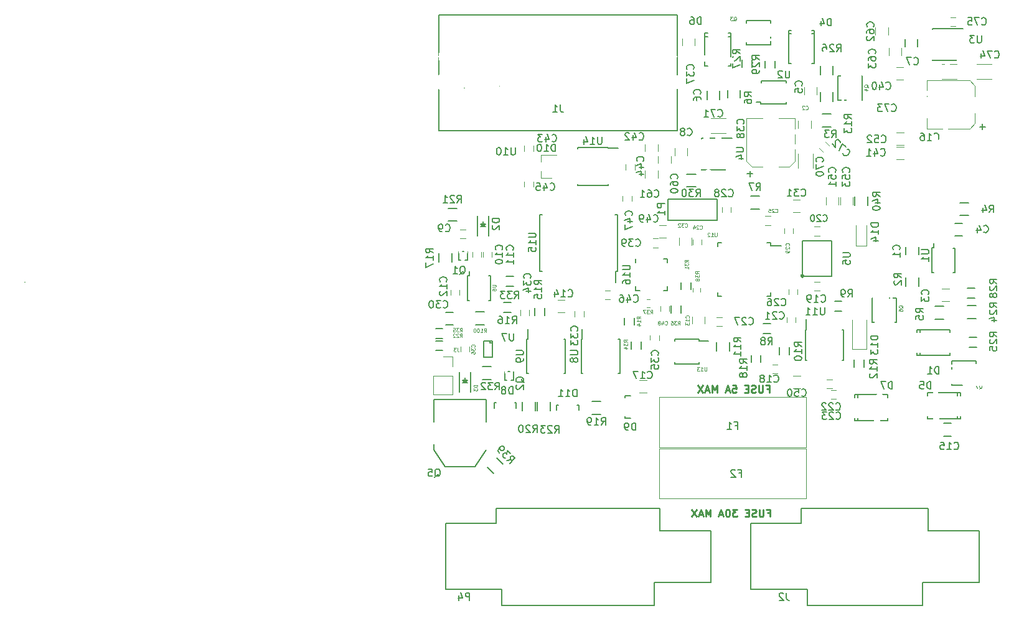
<source format=gbo>
G04 #@! TF.FileFunction,Legend,Bot*
%FSLAX46Y46*%
G04 Gerber Fmt 4.6, Leading zero omitted, Abs format (unit mm)*
G04 Created by KiCad (PCBNEW 4.0.7-e0-6372~58~ubuntu16.10.1) date Tue Oct  3 15:15:38 2017*
%MOMM*%
%LPD*%
G01*
G04 APERTURE LIST*
%ADD10C,0.150000*%
%ADD11C,0.250000*%
%ADD12C,0.125000*%
%ADD13C,0.200000*%
%ADD14C,0.120000*%
%ADD15R,3.500000X1.600000*%
%ADD16R,1.000000X1.250000*%
%ADD17R,2.499360X1.800860*%
%ADD18R,1.250000X1.000000*%
%ADD19R,1.198880X1.198880*%
%ADD20R,1.800860X2.499360*%
%ADD21R,1.050000X1.050000*%
%ADD22C,1.050000*%
%ADD23R,0.400000X0.800000*%
%ADD24R,0.420000X1.300000*%
%ADD25R,0.660400X0.406400*%
%ADD26R,0.450000X1.450000*%
%ADD27R,1.300000X0.250000*%
%ADD28R,0.250000X1.300000*%
%ADD29R,1.450000X0.450000*%
%ADD30R,0.600000X1.550000*%
%ADD31R,0.800100X0.800100*%
%ADD32C,6.000000*%
%ADD33R,3.657600X2.032000*%
%ADD34R,1.016000X2.032000*%
%ADD35R,1.600000X3.500000*%
%ADD36R,0.750000X0.800000*%
%ADD37R,0.900000X0.800000*%
%ADD38R,1.300000X1.000000*%
%ADD39R,1.000000X1.300000*%
%ADD40R,0.900000X0.900000*%
%ADD41R,1.550000X0.600000*%
%ADD42R,0.800000X0.750000*%
%ADD43C,1.300000*%
%ADD44C,4.000000*%
%ADD45C,2.000000*%
%ADD46R,0.890000X0.420000*%
%ADD47R,0.825000X0.712500*%
%ADD48R,1.400000X0.800000*%
%ADD49R,1.300000X1.600000*%
%ADD50R,0.405000X1.300000*%
%ADD51R,2.235000X1.725000*%
%ADD52R,1.300000X0.405000*%
%ADD53R,1.725000X2.235000*%
%ADD54R,1.300000X0.420000*%
%ADD55R,0.600000X1.500000*%
%ADD56C,1.600000*%
%ADD57R,1.700000X1.700000*%
%ADD58O,1.700000X1.700000*%
%ADD59R,1.200000X0.900000*%
%ADD60R,0.300000X0.850000*%
%ADD61R,0.850000X0.300000*%
%ADD62R,2.600000X2.600000*%
%ADD63R,0.400000X0.600000*%
%ADD64R,0.600000X0.400000*%
%ADD65C,2.200000*%
%ADD66C,3.900000*%
%ADD67R,1.600000X1.000000*%
%ADD68R,1.000000X1.600000*%
%ADD69R,1.200000X1.200000*%
%ADD70C,0.600000*%
%ADD71C,0.889000*%
%ADD72C,0.254000*%
G04 APERTURE END LIST*
D10*
D11*
X46652381Y-50928571D02*
X46985715Y-50928571D01*
X46985715Y-51452381D02*
X46985715Y-50452381D01*
X46509524Y-50452381D01*
X46128572Y-50452381D02*
X46128572Y-51261905D01*
X46080953Y-51357143D01*
X46033334Y-51404762D01*
X45938096Y-51452381D01*
X45747619Y-51452381D01*
X45652381Y-51404762D01*
X45604762Y-51357143D01*
X45557143Y-51261905D01*
X45557143Y-50452381D01*
X45128572Y-51404762D02*
X44985715Y-51452381D01*
X44747619Y-51452381D01*
X44652381Y-51404762D01*
X44604762Y-51357143D01*
X44557143Y-51261905D01*
X44557143Y-51166667D01*
X44604762Y-51071429D01*
X44652381Y-51023810D01*
X44747619Y-50976190D01*
X44938096Y-50928571D01*
X45033334Y-50880952D01*
X45080953Y-50833333D01*
X45128572Y-50738095D01*
X45128572Y-50642857D01*
X45080953Y-50547619D01*
X45033334Y-50500000D01*
X44938096Y-50452381D01*
X44700000Y-50452381D01*
X44557143Y-50500000D01*
X44128572Y-50928571D02*
X43795238Y-50928571D01*
X43652381Y-51452381D02*
X44128572Y-51452381D01*
X44128572Y-50452381D01*
X43652381Y-50452381D01*
X41985714Y-50452381D02*
X42461905Y-50452381D01*
X42509524Y-50928571D01*
X42461905Y-50880952D01*
X42366667Y-50833333D01*
X42128571Y-50833333D01*
X42033333Y-50880952D01*
X41985714Y-50928571D01*
X41938095Y-51023810D01*
X41938095Y-51261905D01*
X41985714Y-51357143D01*
X42033333Y-51404762D01*
X42128571Y-51452381D01*
X42366667Y-51452381D01*
X42461905Y-51404762D01*
X42509524Y-51357143D01*
X41557143Y-51166667D02*
X41080952Y-51166667D01*
X41652381Y-51452381D02*
X41319048Y-50452381D01*
X40985714Y-51452381D01*
X39890476Y-51452381D02*
X39890476Y-50452381D01*
X39557142Y-51166667D01*
X39223809Y-50452381D01*
X39223809Y-51452381D01*
X38795238Y-51166667D02*
X38319047Y-51166667D01*
X38890476Y-51452381D02*
X38557143Y-50452381D01*
X38223809Y-51452381D01*
X37985714Y-50452381D02*
X37319047Y-51452381D01*
X37319047Y-50452381D02*
X37985714Y-51452381D01*
X46728571Y-67828571D02*
X47061905Y-67828571D01*
X47061905Y-68352381D02*
X47061905Y-67352381D01*
X46585714Y-67352381D01*
X46204762Y-67352381D02*
X46204762Y-68161905D01*
X46157143Y-68257143D01*
X46109524Y-68304762D01*
X46014286Y-68352381D01*
X45823809Y-68352381D01*
X45728571Y-68304762D01*
X45680952Y-68257143D01*
X45633333Y-68161905D01*
X45633333Y-67352381D01*
X45204762Y-68304762D02*
X45061905Y-68352381D01*
X44823809Y-68352381D01*
X44728571Y-68304762D01*
X44680952Y-68257143D01*
X44633333Y-68161905D01*
X44633333Y-68066667D01*
X44680952Y-67971429D01*
X44728571Y-67923810D01*
X44823809Y-67876190D01*
X45014286Y-67828571D01*
X45109524Y-67780952D01*
X45157143Y-67733333D01*
X45204762Y-67638095D01*
X45204762Y-67542857D01*
X45157143Y-67447619D01*
X45109524Y-67400000D01*
X45014286Y-67352381D01*
X44776190Y-67352381D01*
X44633333Y-67400000D01*
X44204762Y-67828571D02*
X43871428Y-67828571D01*
X43728571Y-68352381D02*
X44204762Y-68352381D01*
X44204762Y-67352381D01*
X43728571Y-67352381D01*
X42633333Y-67352381D02*
X42014285Y-67352381D01*
X42347619Y-67733333D01*
X42204761Y-67733333D01*
X42109523Y-67780952D01*
X42061904Y-67828571D01*
X42014285Y-67923810D01*
X42014285Y-68161905D01*
X42061904Y-68257143D01*
X42109523Y-68304762D01*
X42204761Y-68352381D01*
X42490476Y-68352381D01*
X42585714Y-68304762D01*
X42633333Y-68257143D01*
X41395238Y-67352381D02*
X41299999Y-67352381D01*
X41204761Y-67400000D01*
X41157142Y-67447619D01*
X41109523Y-67542857D01*
X41061904Y-67733333D01*
X41061904Y-67971429D01*
X41109523Y-68161905D01*
X41157142Y-68257143D01*
X41204761Y-68304762D01*
X41299999Y-68352381D01*
X41395238Y-68352381D01*
X41490476Y-68304762D01*
X41538095Y-68257143D01*
X41585714Y-68161905D01*
X41633333Y-67971429D01*
X41633333Y-67733333D01*
X41585714Y-67542857D01*
X41538095Y-67447619D01*
X41490476Y-67400000D01*
X41395238Y-67352381D01*
X40680952Y-68066667D02*
X40204761Y-68066667D01*
X40776190Y-68352381D02*
X40442857Y-67352381D01*
X40109523Y-68352381D01*
X39014285Y-68352381D02*
X39014285Y-67352381D01*
X38680951Y-68066667D01*
X38347618Y-67352381D01*
X38347618Y-68352381D01*
X37919047Y-68066667D02*
X37442856Y-68066667D01*
X38014285Y-68352381D02*
X37680952Y-67352381D01*
X37347618Y-68352381D01*
X37109523Y-67352381D02*
X36442856Y-68352381D01*
X36442856Y-67352381D02*
X37109523Y-68352381D01*
D12*
X75547619Y-50936310D02*
X75595238Y-50912500D01*
X75642857Y-50864881D01*
X75714286Y-50793452D01*
X75761905Y-50769643D01*
X75809524Y-50769643D01*
X75785714Y-50888690D02*
X75833333Y-50864881D01*
X75880952Y-50817262D01*
X75904762Y-50722024D01*
X75904762Y-50555357D01*
X75880952Y-50460119D01*
X75833333Y-50412500D01*
X75785714Y-50388690D01*
X75690476Y-50388690D01*
X75642857Y-50412500D01*
X75595238Y-50460119D01*
X75571429Y-50555357D01*
X75571429Y-50722024D01*
X75595238Y-50817262D01*
X75642857Y-50864881D01*
X75690476Y-50888690D01*
X75785714Y-50888690D01*
X75404761Y-50388690D02*
X75071428Y-50388690D01*
X75285714Y-50888690D01*
X65173810Y-39952381D02*
X65150000Y-39904762D01*
X65102381Y-39857143D01*
X65030952Y-39785714D01*
X65007143Y-39738095D01*
X65007143Y-39690476D01*
X65126190Y-39714286D02*
X65102381Y-39666667D01*
X65054762Y-39619048D01*
X64959524Y-39595238D01*
X64792857Y-39595238D01*
X64697619Y-39619048D01*
X64650000Y-39666667D01*
X64626190Y-39714286D01*
X64626190Y-39809524D01*
X64650000Y-39857143D01*
X64697619Y-39904762D01*
X64792857Y-39928571D01*
X64959524Y-39928571D01*
X65054762Y-39904762D01*
X65102381Y-39857143D01*
X65126190Y-39809524D01*
X65126190Y-39714286D01*
X64626190Y-40357143D02*
X64626190Y-40261905D01*
X64650000Y-40214286D01*
X64673810Y-40190477D01*
X64745238Y-40142858D01*
X64840476Y-40119048D01*
X65030952Y-40119048D01*
X65078571Y-40142858D01*
X65102381Y-40166667D01*
X65126190Y-40214286D01*
X65126190Y-40309524D01*
X65102381Y-40357143D01*
X65078571Y-40380953D01*
X65030952Y-40404762D01*
X64911905Y-40404762D01*
X64864286Y-40380953D01*
X64840476Y-40357143D01*
X64816667Y-40309524D01*
X64816667Y-40214286D01*
X64840476Y-40166667D01*
X64864286Y-40142858D01*
X64911905Y-40119048D01*
X60473810Y-9952381D02*
X60450000Y-9904762D01*
X60402381Y-9857143D01*
X60330952Y-9785714D01*
X60307143Y-9738095D01*
X60307143Y-9690476D01*
X60426190Y-9714286D02*
X60402381Y-9666667D01*
X60354762Y-9619048D01*
X60259524Y-9595238D01*
X60092857Y-9595238D01*
X59997619Y-9619048D01*
X59950000Y-9666667D01*
X59926190Y-9714286D01*
X59926190Y-9809524D01*
X59950000Y-9857143D01*
X59997619Y-9904762D01*
X60092857Y-9928571D01*
X60259524Y-9928571D01*
X60354762Y-9904762D01*
X60402381Y-9857143D01*
X60426190Y-9809524D01*
X60426190Y-9714286D01*
X60092857Y-10357143D02*
X60426190Y-10357143D01*
X59902381Y-10238096D02*
X60259524Y-10119048D01*
X60259524Y-10428572D01*
X42147619Y-873810D02*
X42195238Y-850000D01*
X42242857Y-802381D01*
X42314286Y-730952D01*
X42361905Y-707143D01*
X42409524Y-707143D01*
X42385714Y-826190D02*
X42433333Y-802381D01*
X42480952Y-754762D01*
X42504762Y-659524D01*
X42504762Y-492857D01*
X42480952Y-397619D01*
X42433333Y-350000D01*
X42385714Y-326190D01*
X42290476Y-326190D01*
X42242857Y-350000D01*
X42195238Y-397619D01*
X42171429Y-492857D01*
X42171429Y-659524D01*
X42195238Y-754762D01*
X42242857Y-802381D01*
X42290476Y-826190D01*
X42385714Y-826190D01*
X42004761Y-326190D02*
X41695238Y-326190D01*
X41861904Y-516667D01*
X41790476Y-516667D01*
X41742857Y-540476D01*
X41719047Y-564286D01*
X41695238Y-611905D01*
X41695238Y-730952D01*
X41719047Y-778571D01*
X41742857Y-802381D01*
X41790476Y-826190D01*
X41933333Y-826190D01*
X41980952Y-802381D01*
X42004761Y-778571D01*
D13*
X-54212751Y-36378525D02*
X-54212751Y-36393765D01*
X5511540Y-10010200D02*
X5496300Y-10010200D01*
X10373100Y-9766360D02*
X10403580Y-9735880D01*
D14*
X75000000Y-14840000D02*
X75000000Y-13420000D01*
X68400000Y-15600000D02*
X68400000Y-13420000D01*
X68400000Y-9000000D02*
X68400000Y-11180000D01*
X75000000Y-9760000D02*
X75000000Y-11180000D01*
X68400000Y-15600000D02*
X74240000Y-15600000D01*
X74240000Y-15600000D02*
X75000000Y-14840000D01*
X75000000Y-9760000D02*
X74240000Y-9000000D01*
X74240000Y-9000000D02*
X68400000Y-9000000D01*
D10*
X70750000Y-55650000D02*
X71750000Y-55650000D01*
X71750000Y-57350000D02*
X70750000Y-57350000D01*
X67525860Y-42874940D02*
X67525860Y-43225460D01*
X67525860Y-46375060D02*
X67525860Y-46024540D01*
X71575440Y-42874940D02*
X71575440Y-43225460D01*
X67074560Y-42874940D02*
X67074560Y-43225460D01*
X67074560Y-46375060D02*
X67074560Y-46024540D01*
X71575440Y-46375060D02*
X71575440Y-46024540D01*
X67074560Y-42874940D02*
X71575440Y-42874940D01*
X67074560Y-46375060D02*
X71575440Y-46375060D01*
X65600000Y-32680000D02*
X65600000Y-31680000D01*
X67300000Y-31680000D02*
X67300000Y-32680000D01*
X2975000Y-40550000D02*
X3975000Y-40550000D01*
X3975000Y-42250000D02*
X2975000Y-42250000D01*
X72250000Y-28400000D02*
X73250000Y-28400000D01*
X73250000Y-30100000D02*
X72250000Y-30100000D01*
X41350000Y-11300000D02*
X41350000Y-10300000D01*
X43050000Y-10300000D02*
X43050000Y-11300000D01*
X67200000Y-3350000D02*
X67200000Y-4350000D01*
X65500000Y-4350000D02*
X65500000Y-3350000D01*
X7350000Y-30100000D02*
X7350000Y-27400000D01*
X8850000Y-30100000D02*
X8850000Y-27400000D01*
X7950000Y-28600000D02*
X8200000Y-28600000D01*
X8200000Y-28600000D02*
X8050000Y-28750000D01*
X8450000Y-28850000D02*
X7750000Y-28850000D01*
X8100000Y-28500000D02*
X8100000Y-28150000D01*
X8100000Y-28850000D02*
X8450000Y-28500000D01*
X8450000Y-28500000D02*
X7750000Y-28500000D01*
X7750000Y-28500000D02*
X8100000Y-28850000D01*
X4875000Y-51400000D02*
X4875000Y-48700000D01*
X6375000Y-51400000D02*
X6375000Y-48700000D01*
X5475000Y-49900000D02*
X5725000Y-49900000D01*
X5725000Y-49900000D02*
X5575000Y-50050000D01*
X5975000Y-50150000D02*
X5275000Y-50150000D01*
X5625000Y-49800000D02*
X5625000Y-49450000D01*
X5625000Y-50150000D02*
X5975000Y-49800000D01*
X5975000Y-49800000D02*
X5275000Y-49800000D01*
X5275000Y-49800000D02*
X5625000Y-50150000D01*
X53150060Y-2600860D02*
X52799540Y-2600860D01*
X49649940Y-2600860D02*
X50000460Y-2600860D01*
X53150060Y-6650440D02*
X52799540Y-6650440D01*
X53150060Y-2149560D02*
X52799540Y-2149560D01*
X49649940Y-2149560D02*
X50000460Y-2149560D01*
X49649940Y-6650440D02*
X50000460Y-6650440D01*
X53150060Y-2149560D02*
X53150060Y-6650440D01*
X49649940Y-2149560D02*
X49649940Y-6650440D01*
X72549140Y-55000060D02*
X72549140Y-54649540D01*
X72549140Y-51499940D02*
X72549140Y-51850460D01*
X68499560Y-55000060D02*
X68499560Y-54649540D01*
X73000440Y-55000060D02*
X73000440Y-54649540D01*
X73000440Y-51499940D02*
X73000440Y-51850460D01*
X68499560Y-51499940D02*
X68499560Y-51850460D01*
X73000440Y-55000060D02*
X68499560Y-55000060D01*
X73000440Y-51499940D02*
X68499560Y-51499940D01*
X41750060Y-3000860D02*
X41399540Y-3000860D01*
X38249940Y-3000860D02*
X38600460Y-3000860D01*
X41750060Y-7050440D02*
X41399540Y-7050440D01*
X41750060Y-2549560D02*
X41399540Y-2549560D01*
X38249940Y-2549560D02*
X38600460Y-2549560D01*
X38249940Y-7050440D02*
X38600460Y-7050440D01*
X41750060Y-2549560D02*
X41750060Y-7050440D01*
X38249940Y-2549560D02*
X38249940Y-7050440D01*
X34532600Y-25099100D02*
X35421600Y-25099100D01*
X35421600Y-25099100D02*
X35462240Y-25104180D01*
X33247360Y-27194600D02*
X33249900Y-26473240D01*
X33250000Y-28050000D02*
X33250000Y-27250000D01*
X39900000Y-28050000D02*
X33250000Y-28050000D01*
X39900000Y-28050000D02*
X39900000Y-25100000D01*
X39900000Y-25100000D02*
X35350000Y-25100000D01*
X33250000Y-26450000D02*
X33250000Y-25100000D01*
X33250000Y-25100000D02*
X34550000Y-25100000D01*
X5450000Y-32225000D02*
X5250000Y-32225000D01*
X5650000Y-33425000D02*
X5950000Y-33425000D01*
X5950000Y-33425000D02*
X5950000Y-32225000D01*
X4750000Y-32225000D02*
X4750000Y-33425000D01*
X4750000Y-33425000D02*
X5050000Y-33425000D01*
X11700000Y-48575000D02*
X11500000Y-48575000D01*
X11900000Y-49775000D02*
X12200000Y-49775000D01*
X12200000Y-49775000D02*
X12200000Y-48575000D01*
X11000000Y-48575000D02*
X11000000Y-49775000D01*
X11000000Y-49775000D02*
X11300000Y-49775000D01*
X5925000Y-35525000D02*
X6175000Y-35525000D01*
X5925000Y-38925000D02*
X6175000Y-38925000D01*
X9075000Y-38925000D02*
X8825000Y-38925000D01*
X9075000Y-35575000D02*
X8825000Y-35575000D01*
X5925000Y-35575000D02*
X5925000Y-38925000D01*
X9075000Y-35575000D02*
X9075000Y-38925000D01*
X6175000Y-35475000D02*
X6175000Y-34925000D01*
X9025000Y-44400000D02*
X9025000Y-44700000D01*
X9025000Y-44700000D02*
X9325000Y-44700000D01*
X8125000Y-46600000D02*
X8125000Y-44400000D01*
X8125000Y-44400000D02*
X9325000Y-44400000D01*
X9325000Y-44400000D02*
X9325000Y-46600000D01*
X9325000Y-46600000D02*
X8125000Y-46600000D01*
X21425000Y-44175000D02*
X21550000Y-44175000D01*
X21425000Y-48825000D02*
X21650000Y-48825000D01*
X26675000Y-48825000D02*
X26450000Y-48825000D01*
X26675000Y-44175000D02*
X26450000Y-44175000D01*
X21425000Y-44175000D02*
X21425000Y-48825000D01*
X26675000Y-44175000D02*
X26675000Y-48825000D01*
X21550000Y-44175000D02*
X21550000Y-42825000D01*
X14025000Y-44175000D02*
X14150000Y-44175000D01*
X14025000Y-48825000D02*
X14250000Y-48825000D01*
X19275000Y-48825000D02*
X19050000Y-48825000D01*
X19275000Y-44175000D02*
X19050000Y-44175000D01*
X14025000Y-44175000D02*
X14025000Y-48825000D01*
X19275000Y-44175000D02*
X19275000Y-48825000D01*
X14150000Y-44175000D02*
X14150000Y-42825000D01*
X47225000Y-31075000D02*
X47225000Y-31525000D01*
X39975000Y-31075000D02*
X39975000Y-31600000D01*
X39975000Y-38325000D02*
X39975000Y-37800000D01*
X47225000Y-38325000D02*
X47225000Y-37800000D01*
X47225000Y-31075000D02*
X46700000Y-31075000D01*
X47225000Y-38325000D02*
X46700000Y-38325000D01*
X39975000Y-38325000D02*
X40500000Y-38325000D01*
X39975000Y-31075000D02*
X40500000Y-31075000D01*
X47225000Y-31525000D02*
X48600000Y-31525000D01*
X37475000Y-44225000D02*
X37475000Y-44400000D01*
X34125000Y-44225000D02*
X34125000Y-44475000D01*
X34125000Y-47575000D02*
X34125000Y-47325000D01*
X37475000Y-47575000D02*
X37475000Y-47325000D01*
X37475000Y-44225000D02*
X34125000Y-44225000D01*
X37475000Y-47575000D02*
X34125000Y-47575000D01*
X37475000Y-44400000D02*
X38725000Y-44400000D01*
X59050860Y-51749940D02*
X59050860Y-52100460D01*
X59050860Y-55250060D02*
X59050860Y-54899540D01*
X63100440Y-51749940D02*
X63100440Y-52100460D01*
X58599560Y-51749940D02*
X58599560Y-52100460D01*
X58599560Y-55250060D02*
X58599560Y-54899540D01*
X63100440Y-55250060D02*
X63100440Y-54899540D01*
X58599560Y-51749940D02*
X63100440Y-51749940D01*
X58599560Y-55250060D02*
X63100440Y-55250060D01*
X51925000Y-42875000D02*
X51975000Y-42875000D01*
X51925000Y-47025000D02*
X52070000Y-47025000D01*
X57075000Y-47025000D02*
X56930000Y-47025000D01*
X57075000Y-42875000D02*
X56930000Y-42875000D01*
X51925000Y-42875000D02*
X51925000Y-47025000D01*
X57075000Y-42875000D02*
X57075000Y-47025000D01*
X51975000Y-42875000D02*
X51975000Y-41475000D01*
X9800840Y-52849760D02*
X9849100Y-52849760D01*
X12599820Y-53550800D02*
X12599820Y-52849760D01*
X12599820Y-52849760D02*
X12350900Y-52849760D01*
X9800840Y-52849760D02*
X9600180Y-52849760D01*
X9600180Y-52849760D02*
X9600180Y-53550800D01*
X27399760Y-54699160D02*
X27399760Y-54650900D01*
X28100800Y-51900180D02*
X27399760Y-51900180D01*
X27399760Y-51900180D02*
X27399760Y-52149100D01*
X27399760Y-54699160D02*
X27399760Y-54899820D01*
X27399760Y-54899820D02*
X28100800Y-54899820D01*
X18300840Y-53149760D02*
X18349100Y-53149760D01*
X21099820Y-53850800D02*
X21099820Y-53149760D01*
X21099820Y-53149760D02*
X20850900Y-53149760D01*
X18300840Y-53149760D02*
X18100180Y-53149760D01*
X18100180Y-53149760D02*
X18100180Y-53850800D01*
X1344000Y-55476000D02*
X1344000Y-52428000D01*
X1344000Y-52428000D02*
X8456000Y-52428000D01*
X8456000Y-52428000D02*
X8456000Y-55476000D01*
X1344000Y-58524000D02*
X1344000Y-59286000D01*
X1344000Y-59286000D02*
X2868000Y-61572000D01*
X2868000Y-61572000D02*
X6932000Y-61572000D01*
X6932000Y-61572000D02*
X8456000Y-59286000D01*
X8456000Y-59286000D02*
X8456000Y-58524000D01*
D14*
X35150000Y-4250000D02*
X35150000Y-3250000D01*
X36850000Y-3250000D02*
X36850000Y-4250000D01*
X44660000Y-20700000D02*
X46080000Y-20700000D01*
X43900000Y-14100000D02*
X46080000Y-14100000D01*
X50500000Y-14100000D02*
X48320000Y-14100000D01*
X49740000Y-20700000D02*
X48320000Y-20700000D01*
X43900000Y-14100000D02*
X43900000Y-19940000D01*
X43900000Y-19940000D02*
X44660000Y-20700000D01*
X49740000Y-20700000D02*
X50500000Y-19940000D01*
X50500000Y-19940000D02*
X50500000Y-14100000D01*
X65250000Y-8850000D02*
X64250000Y-8850000D01*
X64250000Y-7150000D02*
X65250000Y-7150000D01*
X31825000Y-17650000D02*
X31825000Y-18650000D01*
X30125000Y-18650000D02*
X30125000Y-17650000D01*
X14900000Y-18575000D02*
X14900000Y-17875000D01*
X13700000Y-17875000D02*
X13700000Y-18575000D01*
X27500000Y-20425000D02*
X27500000Y-21125000D01*
X28700000Y-21125000D02*
X28700000Y-20425000D01*
X13700000Y-22725000D02*
X13700000Y-23425000D01*
X14900000Y-23425000D02*
X14900000Y-22725000D01*
X15930000Y-22270000D02*
X15930000Y-21340000D01*
X15930000Y-19110000D02*
X15930000Y-20040000D01*
X15930000Y-19110000D02*
X18090000Y-19110000D01*
X15930000Y-22270000D02*
X17390000Y-22270000D01*
D10*
X55675000Y-11800000D02*
X55675000Y-10600000D01*
X53925000Y-10600000D02*
X53925000Y-11800000D01*
X73930000Y-41385000D02*
X75130000Y-41385000D01*
X75130000Y-39635000D02*
X73930000Y-39635000D01*
X74200000Y-45275000D02*
X75200000Y-45275000D01*
X75200000Y-43925000D02*
X74200000Y-43925000D01*
X55675000Y-8200000D02*
X55675000Y-7000000D01*
X53925000Y-7000000D02*
X53925000Y-8200000D01*
X43325000Y-6200000D02*
X43325000Y-7200000D01*
X44675000Y-7200000D02*
X44675000Y-6200000D01*
X73975000Y-38625000D02*
X74975000Y-38625000D01*
X74975000Y-37275000D02*
X73975000Y-37275000D01*
X47775000Y-7300000D02*
X47775000Y-6300000D01*
X46425000Y-6300000D02*
X46425000Y-7300000D01*
X25075000Y-18125000D02*
X25075000Y-18175000D01*
X20925000Y-18125000D02*
X20925000Y-18270000D01*
X20925000Y-23275000D02*
X20925000Y-23130000D01*
X25075000Y-23275000D02*
X25075000Y-23130000D01*
X25075000Y-18125000D02*
X20925000Y-18125000D01*
X25075000Y-23275000D02*
X20925000Y-23275000D01*
X25075000Y-18175000D02*
X26475000Y-18175000D01*
D14*
X52650000Y-14500000D02*
X52650000Y-15500000D01*
X50950000Y-15500000D02*
X50950000Y-14500000D01*
X71490000Y-39010000D02*
X70490000Y-39010000D01*
X70490000Y-37310000D02*
X71490000Y-37310000D01*
X53450000Y-9900000D02*
X53450000Y-10900000D01*
X51750000Y-10900000D02*
X51750000Y-9900000D01*
X35850000Y-18175000D02*
X35850000Y-19175000D01*
X34150000Y-19175000D02*
X34150000Y-18175000D01*
X4975000Y-30500000D02*
X5675000Y-30500000D01*
X5675000Y-29300000D02*
X4975000Y-29300000D01*
X7850000Y-33050000D02*
X7850000Y-32350000D01*
X6650000Y-32350000D02*
X6650000Y-33050000D01*
X9250000Y-33050000D02*
X9250000Y-32350000D01*
X8050000Y-32350000D02*
X8050000Y-33050000D01*
X3650000Y-37475000D02*
X3650000Y-38175000D01*
X4850000Y-38175000D02*
X4850000Y-37475000D01*
X53850000Y-36400000D02*
X53150000Y-36400000D01*
X53150000Y-37600000D02*
X53850000Y-37600000D01*
X53150000Y-30100000D02*
X53850000Y-30100000D01*
X53850000Y-28900000D02*
X53150000Y-28900000D01*
X49400000Y-41200000D02*
X49400000Y-41900000D01*
X50600000Y-41900000D02*
X50600000Y-41200000D01*
X55550000Y-49700000D02*
X54850000Y-49700000D01*
X54850000Y-50900000D02*
X55550000Y-50900000D01*
X55400000Y-52350000D02*
X56100000Y-52350000D01*
X56100000Y-51150000D02*
X55400000Y-51150000D01*
X36600000Y-30650000D02*
X36600000Y-31350000D01*
X37800000Y-31350000D02*
X37800000Y-30650000D01*
X47150000Y-27450000D02*
X46450000Y-27450000D01*
X46450000Y-28650000D02*
X47150000Y-28650000D01*
X49650000Y-37425000D02*
X49650000Y-38125000D01*
X50850000Y-38125000D02*
X50850000Y-37425000D01*
X39850000Y-42400000D02*
X40550000Y-42400000D01*
X40550000Y-41200000D02*
X39850000Y-41200000D01*
X41750000Y-26900000D02*
X41750000Y-26200000D01*
X40550000Y-26200000D02*
X40550000Y-26900000D01*
X50225000Y-29825000D02*
X50225000Y-29125000D01*
X49025000Y-29125000D02*
X49025000Y-29825000D01*
X21750000Y-41100000D02*
X21750000Y-40400000D01*
X20550000Y-40400000D02*
X20550000Y-41100000D01*
X14375000Y-40925000D02*
X14375000Y-40225000D01*
X13175000Y-40225000D02*
X13175000Y-40925000D01*
X30800000Y-43650000D02*
X30800000Y-44350000D01*
X32000000Y-44350000D02*
X32000000Y-43650000D01*
X5025000Y-45175000D02*
X5025000Y-45875000D01*
X6225000Y-45875000D02*
X6225000Y-45175000D01*
D10*
X2050000Y-110000D02*
X34450000Y-110000D01*
X2050000Y-15860000D02*
X34450000Y-15860000D01*
X34450000Y-110000D02*
X34450000Y-15860000D01*
X2050000Y-110000D02*
X2050000Y-15860000D01*
X67325000Y-37025000D02*
X67325000Y-35825000D01*
X65575000Y-35825000D02*
X65575000Y-37025000D01*
X55400000Y-13525000D02*
X54200000Y-13525000D01*
X54200000Y-15275000D02*
X55400000Y-15275000D01*
X74100000Y-25625000D02*
X72900000Y-25625000D01*
X72900000Y-27375000D02*
X74100000Y-27375000D01*
X69500000Y-41455000D02*
X70700000Y-41455000D01*
X70700000Y-39705000D02*
X69500000Y-39705000D01*
X38525000Y-10400000D02*
X38525000Y-11600000D01*
X40275000Y-11600000D02*
X40275000Y-10400000D01*
X47150000Y-42075000D02*
X46150000Y-42075000D01*
X46150000Y-43425000D02*
X47150000Y-43425000D01*
X55875000Y-40375000D02*
X56875000Y-40375000D01*
X56875000Y-39025000D02*
X55875000Y-39025000D01*
X48385000Y-45320000D02*
X48385000Y-46320000D01*
X49735000Y-46320000D02*
X49735000Y-45320000D01*
X41575000Y-45800000D02*
X41575000Y-44600000D01*
X39825000Y-44600000D02*
X39825000Y-45800000D01*
X3825000Y-33700000D02*
X3825000Y-32500000D01*
X2075000Y-32500000D02*
X2075000Y-33700000D01*
X24075000Y-52675000D02*
X22875000Y-52675000D01*
X22875000Y-54425000D02*
X24075000Y-54425000D01*
X13425000Y-52700000D02*
X13425000Y-53900000D01*
X15175000Y-53900000D02*
X15175000Y-52700000D01*
X3300000Y-28125000D02*
X4500000Y-28125000D01*
X4500000Y-26375000D02*
X3300000Y-26375000D01*
X15425000Y-52700000D02*
X15425000Y-53900000D01*
X17175000Y-53900000D02*
X17175000Y-52700000D01*
X69200000Y-1975000D02*
X69200000Y-2040000D01*
X69200000Y-6225000D02*
X69200000Y-6160000D01*
X72450000Y-6225000D02*
X72450000Y-6160000D01*
X72450000Y-1975000D02*
X69200000Y-1975000D01*
X72450000Y-6225000D02*
X69200000Y-6225000D01*
X72450000Y-1975000D02*
X73375000Y-1975000D01*
X37775000Y-16875000D02*
X37775000Y-16940000D01*
X37775000Y-21125000D02*
X37775000Y-21060000D01*
X41025000Y-21125000D02*
X41025000Y-21060000D01*
X41025000Y-16875000D02*
X37775000Y-16875000D01*
X41025000Y-21125000D02*
X37775000Y-21125000D01*
X41025000Y-16875000D02*
X41950000Y-16875000D01*
X51700000Y-35600000D02*
G75*
G03X51700000Y-35600000I-200000J0D01*
G01*
X55500000Y-35600000D02*
X55500000Y-30800000D01*
X55500000Y-30800000D02*
X51500000Y-30800000D01*
X51500000Y-30800000D02*
X51500000Y-35600000D01*
X51500000Y-35600000D02*
X55500000Y-35600000D01*
D14*
X25350000Y-37600000D02*
X24650000Y-37600000D01*
X24650000Y-38800000D02*
X25350000Y-38800000D01*
X28275000Y-25375000D02*
X28275000Y-24675000D01*
X27075000Y-24675000D02*
X27075000Y-25375000D01*
D10*
X35800000Y-23475000D02*
X37000000Y-23475000D01*
X37000000Y-21725000D02*
X35800000Y-21725000D01*
X61010000Y-40270000D02*
X61010000Y-41920000D01*
X61010000Y-41920000D02*
X64310000Y-41920000D01*
X64310000Y-41920000D02*
X64310000Y-38620000D01*
X64310000Y-38620000D02*
X61010000Y-38620000D01*
X61010000Y-38620000D02*
X61010000Y-40320000D01*
X59650000Y-10000000D02*
X59650000Y-8350000D01*
X59650000Y-8350000D02*
X56350000Y-8350000D01*
X56350000Y-8350000D02*
X56350000Y-11650000D01*
X56350000Y-11650000D02*
X59650000Y-11650000D01*
X59650000Y-11650000D02*
X59650000Y-9950000D01*
X73450000Y-50450000D02*
X75100000Y-50450000D01*
X75100000Y-50450000D02*
X75100000Y-47150000D01*
X75100000Y-47150000D02*
X71800000Y-47150000D01*
X71800000Y-47150000D02*
X71800000Y-50450000D01*
X71800000Y-50450000D02*
X73500000Y-50450000D01*
X45500000Y-850000D02*
X43850000Y-850000D01*
X43850000Y-850000D02*
X43850000Y-4150000D01*
X43850000Y-4150000D02*
X47150000Y-4150000D01*
X47150000Y-4150000D02*
X47150000Y-850000D01*
X47150000Y-850000D02*
X45450000Y-850000D01*
X69100000Y-31750000D02*
X69350000Y-31750000D01*
X69100000Y-35150000D02*
X69350000Y-35150000D01*
X72250000Y-35150000D02*
X72000000Y-35150000D01*
X72250000Y-31800000D02*
X72000000Y-31800000D01*
X69100000Y-31800000D02*
X69100000Y-35150000D01*
X72250000Y-31800000D02*
X72250000Y-35150000D01*
X69350000Y-31700000D02*
X69350000Y-31150000D01*
X45875000Y-12175000D02*
X45875000Y-11925000D01*
X49275000Y-12175000D02*
X49275000Y-11925000D01*
X49275000Y-9025000D02*
X49275000Y-9275000D01*
X45925000Y-9025000D02*
X45925000Y-9275000D01*
X45925000Y-12175000D02*
X49275000Y-12175000D01*
X45925000Y-9025000D02*
X49275000Y-9025000D01*
X45825000Y-11925000D02*
X45275000Y-11925000D01*
X26400000Y-34975000D02*
X26125000Y-34975000D01*
X26400000Y-27225000D02*
X26045000Y-27225000D01*
X15750000Y-27225000D02*
X16105000Y-27225000D01*
X15750000Y-34975000D02*
X16105000Y-34975000D01*
X26400000Y-34975000D02*
X26400000Y-27225000D01*
X15750000Y-34975000D02*
X15750000Y-27225000D01*
X26125000Y-34975000D02*
X26125000Y-36500000D01*
X9200000Y-47925000D02*
X8000000Y-47925000D01*
X8000000Y-49675000D02*
X9200000Y-49675000D01*
D14*
X32000000Y-58900000D02*
X52000000Y-58900000D01*
X32000000Y-58900000D02*
X32000000Y-52100000D01*
X52000000Y-52100000D02*
X52000000Y-58900000D01*
X52000000Y-52100000D02*
X32000000Y-52100000D01*
X32000000Y-65900000D02*
X52000000Y-65900000D01*
X32000000Y-65900000D02*
X32000000Y-59100000D01*
X52000000Y-59100000D02*
X52000000Y-65900000D01*
X52000000Y-59100000D02*
X32000000Y-59100000D01*
X3955000Y-51745000D02*
X1295000Y-51745000D01*
X3955000Y-49145000D02*
X3955000Y-51745000D01*
X1295000Y-49145000D02*
X1295000Y-51745000D01*
X3955000Y-49145000D02*
X1295000Y-49145000D01*
X3955000Y-47875000D02*
X3955000Y-46545000D01*
X3955000Y-46545000D02*
X2625000Y-46545000D01*
D10*
X58575000Y-47000000D02*
X58575000Y-48000000D01*
X59925000Y-48000000D02*
X59925000Y-47000000D01*
X1600000Y-45750000D02*
X2600000Y-45750000D01*
X2600000Y-44400000D02*
X1600000Y-44400000D01*
X1600000Y-44075000D02*
X2600000Y-44075000D01*
X2600000Y-42725000D02*
X1600000Y-42725000D01*
D14*
X60250000Y-45500000D02*
X58250000Y-45500000D01*
X58250000Y-45500000D02*
X58250000Y-41600000D01*
X60250000Y-45500000D02*
X60250000Y-41600000D01*
D10*
X28850000Y-37550000D02*
X29375000Y-37550000D01*
X33150000Y-33250000D02*
X32625000Y-33250000D01*
X33150000Y-37550000D02*
X32625000Y-37550000D01*
X28850000Y-33250000D02*
X28850000Y-33775000D01*
X33150000Y-33250000D02*
X33150000Y-33775000D01*
X33150000Y-37550000D02*
X33150000Y-37025000D01*
X28850000Y-37550000D02*
X28850000Y-37025000D01*
D14*
X32200000Y-39700000D02*
X32200000Y-40400000D01*
X33400000Y-40400000D02*
X33400000Y-39700000D01*
X32000000Y-28650000D02*
X33000000Y-28650000D01*
X33000000Y-30350000D02*
X32000000Y-30350000D01*
D10*
X33625000Y-39600000D02*
X33625000Y-40600000D01*
X34975000Y-40600000D02*
X34975000Y-39600000D01*
D14*
X30800000Y-39830000D02*
X30300000Y-39830000D01*
X30300000Y-38770000D02*
X30800000Y-38770000D01*
X36570000Y-37750000D02*
X36570000Y-37250000D01*
X37630000Y-37250000D02*
X37630000Y-37750000D01*
D10*
X35025000Y-36450000D02*
X35025000Y-37450000D01*
X36375000Y-37450000D02*
X36375000Y-36450000D01*
X32150000Y-70250000D02*
X39050000Y-70250000D01*
X39050000Y-70250000D02*
X39050000Y-77250000D01*
X39050000Y-77250000D02*
X31350000Y-77250000D01*
X31350000Y-77250000D02*
X31350000Y-80450000D01*
X31350000Y-80450000D02*
X10650000Y-80450000D01*
X10650000Y-80450000D02*
X10650000Y-78250000D01*
X10650000Y-78250000D02*
X2950000Y-78250000D01*
X2950000Y-69250000D02*
X2950000Y-78250000D01*
X9850000Y-69250000D02*
X2950000Y-69250000D01*
X9850000Y-69250000D02*
X9850000Y-67250000D01*
X9850000Y-67250000D02*
X32150000Y-67250000D01*
X32150000Y-67250000D02*
X32150000Y-70250000D01*
X68650000Y-70250000D02*
X75550000Y-70250000D01*
X75550000Y-70250000D02*
X75550000Y-77250000D01*
X75550000Y-77250000D02*
X67850000Y-77250000D01*
X67850000Y-77250000D02*
X67850000Y-80450000D01*
X67850000Y-80450000D02*
X52150000Y-80450000D01*
X52150000Y-80450000D02*
X52150000Y-78250000D01*
X52150000Y-78250000D02*
X44450000Y-78250000D01*
X44450000Y-69250000D02*
X44450000Y-78250000D01*
X51350000Y-69250000D02*
X44450000Y-69250000D01*
X51350000Y-69250000D02*
X51350000Y-67250000D01*
X51350000Y-67250000D02*
X68650000Y-67250000D01*
X68650000Y-67250000D02*
X68650000Y-70250000D01*
D14*
X51250000Y-50850000D02*
X50250000Y-50850000D01*
X50250000Y-49150000D02*
X51250000Y-49150000D01*
D10*
X28675000Y-42275000D02*
X28675000Y-41275000D01*
X27325000Y-41275000D02*
X27325000Y-42275000D01*
X16450000Y-40975000D02*
X16450000Y-39975000D01*
X15100000Y-39975000D02*
X15100000Y-40975000D01*
X10900000Y-40575000D02*
X11900000Y-40575000D01*
X11900000Y-39225000D02*
X10900000Y-39225000D01*
X45875000Y-47350000D02*
X45875000Y-46350000D01*
X44525000Y-46350000D02*
X44525000Y-47350000D01*
X12200000Y-35625000D02*
X11200000Y-35625000D01*
X11200000Y-36975000D02*
X12200000Y-36975000D01*
X8250000Y-40500000D02*
X7050000Y-40500000D01*
X7050000Y-42250000D02*
X8250000Y-42250000D01*
D14*
X34730000Y-31400000D02*
X34730000Y-30400000D01*
X36430000Y-30400000D02*
X36430000Y-31400000D01*
D10*
X28250000Y-44525000D02*
X28250000Y-45525000D01*
X29600000Y-45525000D02*
X29600000Y-44525000D01*
D14*
X33600000Y-19250000D02*
X33600000Y-20250000D01*
X31900000Y-20250000D02*
X31900000Y-19250000D01*
X31825000Y-21250000D02*
X31825000Y-22250000D01*
X30125000Y-22250000D02*
X30125000Y-21250000D01*
X61450000Y-2800000D02*
X61450000Y-1800000D01*
X63150000Y-1800000D02*
X63150000Y-2800000D01*
X64950000Y-4600000D02*
X64950000Y-5600000D01*
X63250000Y-5600000D02*
X63250000Y-4600000D01*
X52920000Y-18925000D02*
X52920000Y-20925000D01*
X50880000Y-20925000D02*
X50880000Y-18925000D01*
X39050000Y-14130000D02*
X41050000Y-14130000D01*
X41050000Y-16170000D02*
X39050000Y-16170000D01*
X53828249Y-18176777D02*
X54323223Y-18671751D01*
X55171751Y-17823223D02*
X54676777Y-17328249D01*
X70500000Y-6730000D02*
X72500000Y-6730000D01*
X72500000Y-8770000D02*
X70500000Y-8770000D01*
X77250000Y-8770000D02*
X75250000Y-8770000D01*
X75250000Y-6730000D02*
X77250000Y-6730000D01*
X71650000Y-1600000D02*
X72350000Y-1600000D01*
X72350000Y-400000D02*
X71650000Y-400000D01*
X51200000Y-26950000D02*
X50200000Y-26950000D01*
X50200000Y-25250000D02*
X51200000Y-25250000D01*
X36550000Y-42100000D02*
X36550000Y-41100000D01*
X38250000Y-41100000D02*
X38250000Y-42100000D01*
X18200000Y-38850000D02*
X19200000Y-38850000D01*
X19200000Y-40550000D02*
X18200000Y-40550000D01*
X30300000Y-51450000D02*
X29300000Y-51450000D01*
X29300000Y-49750000D02*
X30300000Y-49750000D01*
X48100000Y-47650000D02*
X47400000Y-47650000D01*
X47400000Y-48850000D02*
X48100000Y-48850000D01*
D10*
X8657017Y-61594454D02*
X9505546Y-62442983D01*
X10742983Y-61205546D02*
X9894454Y-60357017D01*
D14*
X31150000Y-31700000D02*
X31850000Y-31700000D01*
X31850000Y-30500000D02*
X31150000Y-30500000D01*
X65300000Y-19750000D02*
X64300000Y-19750000D01*
X64300000Y-18050000D02*
X65300000Y-18050000D01*
X54750000Y-25900000D02*
X54750000Y-24900000D01*
X56450000Y-24900000D02*
X56450000Y-25900000D01*
X65300000Y-17750000D02*
X64300000Y-17750000D01*
X64300000Y-16050000D02*
X65300000Y-16050000D01*
X56650000Y-25900000D02*
X56650000Y-24900000D01*
X58350000Y-24900000D02*
X58350000Y-25900000D01*
X60200000Y-31500000D02*
X58800000Y-31500000D01*
X58800000Y-31500000D02*
X58800000Y-28700000D01*
X60200000Y-31500000D02*
X60200000Y-28700000D01*
D10*
X58625000Y-24800000D02*
X58625000Y-26000000D01*
X60375000Y-26000000D02*
X60375000Y-24800000D01*
X44450000Y-26475000D02*
X45650000Y-26475000D01*
X45650000Y-24725000D02*
X44450000Y-24725000D01*
X69442857Y-17057143D02*
X69490476Y-17104762D01*
X69633333Y-17152381D01*
X69728571Y-17152381D01*
X69871429Y-17104762D01*
X69966667Y-17009524D01*
X70014286Y-16914286D01*
X70061905Y-16723810D01*
X70061905Y-16580952D01*
X70014286Y-16390476D01*
X69966667Y-16295238D01*
X69871429Y-16200000D01*
X69728571Y-16152381D01*
X69633333Y-16152381D01*
X69490476Y-16200000D01*
X69442857Y-16247619D01*
X68490476Y-17152381D02*
X69061905Y-17152381D01*
X68776191Y-17152381D02*
X68776191Y-16152381D01*
X68871429Y-16295238D01*
X68966667Y-16390476D01*
X69061905Y-16438095D01*
X67633333Y-16152381D02*
X67823810Y-16152381D01*
X67919048Y-16200000D01*
X67966667Y-16247619D01*
X68061905Y-16390476D01*
X68109524Y-16580952D01*
X68109524Y-16961905D01*
X68061905Y-17057143D01*
X68014286Y-17104762D01*
X67919048Y-17152381D01*
X67728571Y-17152381D01*
X67633333Y-17104762D01*
X67585714Y-17057143D01*
X67538095Y-16961905D01*
X67538095Y-16723810D01*
X67585714Y-16628571D01*
X67633333Y-16580952D01*
X67728571Y-16533333D01*
X67919048Y-16533333D01*
X68014286Y-16580952D01*
X68061905Y-16628571D01*
X68109524Y-16723810D01*
X76360952Y-15281429D02*
X75599047Y-15281429D01*
X75979999Y-15662381D02*
X75979999Y-14900476D01*
X72142857Y-59107143D02*
X72190476Y-59154762D01*
X72333333Y-59202381D01*
X72428571Y-59202381D01*
X72571429Y-59154762D01*
X72666667Y-59059524D01*
X72714286Y-58964286D01*
X72761905Y-58773810D01*
X72761905Y-58630952D01*
X72714286Y-58440476D01*
X72666667Y-58345238D01*
X72571429Y-58250000D01*
X72428571Y-58202381D01*
X72333333Y-58202381D01*
X72190476Y-58250000D01*
X72142857Y-58297619D01*
X71190476Y-59202381D02*
X71761905Y-59202381D01*
X71476191Y-59202381D02*
X71476191Y-58202381D01*
X71571429Y-58345238D01*
X71666667Y-58440476D01*
X71761905Y-58488095D01*
X70285714Y-58202381D02*
X70761905Y-58202381D01*
X70809524Y-58678571D01*
X70761905Y-58630952D01*
X70666667Y-58583333D01*
X70428571Y-58583333D01*
X70333333Y-58630952D01*
X70285714Y-58678571D01*
X70238095Y-58773810D01*
X70238095Y-59011905D01*
X70285714Y-59107143D01*
X70333333Y-59154762D01*
X70428571Y-59202381D01*
X70666667Y-59202381D01*
X70761905Y-59154762D01*
X70809524Y-59107143D01*
X70063095Y-48887381D02*
X70063095Y-47887381D01*
X69825000Y-47887381D01*
X69682142Y-47935000D01*
X69586904Y-48030238D01*
X69539285Y-48125476D01*
X69491666Y-48315952D01*
X69491666Y-48458810D01*
X69539285Y-48649286D01*
X69586904Y-48744524D01*
X69682142Y-48839762D01*
X69825000Y-48887381D01*
X70063095Y-48887381D01*
X68539285Y-48887381D02*
X69110714Y-48887381D01*
X68825000Y-48887381D02*
X68825000Y-47887381D01*
X68920238Y-48030238D01*
X69015476Y-48125476D01*
X69110714Y-48173095D01*
X64707143Y-32013334D02*
X64754762Y-31965715D01*
X64802381Y-31822858D01*
X64802381Y-31727620D01*
X64754762Y-31584762D01*
X64659524Y-31489524D01*
X64564286Y-31441905D01*
X64373810Y-31394286D01*
X64230952Y-31394286D01*
X64040476Y-31441905D01*
X63945238Y-31489524D01*
X63850000Y-31584762D01*
X63802381Y-31727620D01*
X63802381Y-31822858D01*
X63850000Y-31965715D01*
X63897619Y-32013334D01*
X64802381Y-32965715D02*
X64802381Y-32394286D01*
X64802381Y-32680000D02*
X63802381Y-32680000D01*
X63945238Y-32584762D01*
X64040476Y-32489524D01*
X64088095Y-32394286D01*
X2642857Y-39857143D02*
X2690476Y-39904762D01*
X2833333Y-39952381D01*
X2928571Y-39952381D01*
X3071429Y-39904762D01*
X3166667Y-39809524D01*
X3214286Y-39714286D01*
X3261905Y-39523810D01*
X3261905Y-39380952D01*
X3214286Y-39190476D01*
X3166667Y-39095238D01*
X3071429Y-39000000D01*
X2928571Y-38952381D01*
X2833333Y-38952381D01*
X2690476Y-39000000D01*
X2642857Y-39047619D01*
X2309524Y-38952381D02*
X1690476Y-38952381D01*
X2023810Y-39333333D01*
X1880952Y-39333333D01*
X1785714Y-39380952D01*
X1738095Y-39428571D01*
X1690476Y-39523810D01*
X1690476Y-39761905D01*
X1738095Y-39857143D01*
X1785714Y-39904762D01*
X1880952Y-39952381D01*
X2166667Y-39952381D01*
X2261905Y-39904762D01*
X2309524Y-39857143D01*
X1071429Y-38952381D02*
X976190Y-38952381D01*
X880952Y-39000000D01*
X833333Y-39047619D01*
X785714Y-39142857D01*
X738095Y-39333333D01*
X738095Y-39571429D01*
X785714Y-39761905D01*
X833333Y-39857143D01*
X880952Y-39904762D01*
X976190Y-39952381D01*
X1071429Y-39952381D01*
X1166667Y-39904762D01*
X1214286Y-39857143D01*
X1261905Y-39761905D01*
X1309524Y-39571429D01*
X1309524Y-39333333D01*
X1261905Y-39142857D01*
X1214286Y-39047619D01*
X1166667Y-39000000D01*
X1071429Y-38952381D01*
X76166666Y-29607143D02*
X76214285Y-29654762D01*
X76357142Y-29702381D01*
X76452380Y-29702381D01*
X76595238Y-29654762D01*
X76690476Y-29559524D01*
X76738095Y-29464286D01*
X76785714Y-29273810D01*
X76785714Y-29130952D01*
X76738095Y-28940476D01*
X76690476Y-28845238D01*
X76595238Y-28750000D01*
X76452380Y-28702381D01*
X76357142Y-28702381D01*
X76214285Y-28750000D01*
X76166666Y-28797619D01*
X75309523Y-29035714D02*
X75309523Y-29702381D01*
X75547619Y-28654762D02*
X75785714Y-29369048D01*
X75166666Y-29369048D01*
X37607143Y-10833334D02*
X37654762Y-10785715D01*
X37702381Y-10642858D01*
X37702381Y-10547620D01*
X37654762Y-10404762D01*
X37559524Y-10309524D01*
X37464286Y-10261905D01*
X37273810Y-10214286D01*
X37130952Y-10214286D01*
X36940476Y-10261905D01*
X36845238Y-10309524D01*
X36750000Y-10404762D01*
X36702381Y-10547620D01*
X36702381Y-10642858D01*
X36750000Y-10785715D01*
X36797619Y-10833334D01*
X36702381Y-11690477D02*
X36702381Y-11500000D01*
X36750000Y-11404762D01*
X36797619Y-11357143D01*
X36940476Y-11261905D01*
X37130952Y-11214286D01*
X37511905Y-11214286D01*
X37607143Y-11261905D01*
X37654762Y-11309524D01*
X37702381Y-11404762D01*
X37702381Y-11595239D01*
X37654762Y-11690477D01*
X37607143Y-11738096D01*
X37511905Y-11785715D01*
X37273810Y-11785715D01*
X37178571Y-11738096D01*
X37130952Y-11690477D01*
X37083333Y-11595239D01*
X37083333Y-11404762D01*
X37130952Y-11309524D01*
X37178571Y-11261905D01*
X37273810Y-11214286D01*
X66666666Y-6757143D02*
X66714285Y-6804762D01*
X66857142Y-6852381D01*
X66952380Y-6852381D01*
X67095238Y-6804762D01*
X67190476Y-6709524D01*
X67238095Y-6614286D01*
X67285714Y-6423810D01*
X67285714Y-6280952D01*
X67238095Y-6090476D01*
X67190476Y-5995238D01*
X67095238Y-5900000D01*
X66952380Y-5852381D01*
X66857142Y-5852381D01*
X66714285Y-5900000D01*
X66666666Y-5947619D01*
X66333333Y-5852381D02*
X65666666Y-5852381D01*
X66095238Y-6852381D01*
X10302381Y-27761905D02*
X9302381Y-27761905D01*
X9302381Y-28000000D01*
X9350000Y-28142858D01*
X9445238Y-28238096D01*
X9540476Y-28285715D01*
X9730952Y-28333334D01*
X9873810Y-28333334D01*
X10064286Y-28285715D01*
X10159524Y-28238096D01*
X10254762Y-28142858D01*
X10302381Y-28000000D01*
X10302381Y-27761905D01*
X9397619Y-28714286D02*
X9350000Y-28761905D01*
X9302381Y-28857143D01*
X9302381Y-29095239D01*
X9350000Y-29190477D01*
X9397619Y-29238096D01*
X9492857Y-29285715D01*
X9588095Y-29285715D01*
X9730952Y-29238096D01*
X10302381Y-28666667D01*
X10302381Y-29285715D01*
D12*
X7276190Y-50430953D02*
X6776190Y-50430953D01*
X6776190Y-50550000D01*
X6800000Y-50621429D01*
X6847619Y-50669048D01*
X6895238Y-50692857D01*
X6990476Y-50716667D01*
X7061905Y-50716667D01*
X7157143Y-50692857D01*
X7204762Y-50669048D01*
X7252381Y-50621429D01*
X7276190Y-50550000D01*
X7276190Y-50430953D01*
X6776190Y-50883334D02*
X6776190Y-51192857D01*
X6966667Y-51026191D01*
X6966667Y-51097619D01*
X6990476Y-51145238D01*
X7014286Y-51169048D01*
X7061905Y-51192857D01*
X7180952Y-51192857D01*
X7228571Y-51169048D01*
X7252381Y-51145238D01*
X7276190Y-51097619D01*
X7276190Y-50954762D01*
X7252381Y-50907143D01*
X7228571Y-50883334D01*
D10*
X55438095Y-1552381D02*
X55438095Y-552381D01*
X55200000Y-552381D01*
X55057142Y-600000D01*
X54961904Y-695238D01*
X54914285Y-790476D01*
X54866666Y-980952D01*
X54866666Y-1123810D01*
X54914285Y-1314286D01*
X54961904Y-1409524D01*
X55057142Y-1504762D01*
X55200000Y-1552381D01*
X55438095Y-1552381D01*
X54009523Y-885714D02*
X54009523Y-1552381D01*
X54247619Y-504762D02*
X54485714Y-1219048D01*
X53866666Y-1219048D01*
X68988095Y-50952381D02*
X68988095Y-49952381D01*
X68750000Y-49952381D01*
X68607142Y-50000000D01*
X68511904Y-50095238D01*
X68464285Y-50190476D01*
X68416666Y-50380952D01*
X68416666Y-50523810D01*
X68464285Y-50714286D01*
X68511904Y-50809524D01*
X68607142Y-50904762D01*
X68750000Y-50952381D01*
X68988095Y-50952381D01*
X67511904Y-49952381D02*
X67988095Y-49952381D01*
X68035714Y-50428571D01*
X67988095Y-50380952D01*
X67892857Y-50333333D01*
X67654761Y-50333333D01*
X67559523Y-50380952D01*
X67511904Y-50428571D01*
X67464285Y-50523810D01*
X67464285Y-50761905D01*
X67511904Y-50857143D01*
X67559523Y-50904762D01*
X67654761Y-50952381D01*
X67892857Y-50952381D01*
X67988095Y-50904762D01*
X68035714Y-50857143D01*
X37738095Y-1352381D02*
X37738095Y-352381D01*
X37500000Y-352381D01*
X37357142Y-400000D01*
X37261904Y-495238D01*
X37214285Y-590476D01*
X37166666Y-780952D01*
X37166666Y-923810D01*
X37214285Y-1114286D01*
X37261904Y-1209524D01*
X37357142Y-1304762D01*
X37500000Y-1352381D01*
X37738095Y-1352381D01*
X36309523Y-352381D02*
X36500000Y-352381D01*
X36595238Y-400000D01*
X36642857Y-447619D01*
X36738095Y-590476D01*
X36785714Y-780952D01*
X36785714Y-1161905D01*
X36738095Y-1257143D01*
X36690476Y-1304762D01*
X36595238Y-1352381D01*
X36404761Y-1352381D01*
X36309523Y-1304762D01*
X36261904Y-1257143D01*
X36214285Y-1161905D01*
X36214285Y-923810D01*
X36261904Y-828571D01*
X36309523Y-780952D01*
X36404761Y-733333D01*
X36595238Y-733333D01*
X36690476Y-780952D01*
X36738095Y-828571D01*
X36785714Y-923810D01*
X32802381Y-25761905D02*
X31802381Y-25761905D01*
X31802381Y-26142858D01*
X31850000Y-26238096D01*
X31897619Y-26285715D01*
X31992857Y-26333334D01*
X32135714Y-26333334D01*
X32230952Y-26285715D01*
X32278571Y-26238096D01*
X32326190Y-26142858D01*
X32326190Y-25761905D01*
X32802381Y-27285715D02*
X32802381Y-26714286D01*
X32802381Y-27000000D02*
X31802381Y-27000000D01*
X31945238Y-26904762D01*
X32040476Y-26809524D01*
X32088095Y-26714286D01*
X4895238Y-35347619D02*
X4990476Y-35300000D01*
X5085714Y-35204762D01*
X5228571Y-35061905D01*
X5323810Y-35014286D01*
X5419048Y-35014286D01*
X5371429Y-35252381D02*
X5466667Y-35204762D01*
X5561905Y-35109524D01*
X5609524Y-34919048D01*
X5609524Y-34585714D01*
X5561905Y-34395238D01*
X5466667Y-34300000D01*
X5371429Y-34252381D01*
X5180952Y-34252381D01*
X5085714Y-34300000D01*
X4990476Y-34395238D01*
X4942857Y-34585714D01*
X4942857Y-34919048D01*
X4990476Y-35109524D01*
X5085714Y-35204762D01*
X5180952Y-35252381D01*
X5371429Y-35252381D01*
X3990476Y-35252381D02*
X4561905Y-35252381D01*
X4276191Y-35252381D02*
X4276191Y-34252381D01*
X4371429Y-34395238D01*
X4466667Y-34490476D01*
X4561905Y-34538095D01*
X13647619Y-50104762D02*
X13600000Y-50009524D01*
X13504762Y-49914286D01*
X13361905Y-49771429D01*
X13314286Y-49676190D01*
X13314286Y-49580952D01*
X13552381Y-49628571D02*
X13504762Y-49533333D01*
X13409524Y-49438095D01*
X13219048Y-49390476D01*
X12885714Y-49390476D01*
X12695238Y-49438095D01*
X12600000Y-49533333D01*
X12552381Y-49628571D01*
X12552381Y-49819048D01*
X12600000Y-49914286D01*
X12695238Y-50009524D01*
X12885714Y-50057143D01*
X13219048Y-50057143D01*
X13409524Y-50009524D01*
X13504762Y-49914286D01*
X13552381Y-49819048D01*
X13552381Y-49628571D01*
X12647619Y-50438095D02*
X12600000Y-50485714D01*
X12552381Y-50580952D01*
X12552381Y-50819048D01*
X12600000Y-50914286D01*
X12647619Y-50961905D01*
X12742857Y-51009524D01*
X12838095Y-51009524D01*
X12980952Y-50961905D01*
X13552381Y-50390476D01*
X13552381Y-51009524D01*
D12*
X9326190Y-36819048D02*
X9730952Y-36819048D01*
X9778571Y-36842857D01*
X9802381Y-36866667D01*
X9826190Y-36914286D01*
X9826190Y-37009524D01*
X9802381Y-37057143D01*
X9778571Y-37080952D01*
X9730952Y-37104762D01*
X9326190Y-37104762D01*
X9326190Y-37557143D02*
X9326190Y-37461905D01*
X9350000Y-37414286D01*
X9373810Y-37390477D01*
X9445238Y-37342858D01*
X9540476Y-37319048D01*
X9730952Y-37319048D01*
X9778571Y-37342858D01*
X9802381Y-37366667D01*
X9826190Y-37414286D01*
X9826190Y-37509524D01*
X9802381Y-37557143D01*
X9778571Y-37580953D01*
X9730952Y-37604762D01*
X9611905Y-37604762D01*
X9564286Y-37580953D01*
X9540476Y-37557143D01*
X9516667Y-37509524D01*
X9516667Y-37414286D01*
X9540476Y-37366667D01*
X9564286Y-37342858D01*
X9611905Y-37319048D01*
D10*
X12236905Y-43402381D02*
X12236905Y-44211905D01*
X12189286Y-44307143D01*
X12141667Y-44354762D01*
X12046429Y-44402381D01*
X11855952Y-44402381D01*
X11760714Y-44354762D01*
X11713095Y-44307143D01*
X11665476Y-44211905D01*
X11665476Y-43402381D01*
X11284524Y-43402381D02*
X10617857Y-43402381D01*
X11046429Y-44402381D01*
X19952381Y-45738095D02*
X20761905Y-45738095D01*
X20857143Y-45785714D01*
X20904762Y-45833333D01*
X20952381Y-45928571D01*
X20952381Y-46119048D01*
X20904762Y-46214286D01*
X20857143Y-46261905D01*
X20761905Y-46309524D01*
X19952381Y-46309524D01*
X20380952Y-46928571D02*
X20333333Y-46833333D01*
X20285714Y-46785714D01*
X20190476Y-46738095D01*
X20142857Y-46738095D01*
X20047619Y-46785714D01*
X20000000Y-46833333D01*
X19952381Y-46928571D01*
X19952381Y-47119048D01*
X20000000Y-47214286D01*
X20047619Y-47261905D01*
X20142857Y-47309524D01*
X20190476Y-47309524D01*
X20285714Y-47261905D01*
X20333333Y-47214286D01*
X20380952Y-47119048D01*
X20380952Y-46928571D01*
X20428571Y-46833333D01*
X20476190Y-46785714D01*
X20571429Y-46738095D01*
X20761905Y-46738095D01*
X20857143Y-46785714D01*
X20904762Y-46833333D01*
X20952381Y-46928571D01*
X20952381Y-47119048D01*
X20904762Y-47214286D01*
X20857143Y-47261905D01*
X20761905Y-47309524D01*
X20571429Y-47309524D01*
X20476190Y-47261905D01*
X20428571Y-47214286D01*
X20380952Y-47119048D01*
X12552381Y-45738095D02*
X13361905Y-45738095D01*
X13457143Y-45785714D01*
X13504762Y-45833333D01*
X13552381Y-45928571D01*
X13552381Y-46119048D01*
X13504762Y-46214286D01*
X13457143Y-46261905D01*
X13361905Y-46309524D01*
X12552381Y-46309524D01*
X13552381Y-46833333D02*
X13552381Y-47023809D01*
X13504762Y-47119048D01*
X13457143Y-47166667D01*
X13314286Y-47261905D01*
X13123810Y-47309524D01*
X12742857Y-47309524D01*
X12647619Y-47261905D01*
X12600000Y-47214286D01*
X12552381Y-47119048D01*
X12552381Y-46928571D01*
X12600000Y-46833333D01*
X12647619Y-46785714D01*
X12742857Y-46738095D01*
X12980952Y-46738095D01*
X13076190Y-46785714D01*
X13123810Y-46833333D01*
X13171429Y-46928571D01*
X13171429Y-47119048D01*
X13123810Y-47214286D01*
X13076190Y-47261905D01*
X12980952Y-47309524D01*
D12*
X39869047Y-29726190D02*
X39869047Y-30130952D01*
X39845238Y-30178571D01*
X39821428Y-30202381D01*
X39773809Y-30226190D01*
X39678571Y-30226190D01*
X39630952Y-30202381D01*
X39607143Y-30178571D01*
X39583333Y-30130952D01*
X39583333Y-29726190D01*
X39083333Y-30226190D02*
X39369047Y-30226190D01*
X39226190Y-30226190D02*
X39226190Y-29726190D01*
X39273809Y-29797619D01*
X39321428Y-29845238D01*
X39369047Y-29869048D01*
X38892857Y-29773810D02*
X38869047Y-29750000D01*
X38821428Y-29726190D01*
X38702381Y-29726190D01*
X38654762Y-29750000D01*
X38630952Y-29773810D01*
X38607143Y-29821429D01*
X38607143Y-29869048D01*
X38630952Y-29940476D01*
X38916666Y-30226190D01*
X38607143Y-30226190D01*
X38469047Y-48026190D02*
X38469047Y-48430952D01*
X38445238Y-48478571D01*
X38421428Y-48502381D01*
X38373809Y-48526190D01*
X38278571Y-48526190D01*
X38230952Y-48502381D01*
X38207143Y-48478571D01*
X38183333Y-48430952D01*
X38183333Y-48026190D01*
X37683333Y-48526190D02*
X37969047Y-48526190D01*
X37826190Y-48526190D02*
X37826190Y-48026190D01*
X37873809Y-48097619D01*
X37921428Y-48145238D01*
X37969047Y-48169048D01*
X37516666Y-48026190D02*
X37207143Y-48026190D01*
X37373809Y-48216667D01*
X37302381Y-48216667D01*
X37254762Y-48240476D01*
X37230952Y-48264286D01*
X37207143Y-48311905D01*
X37207143Y-48430952D01*
X37230952Y-48478571D01*
X37254762Y-48502381D01*
X37302381Y-48526190D01*
X37445238Y-48526190D01*
X37492857Y-48502381D01*
X37516666Y-48478571D01*
D10*
X63738095Y-50952381D02*
X63738095Y-49952381D01*
X63500000Y-49952381D01*
X63357142Y-50000000D01*
X63261904Y-50095238D01*
X63214285Y-50190476D01*
X63166666Y-50380952D01*
X63166666Y-50523810D01*
X63214285Y-50714286D01*
X63261904Y-50809524D01*
X63357142Y-50904762D01*
X63500000Y-50952381D01*
X63738095Y-50952381D01*
X62833333Y-49952381D02*
X62166666Y-49952381D01*
X62595238Y-50952381D01*
X54513095Y-39852381D02*
X54513095Y-40661905D01*
X54465476Y-40757143D01*
X54417857Y-40804762D01*
X54322619Y-40852381D01*
X54132142Y-40852381D01*
X54036904Y-40804762D01*
X53989285Y-40757143D01*
X53941666Y-40661905D01*
X53941666Y-39852381D01*
X52941666Y-40852381D02*
X53513095Y-40852381D01*
X53227381Y-40852381D02*
X53227381Y-39852381D01*
X53322619Y-39995238D01*
X53417857Y-40090476D01*
X53513095Y-40138095D01*
X51989285Y-40852381D02*
X52560714Y-40852381D01*
X52275000Y-40852381D02*
X52275000Y-39852381D01*
X52370238Y-39995238D01*
X52465476Y-40090476D01*
X52560714Y-40138095D01*
X12113095Y-51652381D02*
X12113095Y-50652381D01*
X11875000Y-50652381D01*
X11732142Y-50700000D01*
X11636904Y-50795238D01*
X11589285Y-50890476D01*
X11541666Y-51080952D01*
X11541666Y-51223810D01*
X11589285Y-51414286D01*
X11636904Y-51509524D01*
X11732142Y-51604762D01*
X11875000Y-51652381D01*
X12113095Y-51652381D01*
X10970238Y-51080952D02*
X11065476Y-51033333D01*
X11113095Y-50985714D01*
X11160714Y-50890476D01*
X11160714Y-50842857D01*
X11113095Y-50747619D01*
X11065476Y-50700000D01*
X10970238Y-50652381D01*
X10779761Y-50652381D01*
X10684523Y-50700000D01*
X10636904Y-50747619D01*
X10589285Y-50842857D01*
X10589285Y-50890476D01*
X10636904Y-50985714D01*
X10684523Y-51033333D01*
X10779761Y-51080952D01*
X10970238Y-51080952D01*
X11065476Y-51128571D01*
X11113095Y-51176190D01*
X11160714Y-51271429D01*
X11160714Y-51461905D01*
X11113095Y-51557143D01*
X11065476Y-51604762D01*
X10970238Y-51652381D01*
X10779761Y-51652381D01*
X10684523Y-51604762D01*
X10636904Y-51557143D01*
X10589285Y-51461905D01*
X10589285Y-51271429D01*
X10636904Y-51176190D01*
X10684523Y-51128571D01*
X10779761Y-51080952D01*
X28838095Y-56577381D02*
X28838095Y-55577381D01*
X28600000Y-55577381D01*
X28457142Y-55625000D01*
X28361904Y-55720238D01*
X28314285Y-55815476D01*
X28266666Y-56005952D01*
X28266666Y-56148810D01*
X28314285Y-56339286D01*
X28361904Y-56434524D01*
X28457142Y-56529762D01*
X28600000Y-56577381D01*
X28838095Y-56577381D01*
X27790476Y-56577381D02*
X27600000Y-56577381D01*
X27504761Y-56529762D01*
X27457142Y-56482143D01*
X27361904Y-56339286D01*
X27314285Y-56148810D01*
X27314285Y-55767857D01*
X27361904Y-55672619D01*
X27409523Y-55625000D01*
X27504761Y-55577381D01*
X27695238Y-55577381D01*
X27790476Y-55625000D01*
X27838095Y-55672619D01*
X27885714Y-55767857D01*
X27885714Y-56005952D01*
X27838095Y-56101190D01*
X27790476Y-56148810D01*
X27695238Y-56196429D01*
X27504761Y-56196429D01*
X27409523Y-56148810D01*
X27361904Y-56101190D01*
X27314285Y-56005952D01*
X20814286Y-52002381D02*
X20814286Y-51002381D01*
X20576191Y-51002381D01*
X20433333Y-51050000D01*
X20338095Y-51145238D01*
X20290476Y-51240476D01*
X20242857Y-51430952D01*
X20242857Y-51573810D01*
X20290476Y-51764286D01*
X20338095Y-51859524D01*
X20433333Y-51954762D01*
X20576191Y-52002381D01*
X20814286Y-52002381D01*
X19290476Y-52002381D02*
X19861905Y-52002381D01*
X19576191Y-52002381D02*
X19576191Y-51002381D01*
X19671429Y-51145238D01*
X19766667Y-51240476D01*
X19861905Y-51288095D01*
X18338095Y-52002381D02*
X18909524Y-52002381D01*
X18623810Y-52002381D02*
X18623810Y-51002381D01*
X18719048Y-51145238D01*
X18814286Y-51240476D01*
X18909524Y-51288095D01*
X1495238Y-62947619D02*
X1590476Y-62900000D01*
X1685714Y-62804762D01*
X1828571Y-62661905D01*
X1923810Y-62614286D01*
X2019048Y-62614286D01*
X1971429Y-62852381D02*
X2066667Y-62804762D01*
X2161905Y-62709524D01*
X2209524Y-62519048D01*
X2209524Y-62185714D01*
X2161905Y-61995238D01*
X2066667Y-61900000D01*
X1971429Y-61852381D01*
X1780952Y-61852381D01*
X1685714Y-61900000D01*
X1590476Y-61995238D01*
X1542857Y-62185714D01*
X1542857Y-62519048D01*
X1590476Y-62709524D01*
X1685714Y-62804762D01*
X1780952Y-62852381D01*
X1971429Y-62852381D01*
X638095Y-61852381D02*
X1114286Y-61852381D01*
X1161905Y-62328571D01*
X1114286Y-62280952D01*
X1019048Y-62233333D01*
X780952Y-62233333D01*
X685714Y-62280952D01*
X638095Y-62328571D01*
X590476Y-62423810D01*
X590476Y-62661905D01*
X638095Y-62757143D01*
X685714Y-62804762D01*
X780952Y-62852381D01*
X1019048Y-62852381D01*
X1114286Y-62804762D01*
X1161905Y-62757143D01*
X36657143Y-7457143D02*
X36704762Y-7409524D01*
X36752381Y-7266667D01*
X36752381Y-7171429D01*
X36704762Y-7028571D01*
X36609524Y-6933333D01*
X36514286Y-6885714D01*
X36323810Y-6838095D01*
X36180952Y-6838095D01*
X35990476Y-6885714D01*
X35895238Y-6933333D01*
X35800000Y-7028571D01*
X35752381Y-7171429D01*
X35752381Y-7266667D01*
X35800000Y-7409524D01*
X35847619Y-7457143D01*
X35752381Y-7790476D02*
X35752381Y-8409524D01*
X36133333Y-8076190D01*
X36133333Y-8219048D01*
X36180952Y-8314286D01*
X36228571Y-8361905D01*
X36323810Y-8409524D01*
X36561905Y-8409524D01*
X36657143Y-8361905D01*
X36704762Y-8314286D01*
X36752381Y-8219048D01*
X36752381Y-7933333D01*
X36704762Y-7838095D01*
X36657143Y-7790476D01*
X35752381Y-8742857D02*
X35752381Y-9409524D01*
X36752381Y-8980952D01*
X43482143Y-14882143D02*
X43529762Y-14834524D01*
X43577381Y-14691667D01*
X43577381Y-14596429D01*
X43529762Y-14453571D01*
X43434524Y-14358333D01*
X43339286Y-14310714D01*
X43148810Y-14263095D01*
X43005952Y-14263095D01*
X42815476Y-14310714D01*
X42720238Y-14358333D01*
X42625000Y-14453571D01*
X42577381Y-14596429D01*
X42577381Y-14691667D01*
X42625000Y-14834524D01*
X42672619Y-14882143D01*
X42577381Y-15215476D02*
X42577381Y-15834524D01*
X42958333Y-15501190D01*
X42958333Y-15644048D01*
X43005952Y-15739286D01*
X43053571Y-15786905D01*
X43148810Y-15834524D01*
X43386905Y-15834524D01*
X43482143Y-15786905D01*
X43529762Y-15739286D01*
X43577381Y-15644048D01*
X43577381Y-15358333D01*
X43529762Y-15263095D01*
X43482143Y-15215476D01*
X43005952Y-16405952D02*
X42958333Y-16310714D01*
X42910714Y-16263095D01*
X42815476Y-16215476D01*
X42767857Y-16215476D01*
X42672619Y-16263095D01*
X42625000Y-16310714D01*
X42577381Y-16405952D01*
X42577381Y-16596429D01*
X42625000Y-16691667D01*
X42672619Y-16739286D01*
X42767857Y-16786905D01*
X42815476Y-16786905D01*
X42910714Y-16739286D01*
X42958333Y-16691667D01*
X43005952Y-16596429D01*
X43005952Y-16405952D01*
X43053571Y-16310714D01*
X43101190Y-16263095D01*
X43196429Y-16215476D01*
X43386905Y-16215476D01*
X43482143Y-16263095D01*
X43529762Y-16310714D01*
X43577381Y-16405952D01*
X43577381Y-16596429D01*
X43529762Y-16691667D01*
X43482143Y-16739286D01*
X43386905Y-16786905D01*
X43196429Y-16786905D01*
X43101190Y-16739286D01*
X43053571Y-16691667D01*
X43005952Y-16596429D01*
X44361429Y-21299048D02*
X44361429Y-22060953D01*
X44742381Y-21680001D02*
X43980476Y-21680001D01*
X62892857Y-10107143D02*
X62940476Y-10154762D01*
X63083333Y-10202381D01*
X63178571Y-10202381D01*
X63321429Y-10154762D01*
X63416667Y-10059524D01*
X63464286Y-9964286D01*
X63511905Y-9773810D01*
X63511905Y-9630952D01*
X63464286Y-9440476D01*
X63416667Y-9345238D01*
X63321429Y-9250000D01*
X63178571Y-9202381D01*
X63083333Y-9202381D01*
X62940476Y-9250000D01*
X62892857Y-9297619D01*
X62035714Y-9535714D02*
X62035714Y-10202381D01*
X62273810Y-9154762D02*
X62511905Y-9869048D01*
X61892857Y-9869048D01*
X61321429Y-9202381D02*
X61226190Y-9202381D01*
X61130952Y-9250000D01*
X61083333Y-9297619D01*
X61035714Y-9392857D01*
X60988095Y-9583333D01*
X60988095Y-9821429D01*
X61035714Y-10011905D01*
X61083333Y-10107143D01*
X61130952Y-10154762D01*
X61226190Y-10202381D01*
X61321429Y-10202381D01*
X61416667Y-10154762D01*
X61464286Y-10107143D01*
X61511905Y-10011905D01*
X61559524Y-9821429D01*
X61559524Y-9583333D01*
X61511905Y-9392857D01*
X61464286Y-9297619D01*
X61416667Y-9250000D01*
X61321429Y-9202381D01*
X29292857Y-17007143D02*
X29340476Y-17054762D01*
X29483333Y-17102381D01*
X29578571Y-17102381D01*
X29721429Y-17054762D01*
X29816667Y-16959524D01*
X29864286Y-16864286D01*
X29911905Y-16673810D01*
X29911905Y-16530952D01*
X29864286Y-16340476D01*
X29816667Y-16245238D01*
X29721429Y-16150000D01*
X29578571Y-16102381D01*
X29483333Y-16102381D01*
X29340476Y-16150000D01*
X29292857Y-16197619D01*
X28435714Y-16435714D02*
X28435714Y-17102381D01*
X28673810Y-16054762D02*
X28911905Y-16769048D01*
X28292857Y-16769048D01*
X27959524Y-16197619D02*
X27911905Y-16150000D01*
X27816667Y-16102381D01*
X27578571Y-16102381D01*
X27483333Y-16150000D01*
X27435714Y-16197619D01*
X27388095Y-16292857D01*
X27388095Y-16388095D01*
X27435714Y-16530952D01*
X28007143Y-17102381D01*
X27388095Y-17102381D01*
X17442857Y-17232143D02*
X17490476Y-17279762D01*
X17633333Y-17327381D01*
X17728571Y-17327381D01*
X17871429Y-17279762D01*
X17966667Y-17184524D01*
X18014286Y-17089286D01*
X18061905Y-16898810D01*
X18061905Y-16755952D01*
X18014286Y-16565476D01*
X17966667Y-16470238D01*
X17871429Y-16375000D01*
X17728571Y-16327381D01*
X17633333Y-16327381D01*
X17490476Y-16375000D01*
X17442857Y-16422619D01*
X16585714Y-16660714D02*
X16585714Y-17327381D01*
X16823810Y-16279762D02*
X17061905Y-16994048D01*
X16442857Y-16994048D01*
X16157143Y-16327381D02*
X15538095Y-16327381D01*
X15871429Y-16708333D01*
X15728571Y-16708333D01*
X15633333Y-16755952D01*
X15585714Y-16803571D01*
X15538095Y-16898810D01*
X15538095Y-17136905D01*
X15585714Y-17232143D01*
X15633333Y-17279762D01*
X15728571Y-17327381D01*
X16014286Y-17327381D01*
X16109524Y-17279762D01*
X16157143Y-17232143D01*
X29857143Y-19957143D02*
X29904762Y-19909524D01*
X29952381Y-19766667D01*
X29952381Y-19671429D01*
X29904762Y-19528571D01*
X29809524Y-19433333D01*
X29714286Y-19385714D01*
X29523810Y-19338095D01*
X29380952Y-19338095D01*
X29190476Y-19385714D01*
X29095238Y-19433333D01*
X29000000Y-19528571D01*
X28952381Y-19671429D01*
X28952381Y-19766667D01*
X29000000Y-19909524D01*
X29047619Y-19957143D01*
X29285714Y-20814286D02*
X29952381Y-20814286D01*
X28904762Y-20576190D02*
X29619048Y-20338095D01*
X29619048Y-20957143D01*
X29285714Y-21766667D02*
X29952381Y-21766667D01*
X28904762Y-21528571D02*
X29619048Y-21290476D01*
X29619048Y-21909524D01*
X17192857Y-23857143D02*
X17240476Y-23904762D01*
X17383333Y-23952381D01*
X17478571Y-23952381D01*
X17621429Y-23904762D01*
X17716667Y-23809524D01*
X17764286Y-23714286D01*
X17811905Y-23523810D01*
X17811905Y-23380952D01*
X17764286Y-23190476D01*
X17716667Y-23095238D01*
X17621429Y-23000000D01*
X17478571Y-22952381D01*
X17383333Y-22952381D01*
X17240476Y-23000000D01*
X17192857Y-23047619D01*
X16335714Y-23285714D02*
X16335714Y-23952381D01*
X16573810Y-22904762D02*
X16811905Y-23619048D01*
X16192857Y-23619048D01*
X15335714Y-22952381D02*
X15811905Y-22952381D01*
X15859524Y-23428571D01*
X15811905Y-23380952D01*
X15716667Y-23333333D01*
X15478571Y-23333333D01*
X15383333Y-23380952D01*
X15335714Y-23428571D01*
X15288095Y-23523810D01*
X15288095Y-23761905D01*
X15335714Y-23857143D01*
X15383333Y-23904762D01*
X15478571Y-23952381D01*
X15716667Y-23952381D01*
X15811905Y-23904762D01*
X15859524Y-23857143D01*
X17904286Y-18642381D02*
X17904286Y-17642381D01*
X17666191Y-17642381D01*
X17523333Y-17690000D01*
X17428095Y-17785238D01*
X17380476Y-17880476D01*
X17332857Y-18070952D01*
X17332857Y-18213810D01*
X17380476Y-18404286D01*
X17428095Y-18499524D01*
X17523333Y-18594762D01*
X17666191Y-18642381D01*
X17904286Y-18642381D01*
X16380476Y-18642381D02*
X16951905Y-18642381D01*
X16666191Y-18642381D02*
X16666191Y-17642381D01*
X16761429Y-17785238D01*
X16856667Y-17880476D01*
X16951905Y-17928095D01*
X15761429Y-17642381D02*
X15666190Y-17642381D01*
X15570952Y-17690000D01*
X15523333Y-17737619D01*
X15475714Y-17832857D01*
X15428095Y-18023333D01*
X15428095Y-18261429D01*
X15475714Y-18451905D01*
X15523333Y-18547143D01*
X15570952Y-18594762D01*
X15666190Y-18642381D01*
X15761429Y-18642381D01*
X15856667Y-18594762D01*
X15904286Y-18547143D01*
X15951905Y-18451905D01*
X15999524Y-18261429D01*
X15999524Y-18023333D01*
X15951905Y-17832857D01*
X15904286Y-17737619D01*
X15856667Y-17690000D01*
X15761429Y-17642381D01*
X58202381Y-14207143D02*
X57726190Y-13873809D01*
X58202381Y-13635714D02*
X57202381Y-13635714D01*
X57202381Y-14016667D01*
X57250000Y-14111905D01*
X57297619Y-14159524D01*
X57392857Y-14207143D01*
X57535714Y-14207143D01*
X57630952Y-14159524D01*
X57678571Y-14111905D01*
X57726190Y-14016667D01*
X57726190Y-13635714D01*
X58202381Y-15159524D02*
X58202381Y-14588095D01*
X58202381Y-14873809D02*
X57202381Y-14873809D01*
X57345238Y-14778571D01*
X57440476Y-14683333D01*
X57488095Y-14588095D01*
X57202381Y-15492857D02*
X57202381Y-16111905D01*
X57583333Y-15778571D01*
X57583333Y-15921429D01*
X57630952Y-16016667D01*
X57678571Y-16064286D01*
X57773810Y-16111905D01*
X58011905Y-16111905D01*
X58107143Y-16064286D01*
X58154762Y-16016667D01*
X58202381Y-15921429D01*
X58202381Y-15635714D01*
X58154762Y-15540476D01*
X58107143Y-15492857D01*
X77952381Y-39857143D02*
X77476190Y-39523809D01*
X77952381Y-39285714D02*
X76952381Y-39285714D01*
X76952381Y-39666667D01*
X77000000Y-39761905D01*
X77047619Y-39809524D01*
X77142857Y-39857143D01*
X77285714Y-39857143D01*
X77380952Y-39809524D01*
X77428571Y-39761905D01*
X77476190Y-39666667D01*
X77476190Y-39285714D01*
X77047619Y-40238095D02*
X77000000Y-40285714D01*
X76952381Y-40380952D01*
X76952381Y-40619048D01*
X77000000Y-40714286D01*
X77047619Y-40761905D01*
X77142857Y-40809524D01*
X77238095Y-40809524D01*
X77380952Y-40761905D01*
X77952381Y-40190476D01*
X77952381Y-40809524D01*
X77285714Y-41666667D02*
X77952381Y-41666667D01*
X76904762Y-41428571D02*
X77619048Y-41190476D01*
X77619048Y-41809524D01*
X77952381Y-43857143D02*
X77476190Y-43523809D01*
X77952381Y-43285714D02*
X76952381Y-43285714D01*
X76952381Y-43666667D01*
X77000000Y-43761905D01*
X77047619Y-43809524D01*
X77142857Y-43857143D01*
X77285714Y-43857143D01*
X77380952Y-43809524D01*
X77428571Y-43761905D01*
X77476190Y-43666667D01*
X77476190Y-43285714D01*
X77047619Y-44238095D02*
X77000000Y-44285714D01*
X76952381Y-44380952D01*
X76952381Y-44619048D01*
X77000000Y-44714286D01*
X77047619Y-44761905D01*
X77142857Y-44809524D01*
X77238095Y-44809524D01*
X77380952Y-44761905D01*
X77952381Y-44190476D01*
X77952381Y-44809524D01*
X76952381Y-45714286D02*
X76952381Y-45238095D01*
X77428571Y-45190476D01*
X77380952Y-45238095D01*
X77333333Y-45333333D01*
X77333333Y-45571429D01*
X77380952Y-45666667D01*
X77428571Y-45714286D01*
X77523810Y-45761905D01*
X77761905Y-45761905D01*
X77857143Y-45714286D01*
X77904762Y-45666667D01*
X77952381Y-45571429D01*
X77952381Y-45333333D01*
X77904762Y-45238095D01*
X77857143Y-45190476D01*
X56142857Y-5052381D02*
X56476191Y-4576190D01*
X56714286Y-5052381D02*
X56714286Y-4052381D01*
X56333333Y-4052381D01*
X56238095Y-4100000D01*
X56190476Y-4147619D01*
X56142857Y-4242857D01*
X56142857Y-4385714D01*
X56190476Y-4480952D01*
X56238095Y-4528571D01*
X56333333Y-4576190D01*
X56714286Y-4576190D01*
X55761905Y-4147619D02*
X55714286Y-4100000D01*
X55619048Y-4052381D01*
X55380952Y-4052381D01*
X55285714Y-4100000D01*
X55238095Y-4147619D01*
X55190476Y-4242857D01*
X55190476Y-4338095D01*
X55238095Y-4480952D01*
X55809524Y-5052381D01*
X55190476Y-5052381D01*
X54333333Y-4052381D02*
X54523810Y-4052381D01*
X54619048Y-4100000D01*
X54666667Y-4147619D01*
X54761905Y-4290476D01*
X54809524Y-4480952D01*
X54809524Y-4861905D01*
X54761905Y-4957143D01*
X54714286Y-5004762D01*
X54619048Y-5052381D01*
X54428571Y-5052381D01*
X54333333Y-5004762D01*
X54285714Y-4957143D01*
X54238095Y-4861905D01*
X54238095Y-4623810D01*
X54285714Y-4528571D01*
X54333333Y-4480952D01*
X54428571Y-4433333D01*
X54619048Y-4433333D01*
X54714286Y-4480952D01*
X54761905Y-4528571D01*
X54809524Y-4623810D01*
X43002381Y-5357143D02*
X42526190Y-5023809D01*
X43002381Y-4785714D02*
X42002381Y-4785714D01*
X42002381Y-5166667D01*
X42050000Y-5261905D01*
X42097619Y-5309524D01*
X42192857Y-5357143D01*
X42335714Y-5357143D01*
X42430952Y-5309524D01*
X42478571Y-5261905D01*
X42526190Y-5166667D01*
X42526190Y-4785714D01*
X42097619Y-5738095D02*
X42050000Y-5785714D01*
X42002381Y-5880952D01*
X42002381Y-6119048D01*
X42050000Y-6214286D01*
X42097619Y-6261905D01*
X42192857Y-6309524D01*
X42288095Y-6309524D01*
X42430952Y-6261905D01*
X43002381Y-5690476D01*
X43002381Y-6309524D01*
X42002381Y-6642857D02*
X42002381Y-7309524D01*
X43002381Y-6880952D01*
X77952381Y-36607143D02*
X77476190Y-36273809D01*
X77952381Y-36035714D02*
X76952381Y-36035714D01*
X76952381Y-36416667D01*
X77000000Y-36511905D01*
X77047619Y-36559524D01*
X77142857Y-36607143D01*
X77285714Y-36607143D01*
X77380952Y-36559524D01*
X77428571Y-36511905D01*
X77476190Y-36416667D01*
X77476190Y-36035714D01*
X77047619Y-36988095D02*
X77000000Y-37035714D01*
X76952381Y-37130952D01*
X76952381Y-37369048D01*
X77000000Y-37464286D01*
X77047619Y-37511905D01*
X77142857Y-37559524D01*
X77238095Y-37559524D01*
X77380952Y-37511905D01*
X77952381Y-36940476D01*
X77952381Y-37559524D01*
X77380952Y-38130952D02*
X77333333Y-38035714D01*
X77285714Y-37988095D01*
X77190476Y-37940476D01*
X77142857Y-37940476D01*
X77047619Y-37988095D01*
X77000000Y-38035714D01*
X76952381Y-38130952D01*
X76952381Y-38321429D01*
X77000000Y-38416667D01*
X77047619Y-38464286D01*
X77142857Y-38511905D01*
X77190476Y-38511905D01*
X77285714Y-38464286D01*
X77333333Y-38416667D01*
X77380952Y-38321429D01*
X77380952Y-38130952D01*
X77428571Y-38035714D01*
X77476190Y-37988095D01*
X77571429Y-37940476D01*
X77761905Y-37940476D01*
X77857143Y-37988095D01*
X77904762Y-38035714D01*
X77952381Y-38130952D01*
X77952381Y-38321429D01*
X77904762Y-38416667D01*
X77857143Y-38464286D01*
X77761905Y-38511905D01*
X77571429Y-38511905D01*
X77476190Y-38464286D01*
X77428571Y-38416667D01*
X77380952Y-38321429D01*
X45652381Y-6157143D02*
X45176190Y-5823809D01*
X45652381Y-5585714D02*
X44652381Y-5585714D01*
X44652381Y-5966667D01*
X44700000Y-6061905D01*
X44747619Y-6109524D01*
X44842857Y-6157143D01*
X44985714Y-6157143D01*
X45080952Y-6109524D01*
X45128571Y-6061905D01*
X45176190Y-5966667D01*
X45176190Y-5585714D01*
X44747619Y-6538095D02*
X44700000Y-6585714D01*
X44652381Y-6680952D01*
X44652381Y-6919048D01*
X44700000Y-7014286D01*
X44747619Y-7061905D01*
X44842857Y-7109524D01*
X44938095Y-7109524D01*
X45080952Y-7061905D01*
X45652381Y-6490476D01*
X45652381Y-7109524D01*
X45652381Y-7585714D02*
X45652381Y-7776190D01*
X45604762Y-7871429D01*
X45557143Y-7919048D01*
X45414286Y-8014286D01*
X45223810Y-8061905D01*
X44842857Y-8061905D01*
X44747619Y-8014286D01*
X44700000Y-7966667D01*
X44652381Y-7871429D01*
X44652381Y-7680952D01*
X44700000Y-7585714D01*
X44747619Y-7538095D01*
X44842857Y-7490476D01*
X45080952Y-7490476D01*
X45176190Y-7538095D01*
X45223810Y-7585714D01*
X45271429Y-7680952D01*
X45271429Y-7871429D01*
X45223810Y-7966667D01*
X45176190Y-8014286D01*
X45080952Y-8061905D01*
X24238095Y-16652381D02*
X24238095Y-17461905D01*
X24190476Y-17557143D01*
X24142857Y-17604762D01*
X24047619Y-17652381D01*
X23857142Y-17652381D01*
X23761904Y-17604762D01*
X23714285Y-17557143D01*
X23666666Y-17461905D01*
X23666666Y-16652381D01*
X22666666Y-17652381D02*
X23238095Y-17652381D01*
X22952381Y-17652381D02*
X22952381Y-16652381D01*
X23047619Y-16795238D01*
X23142857Y-16890476D01*
X23238095Y-16938095D01*
X21809523Y-16985714D02*
X21809523Y-17652381D01*
X22047619Y-16604762D02*
X22285714Y-17319048D01*
X21666666Y-17319048D01*
D12*
X51958333Y-12903571D02*
X51982143Y-12927381D01*
X52053571Y-12951190D01*
X52101190Y-12951190D01*
X52172619Y-12927381D01*
X52220238Y-12879762D01*
X52244047Y-12832143D01*
X52267857Y-12736905D01*
X52267857Y-12665476D01*
X52244047Y-12570238D01*
X52220238Y-12522619D01*
X52172619Y-12475000D01*
X52101190Y-12451190D01*
X52053571Y-12451190D01*
X51982143Y-12475000D01*
X51958333Y-12498810D01*
X51767857Y-12498810D02*
X51744047Y-12475000D01*
X51696428Y-12451190D01*
X51577381Y-12451190D01*
X51529762Y-12475000D01*
X51505952Y-12498810D01*
X51482143Y-12546429D01*
X51482143Y-12594048D01*
X51505952Y-12665476D01*
X51791666Y-12951190D01*
X51482143Y-12951190D01*
D10*
X68607143Y-38083334D02*
X68654762Y-38035715D01*
X68702381Y-37892858D01*
X68702381Y-37797620D01*
X68654762Y-37654762D01*
X68559524Y-37559524D01*
X68464286Y-37511905D01*
X68273810Y-37464286D01*
X68130952Y-37464286D01*
X67940476Y-37511905D01*
X67845238Y-37559524D01*
X67750000Y-37654762D01*
X67702381Y-37797620D01*
X67702381Y-37892858D01*
X67750000Y-38035715D01*
X67797619Y-38083334D01*
X67702381Y-38416667D02*
X67702381Y-39035715D01*
X68083333Y-38702381D01*
X68083333Y-38845239D01*
X68130952Y-38940477D01*
X68178571Y-38988096D01*
X68273810Y-39035715D01*
X68511905Y-39035715D01*
X68607143Y-38988096D01*
X68654762Y-38940477D01*
X68702381Y-38845239D01*
X68702381Y-38559524D01*
X68654762Y-38464286D01*
X68607143Y-38416667D01*
X51407143Y-9683334D02*
X51454762Y-9635715D01*
X51502381Y-9492858D01*
X51502381Y-9397620D01*
X51454762Y-9254762D01*
X51359524Y-9159524D01*
X51264286Y-9111905D01*
X51073810Y-9064286D01*
X50930952Y-9064286D01*
X50740476Y-9111905D01*
X50645238Y-9159524D01*
X50550000Y-9254762D01*
X50502381Y-9397620D01*
X50502381Y-9492858D01*
X50550000Y-9635715D01*
X50597619Y-9683334D01*
X50502381Y-10588096D02*
X50502381Y-10111905D01*
X50978571Y-10064286D01*
X50930952Y-10111905D01*
X50883333Y-10207143D01*
X50883333Y-10445239D01*
X50930952Y-10540477D01*
X50978571Y-10588096D01*
X51073810Y-10635715D01*
X51311905Y-10635715D01*
X51407143Y-10588096D01*
X51454762Y-10540477D01*
X51502381Y-10445239D01*
X51502381Y-10207143D01*
X51454762Y-10111905D01*
X51407143Y-10064286D01*
X35866666Y-16407143D02*
X35914285Y-16454762D01*
X36057142Y-16502381D01*
X36152380Y-16502381D01*
X36295238Y-16454762D01*
X36390476Y-16359524D01*
X36438095Y-16264286D01*
X36485714Y-16073810D01*
X36485714Y-15930952D01*
X36438095Y-15740476D01*
X36390476Y-15645238D01*
X36295238Y-15550000D01*
X36152380Y-15502381D01*
X36057142Y-15502381D01*
X35914285Y-15550000D01*
X35866666Y-15597619D01*
X35295238Y-15930952D02*
X35390476Y-15883333D01*
X35438095Y-15835714D01*
X35485714Y-15740476D01*
X35485714Y-15692857D01*
X35438095Y-15597619D01*
X35390476Y-15550000D01*
X35295238Y-15502381D01*
X35104761Y-15502381D01*
X35009523Y-15550000D01*
X34961904Y-15597619D01*
X34914285Y-15692857D01*
X34914285Y-15740476D01*
X34961904Y-15835714D01*
X35009523Y-15883333D01*
X35104761Y-15930952D01*
X35295238Y-15930952D01*
X35390476Y-15978571D01*
X35438095Y-16026190D01*
X35485714Y-16121429D01*
X35485714Y-16311905D01*
X35438095Y-16407143D01*
X35390476Y-16454762D01*
X35295238Y-16502381D01*
X35104761Y-16502381D01*
X35009523Y-16454762D01*
X34961904Y-16407143D01*
X34914285Y-16311905D01*
X34914285Y-16121429D01*
X34961904Y-16026190D01*
X35009523Y-15978571D01*
X35104761Y-15930952D01*
X2966666Y-29457143D02*
X3014285Y-29504762D01*
X3157142Y-29552381D01*
X3252380Y-29552381D01*
X3395238Y-29504762D01*
X3490476Y-29409524D01*
X3538095Y-29314286D01*
X3585714Y-29123810D01*
X3585714Y-28980952D01*
X3538095Y-28790476D01*
X3490476Y-28695238D01*
X3395238Y-28600000D01*
X3252380Y-28552381D01*
X3157142Y-28552381D01*
X3014285Y-28600000D01*
X2966666Y-28647619D01*
X2490476Y-29552381D02*
X2300000Y-29552381D01*
X2204761Y-29504762D01*
X2157142Y-29457143D01*
X2061904Y-29314286D01*
X2014285Y-29123810D01*
X2014285Y-28742857D01*
X2061904Y-28647619D01*
X2109523Y-28600000D01*
X2204761Y-28552381D01*
X2395238Y-28552381D01*
X2490476Y-28600000D01*
X2538095Y-28647619D01*
X2585714Y-28742857D01*
X2585714Y-28980952D01*
X2538095Y-29076190D01*
X2490476Y-29123810D01*
X2395238Y-29171429D01*
X2204761Y-29171429D01*
X2109523Y-29123810D01*
X2061904Y-29076190D01*
X2014285Y-28980952D01*
X10632143Y-32032143D02*
X10679762Y-31984524D01*
X10727381Y-31841667D01*
X10727381Y-31746429D01*
X10679762Y-31603571D01*
X10584524Y-31508333D01*
X10489286Y-31460714D01*
X10298810Y-31413095D01*
X10155952Y-31413095D01*
X9965476Y-31460714D01*
X9870238Y-31508333D01*
X9775000Y-31603571D01*
X9727381Y-31746429D01*
X9727381Y-31841667D01*
X9775000Y-31984524D01*
X9822619Y-32032143D01*
X10727381Y-32984524D02*
X10727381Y-32413095D01*
X10727381Y-32698809D02*
X9727381Y-32698809D01*
X9870238Y-32603571D01*
X9965476Y-32508333D01*
X10013095Y-32413095D01*
X9727381Y-33603571D02*
X9727381Y-33698810D01*
X9775000Y-33794048D01*
X9822619Y-33841667D01*
X9917857Y-33889286D01*
X10108333Y-33936905D01*
X10346429Y-33936905D01*
X10536905Y-33889286D01*
X10632143Y-33841667D01*
X10679762Y-33794048D01*
X10727381Y-33698810D01*
X10727381Y-33603571D01*
X10679762Y-33508333D01*
X10632143Y-33460714D01*
X10536905Y-33413095D01*
X10346429Y-33365476D01*
X10108333Y-33365476D01*
X9917857Y-33413095D01*
X9822619Y-33460714D01*
X9775000Y-33508333D01*
X9727381Y-33603571D01*
X12107143Y-32057143D02*
X12154762Y-32009524D01*
X12202381Y-31866667D01*
X12202381Y-31771429D01*
X12154762Y-31628571D01*
X12059524Y-31533333D01*
X11964286Y-31485714D01*
X11773810Y-31438095D01*
X11630952Y-31438095D01*
X11440476Y-31485714D01*
X11345238Y-31533333D01*
X11250000Y-31628571D01*
X11202381Y-31771429D01*
X11202381Y-31866667D01*
X11250000Y-32009524D01*
X11297619Y-32057143D01*
X12202381Y-33009524D02*
X12202381Y-32438095D01*
X12202381Y-32723809D02*
X11202381Y-32723809D01*
X11345238Y-32628571D01*
X11440476Y-32533333D01*
X11488095Y-32438095D01*
X12202381Y-33961905D02*
X12202381Y-33390476D01*
X12202381Y-33676190D02*
X11202381Y-33676190D01*
X11345238Y-33580952D01*
X11440476Y-33485714D01*
X11488095Y-33390476D01*
X3057143Y-36357143D02*
X3104762Y-36309524D01*
X3152381Y-36166667D01*
X3152381Y-36071429D01*
X3104762Y-35928571D01*
X3009524Y-35833333D01*
X2914286Y-35785714D01*
X2723810Y-35738095D01*
X2580952Y-35738095D01*
X2390476Y-35785714D01*
X2295238Y-35833333D01*
X2200000Y-35928571D01*
X2152381Y-36071429D01*
X2152381Y-36166667D01*
X2200000Y-36309524D01*
X2247619Y-36357143D01*
X3152381Y-37309524D02*
X3152381Y-36738095D01*
X3152381Y-37023809D02*
X2152381Y-37023809D01*
X2295238Y-36928571D01*
X2390476Y-36833333D01*
X2438095Y-36738095D01*
X2247619Y-37690476D02*
X2200000Y-37738095D01*
X2152381Y-37833333D01*
X2152381Y-38071429D01*
X2200000Y-38166667D01*
X2247619Y-38214286D01*
X2342857Y-38261905D01*
X2438095Y-38261905D01*
X2580952Y-38214286D01*
X3152381Y-37642857D01*
X3152381Y-38261905D01*
X54042857Y-39057143D02*
X54090476Y-39104762D01*
X54233333Y-39152381D01*
X54328571Y-39152381D01*
X54471429Y-39104762D01*
X54566667Y-39009524D01*
X54614286Y-38914286D01*
X54661905Y-38723810D01*
X54661905Y-38580952D01*
X54614286Y-38390476D01*
X54566667Y-38295238D01*
X54471429Y-38200000D01*
X54328571Y-38152381D01*
X54233333Y-38152381D01*
X54090476Y-38200000D01*
X54042857Y-38247619D01*
X53090476Y-39152381D02*
X53661905Y-39152381D01*
X53376191Y-39152381D02*
X53376191Y-38152381D01*
X53471429Y-38295238D01*
X53566667Y-38390476D01*
X53661905Y-38438095D01*
X52614286Y-39152381D02*
X52423810Y-39152381D01*
X52328571Y-39104762D01*
X52280952Y-39057143D01*
X52185714Y-38914286D01*
X52138095Y-38723810D01*
X52138095Y-38342857D01*
X52185714Y-38247619D01*
X52233333Y-38200000D01*
X52328571Y-38152381D01*
X52519048Y-38152381D01*
X52614286Y-38200000D01*
X52661905Y-38247619D01*
X52709524Y-38342857D01*
X52709524Y-38580952D01*
X52661905Y-38676190D01*
X52614286Y-38723810D01*
X52519048Y-38771429D01*
X52328571Y-38771429D01*
X52233333Y-38723810D01*
X52185714Y-38676190D01*
X52138095Y-38580952D01*
X54328572Y-28071429D02*
X54371429Y-28114286D01*
X54500000Y-28157143D01*
X54585714Y-28157143D01*
X54714286Y-28114286D01*
X54800000Y-28028571D01*
X54842857Y-27942857D01*
X54885714Y-27771429D01*
X54885714Y-27642857D01*
X54842857Y-27471429D01*
X54800000Y-27385714D01*
X54714286Y-27300000D01*
X54585714Y-27257143D01*
X54500000Y-27257143D01*
X54371429Y-27300000D01*
X54328572Y-27342857D01*
X53985714Y-27342857D02*
X53942857Y-27300000D01*
X53857143Y-27257143D01*
X53642857Y-27257143D01*
X53557143Y-27300000D01*
X53514286Y-27342857D01*
X53471429Y-27428571D01*
X53471429Y-27514286D01*
X53514286Y-27642857D01*
X54028572Y-28157143D01*
X53471429Y-28157143D01*
X52914286Y-27257143D02*
X52828571Y-27257143D01*
X52742857Y-27300000D01*
X52700000Y-27342857D01*
X52657143Y-27428571D01*
X52614286Y-27600000D01*
X52614286Y-27814286D01*
X52657143Y-27985714D01*
X52700000Y-28071429D01*
X52742857Y-28114286D01*
X52828571Y-28157143D01*
X52914286Y-28157143D01*
X53000000Y-28114286D01*
X53042857Y-28071429D01*
X53085714Y-27985714D01*
X53128571Y-27814286D01*
X53128571Y-27600000D01*
X53085714Y-27428571D01*
X53042857Y-27342857D01*
X53000000Y-27300000D01*
X52914286Y-27257143D01*
X48392857Y-41357143D02*
X48440476Y-41404762D01*
X48583333Y-41452381D01*
X48678571Y-41452381D01*
X48821429Y-41404762D01*
X48916667Y-41309524D01*
X48964286Y-41214286D01*
X49011905Y-41023810D01*
X49011905Y-40880952D01*
X48964286Y-40690476D01*
X48916667Y-40595238D01*
X48821429Y-40500000D01*
X48678571Y-40452381D01*
X48583333Y-40452381D01*
X48440476Y-40500000D01*
X48392857Y-40547619D01*
X48011905Y-40547619D02*
X47964286Y-40500000D01*
X47869048Y-40452381D01*
X47630952Y-40452381D01*
X47535714Y-40500000D01*
X47488095Y-40547619D01*
X47440476Y-40642857D01*
X47440476Y-40738095D01*
X47488095Y-40880952D01*
X48059524Y-41452381D01*
X47440476Y-41452381D01*
X46488095Y-41452381D02*
X47059524Y-41452381D01*
X46773810Y-41452381D02*
X46773810Y-40452381D01*
X46869048Y-40595238D01*
X46964286Y-40690476D01*
X47059524Y-40738095D01*
X56042857Y-53757143D02*
X56090476Y-53804762D01*
X56233333Y-53852381D01*
X56328571Y-53852381D01*
X56471429Y-53804762D01*
X56566667Y-53709524D01*
X56614286Y-53614286D01*
X56661905Y-53423810D01*
X56661905Y-53280952D01*
X56614286Y-53090476D01*
X56566667Y-52995238D01*
X56471429Y-52900000D01*
X56328571Y-52852381D01*
X56233333Y-52852381D01*
X56090476Y-52900000D01*
X56042857Y-52947619D01*
X55661905Y-52947619D02*
X55614286Y-52900000D01*
X55519048Y-52852381D01*
X55280952Y-52852381D01*
X55185714Y-52900000D01*
X55138095Y-52947619D01*
X55090476Y-53042857D01*
X55090476Y-53138095D01*
X55138095Y-53280952D01*
X55709524Y-53852381D01*
X55090476Y-53852381D01*
X54709524Y-52947619D02*
X54661905Y-52900000D01*
X54566667Y-52852381D01*
X54328571Y-52852381D01*
X54233333Y-52900000D01*
X54185714Y-52947619D01*
X54138095Y-53042857D01*
X54138095Y-53138095D01*
X54185714Y-53280952D01*
X54757143Y-53852381D01*
X54138095Y-53852381D01*
X56092857Y-55007143D02*
X56140476Y-55054762D01*
X56283333Y-55102381D01*
X56378571Y-55102381D01*
X56521429Y-55054762D01*
X56616667Y-54959524D01*
X56664286Y-54864286D01*
X56711905Y-54673810D01*
X56711905Y-54530952D01*
X56664286Y-54340476D01*
X56616667Y-54245238D01*
X56521429Y-54150000D01*
X56378571Y-54102381D01*
X56283333Y-54102381D01*
X56140476Y-54150000D01*
X56092857Y-54197619D01*
X55711905Y-54197619D02*
X55664286Y-54150000D01*
X55569048Y-54102381D01*
X55330952Y-54102381D01*
X55235714Y-54150000D01*
X55188095Y-54197619D01*
X55140476Y-54292857D01*
X55140476Y-54388095D01*
X55188095Y-54530952D01*
X55759524Y-55102381D01*
X55140476Y-55102381D01*
X54807143Y-54102381D02*
X54188095Y-54102381D01*
X54521429Y-54483333D01*
X54378571Y-54483333D01*
X54283333Y-54530952D01*
X54235714Y-54578571D01*
X54188095Y-54673810D01*
X54188095Y-54911905D01*
X54235714Y-55007143D01*
X54283333Y-55054762D01*
X54378571Y-55102381D01*
X54664286Y-55102381D01*
X54759524Y-55054762D01*
X54807143Y-55007143D01*
D12*
X37571428Y-29178571D02*
X37595238Y-29202381D01*
X37666666Y-29226190D01*
X37714285Y-29226190D01*
X37785714Y-29202381D01*
X37833333Y-29154762D01*
X37857142Y-29107143D01*
X37880952Y-29011905D01*
X37880952Y-28940476D01*
X37857142Y-28845238D01*
X37833333Y-28797619D01*
X37785714Y-28750000D01*
X37714285Y-28726190D01*
X37666666Y-28726190D01*
X37595238Y-28750000D01*
X37571428Y-28773810D01*
X37380952Y-28773810D02*
X37357142Y-28750000D01*
X37309523Y-28726190D01*
X37190476Y-28726190D01*
X37142857Y-28750000D01*
X37119047Y-28773810D01*
X37095238Y-28821429D01*
X37095238Y-28869048D01*
X37119047Y-28940476D01*
X37404761Y-29226190D01*
X37095238Y-29226190D01*
X36666667Y-28892857D02*
X36666667Y-29226190D01*
X36785714Y-28702381D02*
X36904762Y-29059524D01*
X36595238Y-29059524D01*
X47821428Y-26903571D02*
X47845238Y-26927381D01*
X47916666Y-26951190D01*
X47964285Y-26951190D01*
X48035714Y-26927381D01*
X48083333Y-26879762D01*
X48107142Y-26832143D01*
X48130952Y-26736905D01*
X48130952Y-26665476D01*
X48107142Y-26570238D01*
X48083333Y-26522619D01*
X48035714Y-26475000D01*
X47964285Y-26451190D01*
X47916666Y-26451190D01*
X47845238Y-26475000D01*
X47821428Y-26498810D01*
X47630952Y-26498810D02*
X47607142Y-26475000D01*
X47559523Y-26451190D01*
X47440476Y-26451190D01*
X47392857Y-26475000D01*
X47369047Y-26498810D01*
X47345238Y-26546429D01*
X47345238Y-26594048D01*
X47369047Y-26665476D01*
X47654761Y-26951190D01*
X47345238Y-26951190D01*
X46892857Y-26451190D02*
X47130952Y-26451190D01*
X47154762Y-26689286D01*
X47130952Y-26665476D01*
X47083333Y-26641667D01*
X46964286Y-26641667D01*
X46916667Y-26665476D01*
X46892857Y-26689286D01*
X46869048Y-26736905D01*
X46869048Y-26855952D01*
X46892857Y-26903571D01*
X46916667Y-26927381D01*
X46964286Y-26951190D01*
X47083333Y-26951190D01*
X47130952Y-26927381D01*
X47154762Y-26903571D01*
D10*
X48642857Y-39557143D02*
X48690476Y-39604762D01*
X48833333Y-39652381D01*
X48928571Y-39652381D01*
X49071429Y-39604762D01*
X49166667Y-39509524D01*
X49214286Y-39414286D01*
X49261905Y-39223810D01*
X49261905Y-39080952D01*
X49214286Y-38890476D01*
X49166667Y-38795238D01*
X49071429Y-38700000D01*
X48928571Y-38652381D01*
X48833333Y-38652381D01*
X48690476Y-38700000D01*
X48642857Y-38747619D01*
X48261905Y-38747619D02*
X48214286Y-38700000D01*
X48119048Y-38652381D01*
X47880952Y-38652381D01*
X47785714Y-38700000D01*
X47738095Y-38747619D01*
X47690476Y-38842857D01*
X47690476Y-38938095D01*
X47738095Y-39080952D01*
X48309524Y-39652381D01*
X47690476Y-39652381D01*
X46833333Y-38652381D02*
X47023810Y-38652381D01*
X47119048Y-38700000D01*
X47166667Y-38747619D01*
X47261905Y-38890476D01*
X47309524Y-39080952D01*
X47309524Y-39461905D01*
X47261905Y-39557143D01*
X47214286Y-39604762D01*
X47119048Y-39652381D01*
X46928571Y-39652381D01*
X46833333Y-39604762D01*
X46785714Y-39557143D01*
X46738095Y-39461905D01*
X46738095Y-39223810D01*
X46785714Y-39128571D01*
X46833333Y-39080952D01*
X46928571Y-39033333D01*
X47119048Y-39033333D01*
X47214286Y-39080952D01*
X47261905Y-39128571D01*
X47309524Y-39223810D01*
X44217857Y-42132143D02*
X44265476Y-42179762D01*
X44408333Y-42227381D01*
X44503571Y-42227381D01*
X44646429Y-42179762D01*
X44741667Y-42084524D01*
X44789286Y-41989286D01*
X44836905Y-41798810D01*
X44836905Y-41655952D01*
X44789286Y-41465476D01*
X44741667Y-41370238D01*
X44646429Y-41275000D01*
X44503571Y-41227381D01*
X44408333Y-41227381D01*
X44265476Y-41275000D01*
X44217857Y-41322619D01*
X43836905Y-41322619D02*
X43789286Y-41275000D01*
X43694048Y-41227381D01*
X43455952Y-41227381D01*
X43360714Y-41275000D01*
X43313095Y-41322619D01*
X43265476Y-41417857D01*
X43265476Y-41513095D01*
X43313095Y-41655952D01*
X43884524Y-42227381D01*
X43265476Y-42227381D01*
X42932143Y-41227381D02*
X42265476Y-41227381D01*
X42694048Y-42227381D01*
X41467857Y-24707143D02*
X41515476Y-24754762D01*
X41658333Y-24802381D01*
X41753571Y-24802381D01*
X41896429Y-24754762D01*
X41991667Y-24659524D01*
X42039286Y-24564286D01*
X42086905Y-24373810D01*
X42086905Y-24230952D01*
X42039286Y-24040476D01*
X41991667Y-23945238D01*
X41896429Y-23850000D01*
X41753571Y-23802381D01*
X41658333Y-23802381D01*
X41515476Y-23850000D01*
X41467857Y-23897619D01*
X41086905Y-23897619D02*
X41039286Y-23850000D01*
X40944048Y-23802381D01*
X40705952Y-23802381D01*
X40610714Y-23850000D01*
X40563095Y-23897619D01*
X40515476Y-23992857D01*
X40515476Y-24088095D01*
X40563095Y-24230952D01*
X41134524Y-24802381D01*
X40515476Y-24802381D01*
X39944048Y-24230952D02*
X40039286Y-24183333D01*
X40086905Y-24135714D01*
X40134524Y-24040476D01*
X40134524Y-23992857D01*
X40086905Y-23897619D01*
X40039286Y-23850000D01*
X39944048Y-23802381D01*
X39753571Y-23802381D01*
X39658333Y-23850000D01*
X39610714Y-23897619D01*
X39563095Y-23992857D01*
X39563095Y-24040476D01*
X39610714Y-24135714D01*
X39658333Y-24183333D01*
X39753571Y-24230952D01*
X39944048Y-24230952D01*
X40039286Y-24278571D01*
X40086905Y-24326190D01*
X40134524Y-24421429D01*
X40134524Y-24611905D01*
X40086905Y-24707143D01*
X40039286Y-24754762D01*
X39944048Y-24802381D01*
X39753571Y-24802381D01*
X39658333Y-24754762D01*
X39610714Y-24707143D01*
X39563095Y-24611905D01*
X39563095Y-24421429D01*
X39610714Y-24326190D01*
X39658333Y-24278571D01*
X39753571Y-24230952D01*
D12*
X49678571Y-31453572D02*
X49702381Y-31429762D01*
X49726190Y-31358334D01*
X49726190Y-31310715D01*
X49702381Y-31239286D01*
X49654762Y-31191667D01*
X49607143Y-31167858D01*
X49511905Y-31144048D01*
X49440476Y-31144048D01*
X49345238Y-31167858D01*
X49297619Y-31191667D01*
X49250000Y-31239286D01*
X49226190Y-31310715D01*
X49226190Y-31358334D01*
X49250000Y-31429762D01*
X49273810Y-31453572D01*
X49273810Y-31644048D02*
X49250000Y-31667858D01*
X49226190Y-31715477D01*
X49226190Y-31834524D01*
X49250000Y-31882143D01*
X49273810Y-31905953D01*
X49321429Y-31929762D01*
X49369048Y-31929762D01*
X49440476Y-31905953D01*
X49726190Y-31620239D01*
X49726190Y-31929762D01*
X49726190Y-32167857D02*
X49726190Y-32263095D01*
X49702381Y-32310714D01*
X49678571Y-32334524D01*
X49607143Y-32382143D01*
X49511905Y-32405952D01*
X49321429Y-32405952D01*
X49273810Y-32382143D01*
X49250000Y-32358333D01*
X49226190Y-32310714D01*
X49226190Y-32215476D01*
X49250000Y-32167857D01*
X49273810Y-32144048D01*
X49321429Y-32120238D01*
X49440476Y-32120238D01*
X49488095Y-32144048D01*
X49511905Y-32167857D01*
X49535714Y-32215476D01*
X49535714Y-32310714D01*
X49511905Y-32358333D01*
X49488095Y-32382143D01*
X49440476Y-32405952D01*
D10*
X20882143Y-43057143D02*
X20929762Y-43009524D01*
X20977381Y-42866667D01*
X20977381Y-42771429D01*
X20929762Y-42628571D01*
X20834524Y-42533333D01*
X20739286Y-42485714D01*
X20548810Y-42438095D01*
X20405952Y-42438095D01*
X20215476Y-42485714D01*
X20120238Y-42533333D01*
X20025000Y-42628571D01*
X19977381Y-42771429D01*
X19977381Y-42866667D01*
X20025000Y-43009524D01*
X20072619Y-43057143D01*
X19977381Y-43390476D02*
X19977381Y-44009524D01*
X20358333Y-43676190D01*
X20358333Y-43819048D01*
X20405952Y-43914286D01*
X20453571Y-43961905D01*
X20548810Y-44009524D01*
X20786905Y-44009524D01*
X20882143Y-43961905D01*
X20929762Y-43914286D01*
X20977381Y-43819048D01*
X20977381Y-43533333D01*
X20929762Y-43438095D01*
X20882143Y-43390476D01*
X19977381Y-44342857D02*
X19977381Y-44961905D01*
X20358333Y-44628571D01*
X20358333Y-44771429D01*
X20405952Y-44866667D01*
X20453571Y-44914286D01*
X20548810Y-44961905D01*
X20786905Y-44961905D01*
X20882143Y-44914286D01*
X20929762Y-44866667D01*
X20977381Y-44771429D01*
X20977381Y-44485714D01*
X20929762Y-44390476D01*
X20882143Y-44342857D01*
X14482143Y-35882143D02*
X14529762Y-35834524D01*
X14577381Y-35691667D01*
X14577381Y-35596429D01*
X14529762Y-35453571D01*
X14434524Y-35358333D01*
X14339286Y-35310714D01*
X14148810Y-35263095D01*
X14005952Y-35263095D01*
X13815476Y-35310714D01*
X13720238Y-35358333D01*
X13625000Y-35453571D01*
X13577381Y-35596429D01*
X13577381Y-35691667D01*
X13625000Y-35834524D01*
X13672619Y-35882143D01*
X13577381Y-36215476D02*
X13577381Y-36834524D01*
X13958333Y-36501190D01*
X13958333Y-36644048D01*
X14005952Y-36739286D01*
X14053571Y-36786905D01*
X14148810Y-36834524D01*
X14386905Y-36834524D01*
X14482143Y-36786905D01*
X14529762Y-36739286D01*
X14577381Y-36644048D01*
X14577381Y-36358333D01*
X14529762Y-36263095D01*
X14482143Y-36215476D01*
X13910714Y-37691667D02*
X14577381Y-37691667D01*
X13529762Y-37453571D02*
X14244048Y-37215476D01*
X14244048Y-37834524D01*
X31857143Y-46357143D02*
X31904762Y-46309524D01*
X31952381Y-46166667D01*
X31952381Y-46071429D01*
X31904762Y-45928571D01*
X31809524Y-45833333D01*
X31714286Y-45785714D01*
X31523810Y-45738095D01*
X31380952Y-45738095D01*
X31190476Y-45785714D01*
X31095238Y-45833333D01*
X31000000Y-45928571D01*
X30952381Y-46071429D01*
X30952381Y-46166667D01*
X31000000Y-46309524D01*
X31047619Y-46357143D01*
X30952381Y-46690476D02*
X30952381Y-47309524D01*
X31333333Y-46976190D01*
X31333333Y-47119048D01*
X31380952Y-47214286D01*
X31428571Y-47261905D01*
X31523810Y-47309524D01*
X31761905Y-47309524D01*
X31857143Y-47261905D01*
X31904762Y-47214286D01*
X31952381Y-47119048D01*
X31952381Y-46833333D01*
X31904762Y-46738095D01*
X31857143Y-46690476D01*
X30952381Y-48214286D02*
X30952381Y-47738095D01*
X31428571Y-47690476D01*
X31380952Y-47738095D01*
X31333333Y-47833333D01*
X31333333Y-48071429D01*
X31380952Y-48166667D01*
X31428571Y-48214286D01*
X31523810Y-48261905D01*
X31761905Y-48261905D01*
X31857143Y-48214286D01*
X31904762Y-48166667D01*
X31952381Y-48071429D01*
X31952381Y-47833333D01*
X31904762Y-47738095D01*
X31857143Y-47690476D01*
D12*
X6928571Y-45228572D02*
X6952381Y-45204762D01*
X6976190Y-45133334D01*
X6976190Y-45085715D01*
X6952381Y-45014286D01*
X6904762Y-44966667D01*
X6857143Y-44942858D01*
X6761905Y-44919048D01*
X6690476Y-44919048D01*
X6595238Y-44942858D01*
X6547619Y-44966667D01*
X6500000Y-45014286D01*
X6476190Y-45085715D01*
X6476190Y-45133334D01*
X6500000Y-45204762D01*
X6523810Y-45228572D01*
X6476190Y-45395239D02*
X6476190Y-45704762D01*
X6666667Y-45538096D01*
X6666667Y-45609524D01*
X6690476Y-45657143D01*
X6714286Y-45680953D01*
X6761905Y-45704762D01*
X6880952Y-45704762D01*
X6928571Y-45680953D01*
X6952381Y-45657143D01*
X6976190Y-45609524D01*
X6976190Y-45466667D01*
X6952381Y-45419048D01*
X6928571Y-45395239D01*
X6476190Y-46133333D02*
X6476190Y-46038095D01*
X6500000Y-45990476D01*
X6523810Y-45966667D01*
X6595238Y-45919048D01*
X6690476Y-45895238D01*
X6880952Y-45895238D01*
X6928571Y-45919048D01*
X6952381Y-45942857D01*
X6976190Y-45990476D01*
X6976190Y-46085714D01*
X6952381Y-46133333D01*
X6928571Y-46157143D01*
X6880952Y-46180952D01*
X6761905Y-46180952D01*
X6714286Y-46157143D01*
X6690476Y-46133333D01*
X6666667Y-46085714D01*
X6666667Y-45990476D01*
X6690476Y-45942857D01*
X6714286Y-45919048D01*
X6761905Y-45895238D01*
D10*
X18583333Y-12302381D02*
X18583333Y-13016667D01*
X18630953Y-13159524D01*
X18726191Y-13254762D01*
X18869048Y-13302381D01*
X18964286Y-13302381D01*
X17583333Y-13302381D02*
X18154762Y-13302381D01*
X17869048Y-13302381D02*
X17869048Y-12302381D01*
X17964286Y-12445238D01*
X18059524Y-12540476D01*
X18154762Y-12588095D01*
X64952381Y-35833334D02*
X64476190Y-35500000D01*
X64952381Y-35261905D02*
X63952381Y-35261905D01*
X63952381Y-35642858D01*
X64000000Y-35738096D01*
X64047619Y-35785715D01*
X64142857Y-35833334D01*
X64285714Y-35833334D01*
X64380952Y-35785715D01*
X64428571Y-35738096D01*
X64476190Y-35642858D01*
X64476190Y-35261905D01*
X64047619Y-36214286D02*
X64000000Y-36261905D01*
X63952381Y-36357143D01*
X63952381Y-36595239D01*
X64000000Y-36690477D01*
X64047619Y-36738096D01*
X64142857Y-36785715D01*
X64238095Y-36785715D01*
X64380952Y-36738096D01*
X64952381Y-36166667D01*
X64952381Y-36785715D01*
X55466666Y-16752381D02*
X55800000Y-16276190D01*
X56038095Y-16752381D02*
X56038095Y-15752381D01*
X55657142Y-15752381D01*
X55561904Y-15800000D01*
X55514285Y-15847619D01*
X55466666Y-15942857D01*
X55466666Y-16085714D01*
X55514285Y-16180952D01*
X55561904Y-16228571D01*
X55657142Y-16276190D01*
X56038095Y-16276190D01*
X55133333Y-15752381D02*
X54514285Y-15752381D01*
X54847619Y-16133333D01*
X54704761Y-16133333D01*
X54609523Y-16180952D01*
X54561904Y-16228571D01*
X54514285Y-16323810D01*
X54514285Y-16561905D01*
X54561904Y-16657143D01*
X54609523Y-16704762D01*
X54704761Y-16752381D01*
X54990476Y-16752381D01*
X55085714Y-16704762D01*
X55133333Y-16657143D01*
X76916666Y-26952381D02*
X77250000Y-26476190D01*
X77488095Y-26952381D02*
X77488095Y-25952381D01*
X77107142Y-25952381D01*
X77011904Y-26000000D01*
X76964285Y-26047619D01*
X76916666Y-26142857D01*
X76916666Y-26285714D01*
X76964285Y-26380952D01*
X77011904Y-26428571D01*
X77107142Y-26476190D01*
X77488095Y-26476190D01*
X76059523Y-26285714D02*
X76059523Y-26952381D01*
X76297619Y-25904762D02*
X76535714Y-26619048D01*
X75916666Y-26619048D01*
X67952381Y-40583334D02*
X67476190Y-40250000D01*
X67952381Y-40011905D02*
X66952381Y-40011905D01*
X66952381Y-40392858D01*
X67000000Y-40488096D01*
X67047619Y-40535715D01*
X67142857Y-40583334D01*
X67285714Y-40583334D01*
X67380952Y-40535715D01*
X67428571Y-40488096D01*
X67476190Y-40392858D01*
X67476190Y-40011905D01*
X66952381Y-41488096D02*
X66952381Y-41011905D01*
X67428571Y-40964286D01*
X67380952Y-41011905D01*
X67333333Y-41107143D01*
X67333333Y-41345239D01*
X67380952Y-41440477D01*
X67428571Y-41488096D01*
X67523810Y-41535715D01*
X67761905Y-41535715D01*
X67857143Y-41488096D01*
X67904762Y-41440477D01*
X67952381Y-41345239D01*
X67952381Y-41107143D01*
X67904762Y-41011905D01*
X67857143Y-40964286D01*
X44602381Y-11183334D02*
X44126190Y-10850000D01*
X44602381Y-10611905D02*
X43602381Y-10611905D01*
X43602381Y-10992858D01*
X43650000Y-11088096D01*
X43697619Y-11135715D01*
X43792857Y-11183334D01*
X43935714Y-11183334D01*
X44030952Y-11135715D01*
X44078571Y-11088096D01*
X44126190Y-10992858D01*
X44126190Y-10611905D01*
X43602381Y-12040477D02*
X43602381Y-11850000D01*
X43650000Y-11754762D01*
X43697619Y-11707143D01*
X43840476Y-11611905D01*
X44030952Y-11564286D01*
X44411905Y-11564286D01*
X44507143Y-11611905D01*
X44554762Y-11659524D01*
X44602381Y-11754762D01*
X44602381Y-11945239D01*
X44554762Y-12040477D01*
X44507143Y-12088096D01*
X44411905Y-12135715D01*
X44173810Y-12135715D01*
X44078571Y-12088096D01*
X44030952Y-12040477D01*
X43983333Y-11945239D01*
X43983333Y-11754762D01*
X44030952Y-11659524D01*
X44078571Y-11611905D01*
X44173810Y-11564286D01*
X46816666Y-44952381D02*
X47150000Y-44476190D01*
X47388095Y-44952381D02*
X47388095Y-43952381D01*
X47007142Y-43952381D01*
X46911904Y-44000000D01*
X46864285Y-44047619D01*
X46816666Y-44142857D01*
X46816666Y-44285714D01*
X46864285Y-44380952D01*
X46911904Y-44428571D01*
X47007142Y-44476190D01*
X47388095Y-44476190D01*
X46245238Y-44380952D02*
X46340476Y-44333333D01*
X46388095Y-44285714D01*
X46435714Y-44190476D01*
X46435714Y-44142857D01*
X46388095Y-44047619D01*
X46340476Y-44000000D01*
X46245238Y-43952381D01*
X46054761Y-43952381D01*
X45959523Y-44000000D01*
X45911904Y-44047619D01*
X45864285Y-44142857D01*
X45864285Y-44190476D01*
X45911904Y-44285714D01*
X45959523Y-44333333D01*
X46054761Y-44380952D01*
X46245238Y-44380952D01*
X46340476Y-44428571D01*
X46388095Y-44476190D01*
X46435714Y-44571429D01*
X46435714Y-44761905D01*
X46388095Y-44857143D01*
X46340476Y-44904762D01*
X46245238Y-44952381D01*
X46054761Y-44952381D01*
X45959523Y-44904762D01*
X45911904Y-44857143D01*
X45864285Y-44761905D01*
X45864285Y-44571429D01*
X45911904Y-44476190D01*
X45959523Y-44428571D01*
X46054761Y-44380952D01*
X57691666Y-38452381D02*
X58025000Y-37976190D01*
X58263095Y-38452381D02*
X58263095Y-37452381D01*
X57882142Y-37452381D01*
X57786904Y-37500000D01*
X57739285Y-37547619D01*
X57691666Y-37642857D01*
X57691666Y-37785714D01*
X57739285Y-37880952D01*
X57786904Y-37928571D01*
X57882142Y-37976190D01*
X58263095Y-37976190D01*
X57215476Y-38452381D02*
X57025000Y-38452381D01*
X56929761Y-38404762D01*
X56882142Y-38357143D01*
X56786904Y-38214286D01*
X56739285Y-38023810D01*
X56739285Y-37642857D01*
X56786904Y-37547619D01*
X56834523Y-37500000D01*
X56929761Y-37452381D01*
X57120238Y-37452381D01*
X57215476Y-37500000D01*
X57263095Y-37547619D01*
X57310714Y-37642857D01*
X57310714Y-37880952D01*
X57263095Y-37976190D01*
X57215476Y-38023810D01*
X57120238Y-38071429D01*
X56929761Y-38071429D01*
X56834523Y-38023810D01*
X56786904Y-37976190D01*
X56739285Y-37880952D01*
X51412381Y-45177143D02*
X50936190Y-44843809D01*
X51412381Y-44605714D02*
X50412381Y-44605714D01*
X50412381Y-44986667D01*
X50460000Y-45081905D01*
X50507619Y-45129524D01*
X50602857Y-45177143D01*
X50745714Y-45177143D01*
X50840952Y-45129524D01*
X50888571Y-45081905D01*
X50936190Y-44986667D01*
X50936190Y-44605714D01*
X51412381Y-46129524D02*
X51412381Y-45558095D01*
X51412381Y-45843809D02*
X50412381Y-45843809D01*
X50555238Y-45748571D01*
X50650476Y-45653333D01*
X50698095Y-45558095D01*
X50412381Y-46748571D02*
X50412381Y-46843810D01*
X50460000Y-46939048D01*
X50507619Y-46986667D01*
X50602857Y-47034286D01*
X50793333Y-47081905D01*
X51031429Y-47081905D01*
X51221905Y-47034286D01*
X51317143Y-46986667D01*
X51364762Y-46939048D01*
X51412381Y-46843810D01*
X51412381Y-46748571D01*
X51364762Y-46653333D01*
X51317143Y-46605714D01*
X51221905Y-46558095D01*
X51031429Y-46510476D01*
X50793333Y-46510476D01*
X50602857Y-46558095D01*
X50507619Y-46605714D01*
X50460000Y-46653333D01*
X50412381Y-46748571D01*
X43152381Y-44557143D02*
X42676190Y-44223809D01*
X43152381Y-43985714D02*
X42152381Y-43985714D01*
X42152381Y-44366667D01*
X42200000Y-44461905D01*
X42247619Y-44509524D01*
X42342857Y-44557143D01*
X42485714Y-44557143D01*
X42580952Y-44509524D01*
X42628571Y-44461905D01*
X42676190Y-44366667D01*
X42676190Y-43985714D01*
X43152381Y-45509524D02*
X43152381Y-44938095D01*
X43152381Y-45223809D02*
X42152381Y-45223809D01*
X42295238Y-45128571D01*
X42390476Y-45033333D01*
X42438095Y-44938095D01*
X43152381Y-46461905D02*
X43152381Y-45890476D01*
X43152381Y-46176190D02*
X42152381Y-46176190D01*
X42295238Y-46080952D01*
X42390476Y-45985714D01*
X42438095Y-45890476D01*
X1302381Y-32457143D02*
X826190Y-32123809D01*
X1302381Y-31885714D02*
X302381Y-31885714D01*
X302381Y-32266667D01*
X350000Y-32361905D01*
X397619Y-32409524D01*
X492857Y-32457143D01*
X635714Y-32457143D01*
X730952Y-32409524D01*
X778571Y-32361905D01*
X826190Y-32266667D01*
X826190Y-31885714D01*
X1302381Y-33409524D02*
X1302381Y-32838095D01*
X1302381Y-33123809D02*
X302381Y-33123809D01*
X445238Y-33028571D01*
X540476Y-32933333D01*
X588095Y-32838095D01*
X302381Y-33742857D02*
X302381Y-34409524D01*
X1302381Y-33980952D01*
X24142857Y-55877381D02*
X24476191Y-55401190D01*
X24714286Y-55877381D02*
X24714286Y-54877381D01*
X24333333Y-54877381D01*
X24238095Y-54925000D01*
X24190476Y-54972619D01*
X24142857Y-55067857D01*
X24142857Y-55210714D01*
X24190476Y-55305952D01*
X24238095Y-55353571D01*
X24333333Y-55401190D01*
X24714286Y-55401190D01*
X23190476Y-55877381D02*
X23761905Y-55877381D01*
X23476191Y-55877381D02*
X23476191Y-54877381D01*
X23571429Y-55020238D01*
X23666667Y-55115476D01*
X23761905Y-55163095D01*
X22714286Y-55877381D02*
X22523810Y-55877381D01*
X22428571Y-55829762D01*
X22380952Y-55782143D01*
X22285714Y-55639286D01*
X22238095Y-55448810D01*
X22238095Y-55067857D01*
X22285714Y-54972619D01*
X22333333Y-54925000D01*
X22428571Y-54877381D01*
X22619048Y-54877381D01*
X22714286Y-54925000D01*
X22761905Y-54972619D01*
X22809524Y-55067857D01*
X22809524Y-55305952D01*
X22761905Y-55401190D01*
X22714286Y-55448810D01*
X22619048Y-55496429D01*
X22428571Y-55496429D01*
X22333333Y-55448810D01*
X22285714Y-55401190D01*
X22238095Y-55305952D01*
X14842857Y-56877381D02*
X15176191Y-56401190D01*
X15414286Y-56877381D02*
X15414286Y-55877381D01*
X15033333Y-55877381D01*
X14938095Y-55925000D01*
X14890476Y-55972619D01*
X14842857Y-56067857D01*
X14842857Y-56210714D01*
X14890476Y-56305952D01*
X14938095Y-56353571D01*
X15033333Y-56401190D01*
X15414286Y-56401190D01*
X14461905Y-55972619D02*
X14414286Y-55925000D01*
X14319048Y-55877381D01*
X14080952Y-55877381D01*
X13985714Y-55925000D01*
X13938095Y-55972619D01*
X13890476Y-56067857D01*
X13890476Y-56163095D01*
X13938095Y-56305952D01*
X14509524Y-56877381D01*
X13890476Y-56877381D01*
X13271429Y-55877381D02*
X13176190Y-55877381D01*
X13080952Y-55925000D01*
X13033333Y-55972619D01*
X12985714Y-56067857D01*
X12938095Y-56258333D01*
X12938095Y-56496429D01*
X12985714Y-56686905D01*
X13033333Y-56782143D01*
X13080952Y-56829762D01*
X13176190Y-56877381D01*
X13271429Y-56877381D01*
X13366667Y-56829762D01*
X13414286Y-56782143D01*
X13461905Y-56686905D01*
X13509524Y-56496429D01*
X13509524Y-56258333D01*
X13461905Y-56067857D01*
X13414286Y-55972619D01*
X13366667Y-55925000D01*
X13271429Y-55877381D01*
X4542857Y-25602381D02*
X4876191Y-25126190D01*
X5114286Y-25602381D02*
X5114286Y-24602381D01*
X4733333Y-24602381D01*
X4638095Y-24650000D01*
X4590476Y-24697619D01*
X4542857Y-24792857D01*
X4542857Y-24935714D01*
X4590476Y-25030952D01*
X4638095Y-25078571D01*
X4733333Y-25126190D01*
X5114286Y-25126190D01*
X4161905Y-24697619D02*
X4114286Y-24650000D01*
X4019048Y-24602381D01*
X3780952Y-24602381D01*
X3685714Y-24650000D01*
X3638095Y-24697619D01*
X3590476Y-24792857D01*
X3590476Y-24888095D01*
X3638095Y-25030952D01*
X4209524Y-25602381D01*
X3590476Y-25602381D01*
X2638095Y-25602381D02*
X3209524Y-25602381D01*
X2923810Y-25602381D02*
X2923810Y-24602381D01*
X3019048Y-24745238D01*
X3114286Y-24840476D01*
X3209524Y-24888095D01*
X17817857Y-56927381D02*
X18151191Y-56451190D01*
X18389286Y-56927381D02*
X18389286Y-55927381D01*
X18008333Y-55927381D01*
X17913095Y-55975000D01*
X17865476Y-56022619D01*
X17817857Y-56117857D01*
X17817857Y-56260714D01*
X17865476Y-56355952D01*
X17913095Y-56403571D01*
X18008333Y-56451190D01*
X18389286Y-56451190D01*
X17436905Y-56022619D02*
X17389286Y-55975000D01*
X17294048Y-55927381D01*
X17055952Y-55927381D01*
X16960714Y-55975000D01*
X16913095Y-56022619D01*
X16865476Y-56117857D01*
X16865476Y-56213095D01*
X16913095Y-56355952D01*
X17484524Y-56927381D01*
X16865476Y-56927381D01*
X16532143Y-55927381D02*
X15913095Y-55927381D01*
X16246429Y-56308333D01*
X16103571Y-56308333D01*
X16008333Y-56355952D01*
X15960714Y-56403571D01*
X15913095Y-56498810D01*
X15913095Y-56736905D01*
X15960714Y-56832143D01*
X16008333Y-56879762D01*
X16103571Y-56927381D01*
X16389286Y-56927381D01*
X16484524Y-56879762D01*
X16532143Y-56832143D01*
X75861905Y-2852381D02*
X75861905Y-3661905D01*
X75814286Y-3757143D01*
X75766667Y-3804762D01*
X75671429Y-3852381D01*
X75480952Y-3852381D01*
X75385714Y-3804762D01*
X75338095Y-3757143D01*
X75290476Y-3661905D01*
X75290476Y-2852381D01*
X74909524Y-2852381D02*
X74290476Y-2852381D01*
X74623810Y-3233333D01*
X74480952Y-3233333D01*
X74385714Y-3280952D01*
X74338095Y-3328571D01*
X74290476Y-3423810D01*
X74290476Y-3661905D01*
X74338095Y-3757143D01*
X74385714Y-3804762D01*
X74480952Y-3852381D01*
X74766667Y-3852381D01*
X74861905Y-3804762D01*
X74909524Y-3757143D01*
X42502381Y-18138095D02*
X43311905Y-18138095D01*
X43407143Y-18185714D01*
X43454762Y-18233333D01*
X43502381Y-18328571D01*
X43502381Y-18519048D01*
X43454762Y-18614286D01*
X43407143Y-18661905D01*
X43311905Y-18709524D01*
X42502381Y-18709524D01*
X42835714Y-19614286D02*
X43502381Y-19614286D01*
X42454762Y-19376190D02*
X43169048Y-19138095D01*
X43169048Y-19757143D01*
X12438095Y-18102381D02*
X12438095Y-18911905D01*
X12390476Y-19007143D01*
X12342857Y-19054762D01*
X12247619Y-19102381D01*
X12057142Y-19102381D01*
X11961904Y-19054762D01*
X11914285Y-19007143D01*
X11866666Y-18911905D01*
X11866666Y-18102381D01*
X10866666Y-19102381D02*
X11438095Y-19102381D01*
X11152381Y-19102381D02*
X11152381Y-18102381D01*
X11247619Y-18245238D01*
X11342857Y-18340476D01*
X11438095Y-18388095D01*
X10247619Y-18102381D02*
X10152380Y-18102381D01*
X10057142Y-18150000D01*
X10009523Y-18197619D01*
X9961904Y-18292857D01*
X9914285Y-18483333D01*
X9914285Y-18721429D01*
X9961904Y-18911905D01*
X10009523Y-19007143D01*
X10057142Y-19054762D01*
X10152380Y-19102381D01*
X10247619Y-19102381D01*
X10342857Y-19054762D01*
X10390476Y-19007143D01*
X10438095Y-18911905D01*
X10485714Y-18721429D01*
X10485714Y-18483333D01*
X10438095Y-18292857D01*
X10390476Y-18197619D01*
X10342857Y-18150000D01*
X10247619Y-18102381D01*
X57002381Y-32438095D02*
X57811905Y-32438095D01*
X57907143Y-32485714D01*
X57954762Y-32533333D01*
X58002381Y-32628571D01*
X58002381Y-32819048D01*
X57954762Y-32914286D01*
X57907143Y-32961905D01*
X57811905Y-33009524D01*
X57002381Y-33009524D01*
X57002381Y-33961905D02*
X57002381Y-33485714D01*
X57478571Y-33438095D01*
X57430952Y-33485714D01*
X57383333Y-33580952D01*
X57383333Y-33819048D01*
X57430952Y-33914286D01*
X57478571Y-33961905D01*
X57573810Y-34009524D01*
X57811905Y-34009524D01*
X57907143Y-33961905D01*
X57954762Y-33914286D01*
X58002381Y-33819048D01*
X58002381Y-33580952D01*
X57954762Y-33485714D01*
X57907143Y-33438095D01*
X28542857Y-39057143D02*
X28590476Y-39104762D01*
X28733333Y-39152381D01*
X28828571Y-39152381D01*
X28971429Y-39104762D01*
X29066667Y-39009524D01*
X29114286Y-38914286D01*
X29161905Y-38723810D01*
X29161905Y-38580952D01*
X29114286Y-38390476D01*
X29066667Y-38295238D01*
X28971429Y-38200000D01*
X28828571Y-38152381D01*
X28733333Y-38152381D01*
X28590476Y-38200000D01*
X28542857Y-38247619D01*
X27685714Y-38485714D02*
X27685714Y-39152381D01*
X27923810Y-38104762D02*
X28161905Y-38819048D01*
X27542857Y-38819048D01*
X26733333Y-38152381D02*
X26923810Y-38152381D01*
X27019048Y-38200000D01*
X27066667Y-38247619D01*
X27161905Y-38390476D01*
X27209524Y-38580952D01*
X27209524Y-38961905D01*
X27161905Y-39057143D01*
X27114286Y-39104762D01*
X27019048Y-39152381D01*
X26828571Y-39152381D01*
X26733333Y-39104762D01*
X26685714Y-39057143D01*
X26638095Y-38961905D01*
X26638095Y-38723810D01*
X26685714Y-38628571D01*
X26733333Y-38580952D01*
X26828571Y-38533333D01*
X27019048Y-38533333D01*
X27114286Y-38580952D01*
X27161905Y-38628571D01*
X27209524Y-38723810D01*
X28282143Y-27357143D02*
X28329762Y-27309524D01*
X28377381Y-27166667D01*
X28377381Y-27071429D01*
X28329762Y-26928571D01*
X28234524Y-26833333D01*
X28139286Y-26785714D01*
X27948810Y-26738095D01*
X27805952Y-26738095D01*
X27615476Y-26785714D01*
X27520238Y-26833333D01*
X27425000Y-26928571D01*
X27377381Y-27071429D01*
X27377381Y-27166667D01*
X27425000Y-27309524D01*
X27472619Y-27357143D01*
X27710714Y-28214286D02*
X28377381Y-28214286D01*
X27329762Y-27976190D02*
X28044048Y-27738095D01*
X28044048Y-28357143D01*
X27377381Y-28642857D02*
X27377381Y-29309524D01*
X28377381Y-28880952D01*
X37042857Y-24777381D02*
X37376191Y-24301190D01*
X37614286Y-24777381D02*
X37614286Y-23777381D01*
X37233333Y-23777381D01*
X37138095Y-23825000D01*
X37090476Y-23872619D01*
X37042857Y-23967857D01*
X37042857Y-24110714D01*
X37090476Y-24205952D01*
X37138095Y-24253571D01*
X37233333Y-24301190D01*
X37614286Y-24301190D01*
X36709524Y-23777381D02*
X36090476Y-23777381D01*
X36423810Y-24158333D01*
X36280952Y-24158333D01*
X36185714Y-24205952D01*
X36138095Y-24253571D01*
X36090476Y-24348810D01*
X36090476Y-24586905D01*
X36138095Y-24682143D01*
X36185714Y-24729762D01*
X36280952Y-24777381D01*
X36566667Y-24777381D01*
X36661905Y-24729762D01*
X36709524Y-24682143D01*
X35471429Y-23777381D02*
X35376190Y-23777381D01*
X35280952Y-23825000D01*
X35233333Y-23872619D01*
X35185714Y-23967857D01*
X35138095Y-24158333D01*
X35138095Y-24396429D01*
X35185714Y-24586905D01*
X35233333Y-24682143D01*
X35280952Y-24729762D01*
X35376190Y-24777381D01*
X35471429Y-24777381D01*
X35566667Y-24729762D01*
X35614286Y-24682143D01*
X35661905Y-24586905D01*
X35709524Y-24396429D01*
X35709524Y-24158333D01*
X35661905Y-23967857D01*
X35614286Y-23872619D01*
X35566667Y-23825000D01*
X35471429Y-23777381D01*
X67702381Y-31988095D02*
X68511905Y-31988095D01*
X68607143Y-32035714D01*
X68654762Y-32083333D01*
X68702381Y-32178571D01*
X68702381Y-32369048D01*
X68654762Y-32464286D01*
X68607143Y-32511905D01*
X68511905Y-32559524D01*
X67702381Y-32559524D01*
X68702381Y-33559524D02*
X68702381Y-32988095D01*
X68702381Y-33273809D02*
X67702381Y-33273809D01*
X67845238Y-33178571D01*
X67940476Y-33083333D01*
X67988095Y-32988095D01*
X49761905Y-7652381D02*
X49761905Y-8461905D01*
X49714286Y-8557143D01*
X49666667Y-8604762D01*
X49571429Y-8652381D01*
X49380952Y-8652381D01*
X49285714Y-8604762D01*
X49238095Y-8557143D01*
X49190476Y-8461905D01*
X49190476Y-7652381D01*
X48761905Y-7747619D02*
X48714286Y-7700000D01*
X48619048Y-7652381D01*
X48380952Y-7652381D01*
X48285714Y-7700000D01*
X48238095Y-7747619D01*
X48190476Y-7842857D01*
X48190476Y-7938095D01*
X48238095Y-8080952D01*
X48809524Y-8652381D01*
X48190476Y-8652381D01*
X14252381Y-29761905D02*
X15061905Y-29761905D01*
X15157143Y-29809524D01*
X15204762Y-29857143D01*
X15252381Y-29952381D01*
X15252381Y-30142858D01*
X15204762Y-30238096D01*
X15157143Y-30285715D01*
X15061905Y-30333334D01*
X14252381Y-30333334D01*
X15252381Y-31333334D02*
X15252381Y-30761905D01*
X15252381Y-31047619D02*
X14252381Y-31047619D01*
X14395238Y-30952381D01*
X14490476Y-30857143D01*
X14538095Y-30761905D01*
X14252381Y-32238096D02*
X14252381Y-31761905D01*
X14728571Y-31714286D01*
X14680952Y-31761905D01*
X14633333Y-31857143D01*
X14633333Y-32095239D01*
X14680952Y-32190477D01*
X14728571Y-32238096D01*
X14823810Y-32285715D01*
X15061905Y-32285715D01*
X15157143Y-32238096D01*
X15204762Y-32190477D01*
X15252381Y-32095239D01*
X15252381Y-31857143D01*
X15204762Y-31761905D01*
X15157143Y-31714286D01*
X9717857Y-51077381D02*
X10051191Y-50601190D01*
X10289286Y-51077381D02*
X10289286Y-50077381D01*
X9908333Y-50077381D01*
X9813095Y-50125000D01*
X9765476Y-50172619D01*
X9717857Y-50267857D01*
X9717857Y-50410714D01*
X9765476Y-50505952D01*
X9813095Y-50553571D01*
X9908333Y-50601190D01*
X10289286Y-50601190D01*
X9384524Y-50077381D02*
X8765476Y-50077381D01*
X9098810Y-50458333D01*
X8955952Y-50458333D01*
X8860714Y-50505952D01*
X8813095Y-50553571D01*
X8765476Y-50648810D01*
X8765476Y-50886905D01*
X8813095Y-50982143D01*
X8860714Y-51029762D01*
X8955952Y-51077381D01*
X9241667Y-51077381D01*
X9336905Y-51029762D01*
X9384524Y-50982143D01*
X8384524Y-50172619D02*
X8336905Y-50125000D01*
X8241667Y-50077381D01*
X8003571Y-50077381D01*
X7908333Y-50125000D01*
X7860714Y-50172619D01*
X7813095Y-50267857D01*
X7813095Y-50363095D01*
X7860714Y-50505952D01*
X8432143Y-51077381D01*
X7813095Y-51077381D01*
X42333333Y-55928571D02*
X42666667Y-55928571D01*
X42666667Y-56452381D02*
X42666667Y-55452381D01*
X42190476Y-55452381D01*
X41285714Y-56452381D02*
X41857143Y-56452381D01*
X41571429Y-56452381D02*
X41571429Y-55452381D01*
X41666667Y-55595238D01*
X41761905Y-55690476D01*
X41857143Y-55738095D01*
X42833333Y-62428571D02*
X43166667Y-62428571D01*
X43166667Y-62952381D02*
X43166667Y-61952381D01*
X42690476Y-61952381D01*
X42357143Y-62047619D02*
X42309524Y-62000000D01*
X42214286Y-61952381D01*
X41976190Y-61952381D01*
X41880952Y-62000000D01*
X41833333Y-62047619D01*
X41785714Y-62142857D01*
X41785714Y-62238095D01*
X41833333Y-62380952D01*
X42404762Y-62952381D01*
X41785714Y-62952381D01*
D12*
X4591666Y-45376190D02*
X4591666Y-45733333D01*
X4615476Y-45804762D01*
X4663095Y-45852381D01*
X4734523Y-45876190D01*
X4782142Y-45876190D01*
X4401190Y-45376190D02*
X4091667Y-45376190D01*
X4258333Y-45566667D01*
X4186905Y-45566667D01*
X4139286Y-45590476D01*
X4115476Y-45614286D01*
X4091667Y-45661905D01*
X4091667Y-45780952D01*
X4115476Y-45828571D01*
X4139286Y-45852381D01*
X4186905Y-45876190D01*
X4329762Y-45876190D01*
X4377381Y-45852381D01*
X4401190Y-45828571D01*
D10*
X61627381Y-47557143D02*
X61151190Y-47223809D01*
X61627381Y-46985714D02*
X60627381Y-46985714D01*
X60627381Y-47366667D01*
X60675000Y-47461905D01*
X60722619Y-47509524D01*
X60817857Y-47557143D01*
X60960714Y-47557143D01*
X61055952Y-47509524D01*
X61103571Y-47461905D01*
X61151190Y-47366667D01*
X61151190Y-46985714D01*
X61627381Y-48509524D02*
X61627381Y-47938095D01*
X61627381Y-48223809D02*
X60627381Y-48223809D01*
X60770238Y-48128571D01*
X60865476Y-48033333D01*
X60913095Y-47938095D01*
X60722619Y-48890476D02*
X60675000Y-48938095D01*
X60627381Y-49033333D01*
X60627381Y-49271429D01*
X60675000Y-49366667D01*
X60722619Y-49414286D01*
X60817857Y-49461905D01*
X60913095Y-49461905D01*
X61055952Y-49414286D01*
X61627381Y-48842857D01*
X61627381Y-49461905D01*
D12*
X4946428Y-43951190D02*
X5113095Y-43713095D01*
X5232142Y-43951190D02*
X5232142Y-43451190D01*
X5041666Y-43451190D01*
X4994047Y-43475000D01*
X4970238Y-43498810D01*
X4946428Y-43546429D01*
X4946428Y-43617857D01*
X4970238Y-43665476D01*
X4994047Y-43689286D01*
X5041666Y-43713095D01*
X5232142Y-43713095D01*
X4755952Y-43498810D02*
X4732142Y-43475000D01*
X4684523Y-43451190D01*
X4565476Y-43451190D01*
X4517857Y-43475000D01*
X4494047Y-43498810D01*
X4470238Y-43546429D01*
X4470238Y-43594048D01*
X4494047Y-43665476D01*
X4779761Y-43951190D01*
X4470238Y-43951190D01*
X4279762Y-43498810D02*
X4255952Y-43475000D01*
X4208333Y-43451190D01*
X4089286Y-43451190D01*
X4041667Y-43475000D01*
X4017857Y-43498810D01*
X3994048Y-43546429D01*
X3994048Y-43594048D01*
X4017857Y-43665476D01*
X4303571Y-43951190D01*
X3994048Y-43951190D01*
X4946428Y-43201190D02*
X5113095Y-42963095D01*
X5232142Y-43201190D02*
X5232142Y-42701190D01*
X5041666Y-42701190D01*
X4994047Y-42725000D01*
X4970238Y-42748810D01*
X4946428Y-42796429D01*
X4946428Y-42867857D01*
X4970238Y-42915476D01*
X4994047Y-42939286D01*
X5041666Y-42963095D01*
X5232142Y-42963095D01*
X4779761Y-42701190D02*
X4470238Y-42701190D01*
X4636904Y-42891667D01*
X4565476Y-42891667D01*
X4517857Y-42915476D01*
X4494047Y-42939286D01*
X4470238Y-42986905D01*
X4470238Y-43105952D01*
X4494047Y-43153571D01*
X4517857Y-43177381D01*
X4565476Y-43201190D01*
X4708333Y-43201190D01*
X4755952Y-43177381D01*
X4779761Y-43153571D01*
X4017857Y-42701190D02*
X4255952Y-42701190D01*
X4279762Y-42939286D01*
X4255952Y-42915476D01*
X4208333Y-42891667D01*
X4089286Y-42891667D01*
X4041667Y-42915476D01*
X4017857Y-42939286D01*
X3994048Y-42986905D01*
X3994048Y-43105952D01*
X4017857Y-43153571D01*
X4041667Y-43177381D01*
X4089286Y-43201190D01*
X4208333Y-43201190D01*
X4255952Y-43177381D01*
X4279762Y-43153571D01*
D10*
X61777381Y-43735714D02*
X60777381Y-43735714D01*
X60777381Y-43973809D01*
X60825000Y-44116667D01*
X60920238Y-44211905D01*
X61015476Y-44259524D01*
X61205952Y-44307143D01*
X61348810Y-44307143D01*
X61539286Y-44259524D01*
X61634524Y-44211905D01*
X61729762Y-44116667D01*
X61777381Y-43973809D01*
X61777381Y-43735714D01*
X61777381Y-45259524D02*
X61777381Y-44688095D01*
X61777381Y-44973809D02*
X60777381Y-44973809D01*
X60920238Y-44878571D01*
X61015476Y-44783333D01*
X61063095Y-44688095D01*
X60777381Y-45592857D02*
X60777381Y-46211905D01*
X61158333Y-45878571D01*
X61158333Y-46021429D01*
X61205952Y-46116667D01*
X61253571Y-46164286D01*
X61348810Y-46211905D01*
X61586905Y-46211905D01*
X61682143Y-46164286D01*
X61729762Y-46116667D01*
X61777381Y-46021429D01*
X61777381Y-45735714D01*
X61729762Y-45640476D01*
X61682143Y-45592857D01*
X27077381Y-34161905D02*
X27886905Y-34161905D01*
X27982143Y-34209524D01*
X28029762Y-34257143D01*
X28077381Y-34352381D01*
X28077381Y-34542858D01*
X28029762Y-34638096D01*
X27982143Y-34685715D01*
X27886905Y-34733334D01*
X27077381Y-34733334D01*
X28077381Y-35733334D02*
X28077381Y-35161905D01*
X28077381Y-35447619D02*
X27077381Y-35447619D01*
X27220238Y-35352381D01*
X27315476Y-35257143D01*
X27363095Y-35161905D01*
X27077381Y-36590477D02*
X27077381Y-36400000D01*
X27125000Y-36304762D01*
X27172619Y-36257143D01*
X27315476Y-36161905D01*
X27505952Y-36114286D01*
X27886905Y-36114286D01*
X27982143Y-36161905D01*
X28029762Y-36209524D01*
X28077381Y-36304762D01*
X28077381Y-36495239D01*
X28029762Y-36590477D01*
X27982143Y-36638096D01*
X27886905Y-36685715D01*
X27648810Y-36685715D01*
X27553571Y-36638096D01*
X27505952Y-36590477D01*
X27458333Y-36495239D01*
X27458333Y-36304762D01*
X27505952Y-36209524D01*
X27553571Y-36161905D01*
X27648810Y-36114286D01*
D12*
X32821428Y-42178571D02*
X32845238Y-42202381D01*
X32916666Y-42226190D01*
X32964285Y-42226190D01*
X33035714Y-42202381D01*
X33083333Y-42154762D01*
X33107142Y-42107143D01*
X33130952Y-42011905D01*
X33130952Y-41940476D01*
X33107142Y-41845238D01*
X33083333Y-41797619D01*
X33035714Y-41750000D01*
X32964285Y-41726190D01*
X32916666Y-41726190D01*
X32845238Y-41750000D01*
X32821428Y-41773810D01*
X32392857Y-41892857D02*
X32392857Y-42226190D01*
X32511904Y-41702381D02*
X32630952Y-42059524D01*
X32321428Y-42059524D01*
X32059524Y-41940476D02*
X32107143Y-41916667D01*
X32130952Y-41892857D01*
X32154762Y-41845238D01*
X32154762Y-41821429D01*
X32130952Y-41773810D01*
X32107143Y-41750000D01*
X32059524Y-41726190D01*
X31964286Y-41726190D01*
X31916667Y-41750000D01*
X31892857Y-41773810D01*
X31869048Y-41821429D01*
X31869048Y-41845238D01*
X31892857Y-41892857D01*
X31916667Y-41916667D01*
X31964286Y-41940476D01*
X32059524Y-41940476D01*
X32107143Y-41964286D01*
X32130952Y-41988095D01*
X32154762Y-42035714D01*
X32154762Y-42130952D01*
X32130952Y-42178571D01*
X32107143Y-42202381D01*
X32059524Y-42226190D01*
X31964286Y-42226190D01*
X31916667Y-42202381D01*
X31892857Y-42178571D01*
X31869048Y-42130952D01*
X31869048Y-42035714D01*
X31892857Y-41988095D01*
X31916667Y-41964286D01*
X31964286Y-41940476D01*
D10*
X31242857Y-28157143D02*
X31290476Y-28204762D01*
X31433333Y-28252381D01*
X31528571Y-28252381D01*
X31671429Y-28204762D01*
X31766667Y-28109524D01*
X31814286Y-28014286D01*
X31861905Y-27823810D01*
X31861905Y-27680952D01*
X31814286Y-27490476D01*
X31766667Y-27395238D01*
X31671429Y-27300000D01*
X31528571Y-27252381D01*
X31433333Y-27252381D01*
X31290476Y-27300000D01*
X31242857Y-27347619D01*
X30385714Y-27585714D02*
X30385714Y-28252381D01*
X30623810Y-27204762D02*
X30861905Y-27919048D01*
X30242857Y-27919048D01*
X29814286Y-28252381D02*
X29623810Y-28252381D01*
X29528571Y-28204762D01*
X29480952Y-28157143D01*
X29385714Y-28014286D01*
X29338095Y-27823810D01*
X29338095Y-27442857D01*
X29385714Y-27347619D01*
X29433333Y-27300000D01*
X29528571Y-27252381D01*
X29719048Y-27252381D01*
X29814286Y-27300000D01*
X29861905Y-27347619D01*
X29909524Y-27442857D01*
X29909524Y-27680952D01*
X29861905Y-27776190D01*
X29814286Y-27823810D01*
X29719048Y-27871429D01*
X29528571Y-27871429D01*
X29433333Y-27823810D01*
X29385714Y-27776190D01*
X29338095Y-27680952D01*
D12*
X34571428Y-42226190D02*
X34738095Y-41988095D01*
X34857142Y-42226190D02*
X34857142Y-41726190D01*
X34666666Y-41726190D01*
X34619047Y-41750000D01*
X34595238Y-41773810D01*
X34571428Y-41821429D01*
X34571428Y-41892857D01*
X34595238Y-41940476D01*
X34619047Y-41964286D01*
X34666666Y-41988095D01*
X34857142Y-41988095D01*
X34404761Y-41726190D02*
X34095238Y-41726190D01*
X34261904Y-41916667D01*
X34190476Y-41916667D01*
X34142857Y-41940476D01*
X34119047Y-41964286D01*
X34095238Y-42011905D01*
X34095238Y-42130952D01*
X34119047Y-42178571D01*
X34142857Y-42202381D01*
X34190476Y-42226190D01*
X34333333Y-42226190D01*
X34380952Y-42202381D01*
X34404761Y-42178571D01*
X33666667Y-41726190D02*
X33761905Y-41726190D01*
X33809524Y-41750000D01*
X33833333Y-41773810D01*
X33880952Y-41845238D01*
X33904762Y-41940476D01*
X33904762Y-42130952D01*
X33880952Y-42178571D01*
X33857143Y-42202381D01*
X33809524Y-42226190D01*
X33714286Y-42226190D01*
X33666667Y-42202381D01*
X33642857Y-42178571D01*
X33619048Y-42130952D01*
X33619048Y-42011905D01*
X33642857Y-41964286D01*
X33666667Y-41940476D01*
X33714286Y-41916667D01*
X33809524Y-41916667D01*
X33857143Y-41940476D01*
X33880952Y-41964286D01*
X33904762Y-42011905D01*
X30821428Y-40726190D02*
X30988095Y-40488095D01*
X31107142Y-40726190D02*
X31107142Y-40226190D01*
X30916666Y-40226190D01*
X30869047Y-40250000D01*
X30845238Y-40273810D01*
X30821428Y-40321429D01*
X30821428Y-40392857D01*
X30845238Y-40440476D01*
X30869047Y-40464286D01*
X30916666Y-40488095D01*
X31107142Y-40488095D01*
X30654761Y-40226190D02*
X30345238Y-40226190D01*
X30511904Y-40416667D01*
X30440476Y-40416667D01*
X30392857Y-40440476D01*
X30369047Y-40464286D01*
X30345238Y-40511905D01*
X30345238Y-40630952D01*
X30369047Y-40678571D01*
X30392857Y-40702381D01*
X30440476Y-40726190D01*
X30583333Y-40726190D01*
X30630952Y-40702381D01*
X30654761Y-40678571D01*
X30178571Y-40226190D02*
X29845238Y-40226190D01*
X30059524Y-40726190D01*
X37476190Y-35278572D02*
X37238095Y-35111905D01*
X37476190Y-34992858D02*
X36976190Y-34992858D01*
X36976190Y-35183334D01*
X37000000Y-35230953D01*
X37023810Y-35254762D01*
X37071429Y-35278572D01*
X37142857Y-35278572D01*
X37190476Y-35254762D01*
X37214286Y-35230953D01*
X37238095Y-35183334D01*
X37238095Y-34992858D01*
X36976190Y-35445239D02*
X36976190Y-35754762D01*
X37166667Y-35588096D01*
X37166667Y-35659524D01*
X37190476Y-35707143D01*
X37214286Y-35730953D01*
X37261905Y-35754762D01*
X37380952Y-35754762D01*
X37428571Y-35730953D01*
X37452381Y-35707143D01*
X37476190Y-35659524D01*
X37476190Y-35516667D01*
X37452381Y-35469048D01*
X37428571Y-35445239D01*
X37190476Y-36040476D02*
X37166667Y-35992857D01*
X37142857Y-35969048D01*
X37095238Y-35945238D01*
X37071429Y-35945238D01*
X37023810Y-35969048D01*
X37000000Y-35992857D01*
X36976190Y-36040476D01*
X36976190Y-36135714D01*
X37000000Y-36183333D01*
X37023810Y-36207143D01*
X37071429Y-36230952D01*
X37095238Y-36230952D01*
X37142857Y-36207143D01*
X37166667Y-36183333D01*
X37190476Y-36135714D01*
X37190476Y-36040476D01*
X37214286Y-35992857D01*
X37238095Y-35969048D01*
X37285714Y-35945238D01*
X37380952Y-35945238D01*
X37428571Y-35969048D01*
X37452381Y-35992857D01*
X37476190Y-36040476D01*
X37476190Y-36135714D01*
X37452381Y-36183333D01*
X37428571Y-36207143D01*
X37380952Y-36230952D01*
X37285714Y-36230952D01*
X37238095Y-36207143D01*
X37214286Y-36183333D01*
X37190476Y-36135714D01*
X35976190Y-33678572D02*
X35738095Y-33511905D01*
X35976190Y-33392858D02*
X35476190Y-33392858D01*
X35476190Y-33583334D01*
X35500000Y-33630953D01*
X35523810Y-33654762D01*
X35571429Y-33678572D01*
X35642857Y-33678572D01*
X35690476Y-33654762D01*
X35714286Y-33630953D01*
X35738095Y-33583334D01*
X35738095Y-33392858D01*
X35476190Y-33845239D02*
X35476190Y-34154762D01*
X35666667Y-33988096D01*
X35666667Y-34059524D01*
X35690476Y-34107143D01*
X35714286Y-34130953D01*
X35761905Y-34154762D01*
X35880952Y-34154762D01*
X35928571Y-34130953D01*
X35952381Y-34107143D01*
X35976190Y-34059524D01*
X35976190Y-33916667D01*
X35952381Y-33869048D01*
X35928571Y-33845239D01*
X35976190Y-34630952D02*
X35976190Y-34345238D01*
X35976190Y-34488095D02*
X35476190Y-34488095D01*
X35547619Y-34440476D01*
X35595238Y-34392857D01*
X35619048Y-34345238D01*
D10*
X6238095Y-79702381D02*
X6238095Y-78702381D01*
X5857142Y-78702381D01*
X5761904Y-78750000D01*
X5714285Y-78797619D01*
X5666666Y-78892857D01*
X5666666Y-79035714D01*
X5714285Y-79130952D01*
X5761904Y-79178571D01*
X5857142Y-79226190D01*
X6238095Y-79226190D01*
X4809523Y-79035714D02*
X4809523Y-79702381D01*
X5047619Y-78654762D02*
X5285714Y-79369048D01*
X4666666Y-79369048D01*
X49333333Y-78702381D02*
X49333333Y-79416667D01*
X49380953Y-79559524D01*
X49476191Y-79654762D01*
X49619048Y-79702381D01*
X49714286Y-79702381D01*
X48904762Y-78797619D02*
X48857143Y-78750000D01*
X48761905Y-78702381D01*
X48523809Y-78702381D01*
X48428571Y-78750000D01*
X48380952Y-78797619D01*
X48333333Y-78892857D01*
X48333333Y-78988095D01*
X48380952Y-79130952D01*
X48952381Y-79702381D01*
X48333333Y-79702381D01*
X51392857Y-51857143D02*
X51440476Y-51904762D01*
X51583333Y-51952381D01*
X51678571Y-51952381D01*
X51821429Y-51904762D01*
X51916667Y-51809524D01*
X51964286Y-51714286D01*
X52011905Y-51523810D01*
X52011905Y-51380952D01*
X51964286Y-51190476D01*
X51916667Y-51095238D01*
X51821429Y-51000000D01*
X51678571Y-50952381D01*
X51583333Y-50952381D01*
X51440476Y-51000000D01*
X51392857Y-51047619D01*
X50488095Y-50952381D02*
X50964286Y-50952381D01*
X51011905Y-51428571D01*
X50964286Y-51380952D01*
X50869048Y-51333333D01*
X50630952Y-51333333D01*
X50535714Y-51380952D01*
X50488095Y-51428571D01*
X50440476Y-51523810D01*
X50440476Y-51761905D01*
X50488095Y-51857143D01*
X50535714Y-51904762D01*
X50630952Y-51952381D01*
X50869048Y-51952381D01*
X50964286Y-51904762D01*
X51011905Y-51857143D01*
X49821429Y-50952381D02*
X49726190Y-50952381D01*
X49630952Y-51000000D01*
X49583333Y-51047619D01*
X49535714Y-51142857D01*
X49488095Y-51333333D01*
X49488095Y-51571429D01*
X49535714Y-51761905D01*
X49583333Y-51857143D01*
X49630952Y-51904762D01*
X49726190Y-51952381D01*
X49821429Y-51952381D01*
X49916667Y-51904762D01*
X49964286Y-51857143D01*
X50011905Y-51761905D01*
X50059524Y-51571429D01*
X50059524Y-51333333D01*
X50011905Y-51142857D01*
X49964286Y-51047619D01*
X49916667Y-51000000D01*
X49821429Y-50952381D01*
D12*
X29476190Y-41428572D02*
X29238095Y-41261905D01*
X29476190Y-41142858D02*
X28976190Y-41142858D01*
X28976190Y-41333334D01*
X29000000Y-41380953D01*
X29023810Y-41404762D01*
X29071429Y-41428572D01*
X29142857Y-41428572D01*
X29190476Y-41404762D01*
X29214286Y-41380953D01*
X29238095Y-41333334D01*
X29238095Y-41142858D01*
X29476190Y-41904762D02*
X29476190Y-41619048D01*
X29476190Y-41761905D02*
X28976190Y-41761905D01*
X29047619Y-41714286D01*
X29095238Y-41666667D01*
X29119048Y-41619048D01*
X29142857Y-42333333D02*
X29476190Y-42333333D01*
X28952381Y-42214286D02*
X29309524Y-42095238D01*
X29309524Y-42404762D01*
D10*
X16052381Y-36757143D02*
X15576190Y-36423809D01*
X16052381Y-36185714D02*
X15052381Y-36185714D01*
X15052381Y-36566667D01*
X15100000Y-36661905D01*
X15147619Y-36709524D01*
X15242857Y-36757143D01*
X15385714Y-36757143D01*
X15480952Y-36709524D01*
X15528571Y-36661905D01*
X15576190Y-36566667D01*
X15576190Y-36185714D01*
X16052381Y-37709524D02*
X16052381Y-37138095D01*
X16052381Y-37423809D02*
X15052381Y-37423809D01*
X15195238Y-37328571D01*
X15290476Y-37233333D01*
X15338095Y-37138095D01*
X15052381Y-38614286D02*
X15052381Y-38138095D01*
X15528571Y-38090476D01*
X15480952Y-38138095D01*
X15433333Y-38233333D01*
X15433333Y-38471429D01*
X15480952Y-38566667D01*
X15528571Y-38614286D01*
X15623810Y-38661905D01*
X15861905Y-38661905D01*
X15957143Y-38614286D01*
X16004762Y-38566667D01*
X16052381Y-38471429D01*
X16052381Y-38233333D01*
X16004762Y-38138095D01*
X15957143Y-38090476D01*
X12042857Y-42052381D02*
X12376191Y-41576190D01*
X12614286Y-42052381D02*
X12614286Y-41052381D01*
X12233333Y-41052381D01*
X12138095Y-41100000D01*
X12090476Y-41147619D01*
X12042857Y-41242857D01*
X12042857Y-41385714D01*
X12090476Y-41480952D01*
X12138095Y-41528571D01*
X12233333Y-41576190D01*
X12614286Y-41576190D01*
X11090476Y-42052381D02*
X11661905Y-42052381D01*
X11376191Y-42052381D02*
X11376191Y-41052381D01*
X11471429Y-41195238D01*
X11566667Y-41290476D01*
X11661905Y-41338095D01*
X10233333Y-41052381D02*
X10423810Y-41052381D01*
X10519048Y-41100000D01*
X10566667Y-41147619D01*
X10661905Y-41290476D01*
X10709524Y-41480952D01*
X10709524Y-41861905D01*
X10661905Y-41957143D01*
X10614286Y-42004762D01*
X10519048Y-42052381D01*
X10328571Y-42052381D01*
X10233333Y-42004762D01*
X10185714Y-41957143D01*
X10138095Y-41861905D01*
X10138095Y-41623810D01*
X10185714Y-41528571D01*
X10233333Y-41480952D01*
X10328571Y-41433333D01*
X10519048Y-41433333D01*
X10614286Y-41480952D01*
X10661905Y-41528571D01*
X10709524Y-41623810D01*
X43952381Y-47457143D02*
X43476190Y-47123809D01*
X43952381Y-46885714D02*
X42952381Y-46885714D01*
X42952381Y-47266667D01*
X43000000Y-47361905D01*
X43047619Y-47409524D01*
X43142857Y-47457143D01*
X43285714Y-47457143D01*
X43380952Y-47409524D01*
X43428571Y-47361905D01*
X43476190Y-47266667D01*
X43476190Y-46885714D01*
X43952381Y-48409524D02*
X43952381Y-47838095D01*
X43952381Y-48123809D02*
X42952381Y-48123809D01*
X43095238Y-48028571D01*
X43190476Y-47933333D01*
X43238095Y-47838095D01*
X43380952Y-48980952D02*
X43333333Y-48885714D01*
X43285714Y-48838095D01*
X43190476Y-48790476D01*
X43142857Y-48790476D01*
X43047619Y-48838095D01*
X43000000Y-48885714D01*
X42952381Y-48980952D01*
X42952381Y-49171429D01*
X43000000Y-49266667D01*
X43047619Y-49314286D01*
X43142857Y-49361905D01*
X43190476Y-49361905D01*
X43285714Y-49314286D01*
X43333333Y-49266667D01*
X43380952Y-49171429D01*
X43380952Y-48980952D01*
X43428571Y-48885714D01*
X43476190Y-48838095D01*
X43571429Y-48790476D01*
X43761905Y-48790476D01*
X43857143Y-48838095D01*
X43904762Y-48885714D01*
X43952381Y-48980952D01*
X43952381Y-49171429D01*
X43904762Y-49266667D01*
X43857143Y-49314286D01*
X43761905Y-49361905D01*
X43571429Y-49361905D01*
X43476190Y-49314286D01*
X43428571Y-49266667D01*
X43380952Y-49171429D01*
X12342857Y-38652381D02*
X12676191Y-38176190D01*
X12914286Y-38652381D02*
X12914286Y-37652381D01*
X12533333Y-37652381D01*
X12438095Y-37700000D01*
X12390476Y-37747619D01*
X12342857Y-37842857D01*
X12342857Y-37985714D01*
X12390476Y-38080952D01*
X12438095Y-38128571D01*
X12533333Y-38176190D01*
X12914286Y-38176190D01*
X12009524Y-37652381D02*
X11390476Y-37652381D01*
X11723810Y-38033333D01*
X11580952Y-38033333D01*
X11485714Y-38080952D01*
X11438095Y-38128571D01*
X11390476Y-38223810D01*
X11390476Y-38461905D01*
X11438095Y-38557143D01*
X11485714Y-38604762D01*
X11580952Y-38652381D01*
X11866667Y-38652381D01*
X11961905Y-38604762D01*
X12009524Y-38557143D01*
X11057143Y-37652381D02*
X10438095Y-37652381D01*
X10771429Y-38033333D01*
X10628571Y-38033333D01*
X10533333Y-38080952D01*
X10485714Y-38128571D01*
X10438095Y-38223810D01*
X10438095Y-38461905D01*
X10485714Y-38557143D01*
X10533333Y-38604762D01*
X10628571Y-38652381D01*
X10914286Y-38652381D01*
X11009524Y-38604762D01*
X11057143Y-38557143D01*
D12*
X8209523Y-43251190D02*
X8376190Y-43013095D01*
X8495237Y-43251190D02*
X8495237Y-42751190D01*
X8304761Y-42751190D01*
X8257142Y-42775000D01*
X8233333Y-42798810D01*
X8209523Y-42846429D01*
X8209523Y-42917857D01*
X8233333Y-42965476D01*
X8257142Y-42989286D01*
X8304761Y-43013095D01*
X8495237Y-43013095D01*
X7733333Y-43251190D02*
X8019047Y-43251190D01*
X7876190Y-43251190D02*
X7876190Y-42751190D01*
X7923809Y-42822619D01*
X7971428Y-42870238D01*
X8019047Y-42894048D01*
X7423809Y-42751190D02*
X7376190Y-42751190D01*
X7328571Y-42775000D01*
X7304762Y-42798810D01*
X7280952Y-42846429D01*
X7257143Y-42941667D01*
X7257143Y-43060714D01*
X7280952Y-43155952D01*
X7304762Y-43203571D01*
X7328571Y-43227381D01*
X7376190Y-43251190D01*
X7423809Y-43251190D01*
X7471428Y-43227381D01*
X7495238Y-43203571D01*
X7519047Y-43155952D01*
X7542857Y-43060714D01*
X7542857Y-42941667D01*
X7519047Y-42846429D01*
X7495238Y-42798810D01*
X7471428Y-42775000D01*
X7423809Y-42751190D01*
X6947619Y-42751190D02*
X6900000Y-42751190D01*
X6852381Y-42775000D01*
X6828572Y-42798810D01*
X6804762Y-42846429D01*
X6780953Y-42941667D01*
X6780953Y-43060714D01*
X6804762Y-43155952D01*
X6828572Y-43203571D01*
X6852381Y-43227381D01*
X6900000Y-43251190D01*
X6947619Y-43251190D01*
X6995238Y-43227381D01*
X7019048Y-43203571D01*
X7042857Y-43155952D01*
X7066667Y-43060714D01*
X7066667Y-42941667D01*
X7042857Y-42846429D01*
X7019048Y-42798810D01*
X6995238Y-42775000D01*
X6947619Y-42751190D01*
X35561428Y-28898571D02*
X35585238Y-28922381D01*
X35656666Y-28946190D01*
X35704285Y-28946190D01*
X35775714Y-28922381D01*
X35823333Y-28874762D01*
X35847142Y-28827143D01*
X35870952Y-28731905D01*
X35870952Y-28660476D01*
X35847142Y-28565238D01*
X35823333Y-28517619D01*
X35775714Y-28470000D01*
X35704285Y-28446190D01*
X35656666Y-28446190D01*
X35585238Y-28470000D01*
X35561428Y-28493810D01*
X35394761Y-28446190D02*
X35085238Y-28446190D01*
X35251904Y-28636667D01*
X35180476Y-28636667D01*
X35132857Y-28660476D01*
X35109047Y-28684286D01*
X35085238Y-28731905D01*
X35085238Y-28850952D01*
X35109047Y-28898571D01*
X35132857Y-28922381D01*
X35180476Y-28946190D01*
X35323333Y-28946190D01*
X35370952Y-28922381D01*
X35394761Y-28898571D01*
X34894762Y-28493810D02*
X34870952Y-28470000D01*
X34823333Y-28446190D01*
X34704286Y-28446190D01*
X34656667Y-28470000D01*
X34632857Y-28493810D01*
X34609048Y-28541429D01*
X34609048Y-28589048D01*
X34632857Y-28660476D01*
X34918571Y-28946190D01*
X34609048Y-28946190D01*
X27726190Y-44578572D02*
X27488095Y-44411905D01*
X27726190Y-44292858D02*
X27226190Y-44292858D01*
X27226190Y-44483334D01*
X27250000Y-44530953D01*
X27273810Y-44554762D01*
X27321429Y-44578572D01*
X27392857Y-44578572D01*
X27440476Y-44554762D01*
X27464286Y-44530953D01*
X27488095Y-44483334D01*
X27488095Y-44292858D01*
X27226190Y-44745239D02*
X27226190Y-45054762D01*
X27416667Y-44888096D01*
X27416667Y-44959524D01*
X27440476Y-45007143D01*
X27464286Y-45030953D01*
X27511905Y-45054762D01*
X27630952Y-45054762D01*
X27678571Y-45030953D01*
X27702381Y-45007143D01*
X27726190Y-44959524D01*
X27726190Y-44816667D01*
X27702381Y-44769048D01*
X27678571Y-44745239D01*
X27392857Y-45483333D02*
X27726190Y-45483333D01*
X27202381Y-45364286D02*
X27559524Y-45245238D01*
X27559524Y-45554762D01*
D10*
X34457143Y-22357143D02*
X34504762Y-22309524D01*
X34552381Y-22166667D01*
X34552381Y-22071429D01*
X34504762Y-21928571D01*
X34409524Y-21833333D01*
X34314286Y-21785714D01*
X34123810Y-21738095D01*
X33980952Y-21738095D01*
X33790476Y-21785714D01*
X33695238Y-21833333D01*
X33600000Y-21928571D01*
X33552381Y-22071429D01*
X33552381Y-22166667D01*
X33600000Y-22309524D01*
X33647619Y-22357143D01*
X33552381Y-23214286D02*
X33552381Y-23023809D01*
X33600000Y-22928571D01*
X33647619Y-22880952D01*
X33790476Y-22785714D01*
X33980952Y-22738095D01*
X34361905Y-22738095D01*
X34457143Y-22785714D01*
X34504762Y-22833333D01*
X34552381Y-22928571D01*
X34552381Y-23119048D01*
X34504762Y-23214286D01*
X34457143Y-23261905D01*
X34361905Y-23309524D01*
X34123810Y-23309524D01*
X34028571Y-23261905D01*
X33980952Y-23214286D01*
X33933333Y-23119048D01*
X33933333Y-22928571D01*
X33980952Y-22833333D01*
X34028571Y-22785714D01*
X34123810Y-22738095D01*
X33552381Y-23928571D02*
X33552381Y-24023810D01*
X33600000Y-24119048D01*
X33647619Y-24166667D01*
X33742857Y-24214286D01*
X33933333Y-24261905D01*
X34171429Y-24261905D01*
X34361905Y-24214286D01*
X34457143Y-24166667D01*
X34504762Y-24119048D01*
X34552381Y-24023810D01*
X34552381Y-23928571D01*
X34504762Y-23833333D01*
X34457143Y-23785714D01*
X34361905Y-23738095D01*
X34171429Y-23690476D01*
X33933333Y-23690476D01*
X33742857Y-23738095D01*
X33647619Y-23785714D01*
X33600000Y-23833333D01*
X33552381Y-23928571D01*
X31367857Y-24782143D02*
X31415476Y-24829762D01*
X31558333Y-24877381D01*
X31653571Y-24877381D01*
X31796429Y-24829762D01*
X31891667Y-24734524D01*
X31939286Y-24639286D01*
X31986905Y-24448810D01*
X31986905Y-24305952D01*
X31939286Y-24115476D01*
X31891667Y-24020238D01*
X31796429Y-23925000D01*
X31653571Y-23877381D01*
X31558333Y-23877381D01*
X31415476Y-23925000D01*
X31367857Y-23972619D01*
X30510714Y-23877381D02*
X30701191Y-23877381D01*
X30796429Y-23925000D01*
X30844048Y-23972619D01*
X30939286Y-24115476D01*
X30986905Y-24305952D01*
X30986905Y-24686905D01*
X30939286Y-24782143D01*
X30891667Y-24829762D01*
X30796429Y-24877381D01*
X30605952Y-24877381D01*
X30510714Y-24829762D01*
X30463095Y-24782143D01*
X30415476Y-24686905D01*
X30415476Y-24448810D01*
X30463095Y-24353571D01*
X30510714Y-24305952D01*
X30605952Y-24258333D01*
X30796429Y-24258333D01*
X30891667Y-24305952D01*
X30939286Y-24353571D01*
X30986905Y-24448810D01*
X29463095Y-24877381D02*
X30034524Y-24877381D01*
X29748810Y-24877381D02*
X29748810Y-23877381D01*
X29844048Y-24020238D01*
X29939286Y-24115476D01*
X30034524Y-24163095D01*
X61157143Y-1657143D02*
X61204762Y-1609524D01*
X61252381Y-1466667D01*
X61252381Y-1371429D01*
X61204762Y-1228571D01*
X61109524Y-1133333D01*
X61014286Y-1085714D01*
X60823810Y-1038095D01*
X60680952Y-1038095D01*
X60490476Y-1085714D01*
X60395238Y-1133333D01*
X60300000Y-1228571D01*
X60252381Y-1371429D01*
X60252381Y-1466667D01*
X60300000Y-1609524D01*
X60347619Y-1657143D01*
X60252381Y-2514286D02*
X60252381Y-2323809D01*
X60300000Y-2228571D01*
X60347619Y-2180952D01*
X60490476Y-2085714D01*
X60680952Y-2038095D01*
X61061905Y-2038095D01*
X61157143Y-2085714D01*
X61204762Y-2133333D01*
X61252381Y-2228571D01*
X61252381Y-2419048D01*
X61204762Y-2514286D01*
X61157143Y-2561905D01*
X61061905Y-2609524D01*
X60823810Y-2609524D01*
X60728571Y-2561905D01*
X60680952Y-2514286D01*
X60633333Y-2419048D01*
X60633333Y-2228571D01*
X60680952Y-2133333D01*
X60728571Y-2085714D01*
X60823810Y-2038095D01*
X60347619Y-2990476D02*
X60300000Y-3038095D01*
X60252381Y-3133333D01*
X60252381Y-3371429D01*
X60300000Y-3466667D01*
X60347619Y-3514286D01*
X60442857Y-3561905D01*
X60538095Y-3561905D01*
X60680952Y-3514286D01*
X61252381Y-2942857D01*
X61252381Y-3561905D01*
X61382143Y-5357143D02*
X61429762Y-5309524D01*
X61477381Y-5166667D01*
X61477381Y-5071429D01*
X61429762Y-4928571D01*
X61334524Y-4833333D01*
X61239286Y-4785714D01*
X61048810Y-4738095D01*
X60905952Y-4738095D01*
X60715476Y-4785714D01*
X60620238Y-4833333D01*
X60525000Y-4928571D01*
X60477381Y-5071429D01*
X60477381Y-5166667D01*
X60525000Y-5309524D01*
X60572619Y-5357143D01*
X60477381Y-6214286D02*
X60477381Y-6023809D01*
X60525000Y-5928571D01*
X60572619Y-5880952D01*
X60715476Y-5785714D01*
X60905952Y-5738095D01*
X61286905Y-5738095D01*
X61382143Y-5785714D01*
X61429762Y-5833333D01*
X61477381Y-5928571D01*
X61477381Y-6119048D01*
X61429762Y-6214286D01*
X61382143Y-6261905D01*
X61286905Y-6309524D01*
X61048810Y-6309524D01*
X60953571Y-6261905D01*
X60905952Y-6214286D01*
X60858333Y-6119048D01*
X60858333Y-5928571D01*
X60905952Y-5833333D01*
X60953571Y-5785714D01*
X61048810Y-5738095D01*
X60477381Y-6642857D02*
X60477381Y-7261905D01*
X60858333Y-6928571D01*
X60858333Y-7071429D01*
X60905952Y-7166667D01*
X60953571Y-7214286D01*
X61048810Y-7261905D01*
X61286905Y-7261905D01*
X61382143Y-7214286D01*
X61429762Y-7166667D01*
X61477381Y-7071429D01*
X61477381Y-6785714D01*
X61429762Y-6690476D01*
X61382143Y-6642857D01*
X54257143Y-20057143D02*
X54304762Y-20009524D01*
X54352381Y-19866667D01*
X54352381Y-19771429D01*
X54304762Y-19628571D01*
X54209524Y-19533333D01*
X54114286Y-19485714D01*
X53923810Y-19438095D01*
X53780952Y-19438095D01*
X53590476Y-19485714D01*
X53495238Y-19533333D01*
X53400000Y-19628571D01*
X53352381Y-19771429D01*
X53352381Y-19866667D01*
X53400000Y-20009524D01*
X53447619Y-20057143D01*
X53352381Y-20390476D02*
X53352381Y-21057143D01*
X54352381Y-20628571D01*
X53352381Y-21628571D02*
X53352381Y-21723810D01*
X53400000Y-21819048D01*
X53447619Y-21866667D01*
X53542857Y-21914286D01*
X53733333Y-21961905D01*
X53971429Y-21961905D01*
X54161905Y-21914286D01*
X54257143Y-21866667D01*
X54304762Y-21819048D01*
X54352381Y-21723810D01*
X54352381Y-21628571D01*
X54304762Y-21533333D01*
X54257143Y-21485714D01*
X54161905Y-21438095D01*
X53971429Y-21390476D01*
X53733333Y-21390476D01*
X53542857Y-21438095D01*
X53447619Y-21485714D01*
X53400000Y-21533333D01*
X53352381Y-21628571D01*
X40017857Y-13832143D02*
X40065476Y-13879762D01*
X40208333Y-13927381D01*
X40303571Y-13927381D01*
X40446429Y-13879762D01*
X40541667Y-13784524D01*
X40589286Y-13689286D01*
X40636905Y-13498810D01*
X40636905Y-13355952D01*
X40589286Y-13165476D01*
X40541667Y-13070238D01*
X40446429Y-12975000D01*
X40303571Y-12927381D01*
X40208333Y-12927381D01*
X40065476Y-12975000D01*
X40017857Y-13022619D01*
X39684524Y-12927381D02*
X39017857Y-12927381D01*
X39446429Y-13927381D01*
X38113095Y-13927381D02*
X38684524Y-13927381D01*
X38398810Y-13927381D02*
X38398810Y-12927381D01*
X38494048Y-13070238D01*
X38589286Y-13165476D01*
X38684524Y-13213095D01*
X57002030Y-18907107D02*
X57002030Y-18974450D01*
X57069374Y-19109137D01*
X57136717Y-19176481D01*
X57271405Y-19243825D01*
X57406092Y-19243825D01*
X57507107Y-19210153D01*
X57675465Y-19109138D01*
X57776481Y-19008122D01*
X57877496Y-18839763D01*
X57911168Y-18738748D01*
X57911168Y-18604061D01*
X57843824Y-18469374D01*
X57776481Y-18402030D01*
X57641794Y-18334687D01*
X57574450Y-18334687D01*
X57406092Y-18031641D02*
X56934687Y-17560237D01*
X56530626Y-18570390D01*
X56631641Y-17391878D02*
X56631641Y-17324535D01*
X56597970Y-17223519D01*
X56429610Y-17055160D01*
X56328595Y-17021488D01*
X56261252Y-17021488D01*
X56160237Y-17055160D01*
X56092893Y-17122504D01*
X56025550Y-17257190D01*
X56025550Y-18065313D01*
X55587817Y-17627580D01*
X63642857Y-13107143D02*
X63690476Y-13154762D01*
X63833333Y-13202381D01*
X63928571Y-13202381D01*
X64071429Y-13154762D01*
X64166667Y-13059524D01*
X64214286Y-12964286D01*
X64261905Y-12773810D01*
X64261905Y-12630952D01*
X64214286Y-12440476D01*
X64166667Y-12345238D01*
X64071429Y-12250000D01*
X63928571Y-12202381D01*
X63833333Y-12202381D01*
X63690476Y-12250000D01*
X63642857Y-12297619D01*
X63309524Y-12202381D02*
X62642857Y-12202381D01*
X63071429Y-13202381D01*
X62357143Y-12202381D02*
X61738095Y-12202381D01*
X62071429Y-12583333D01*
X61928571Y-12583333D01*
X61833333Y-12630952D01*
X61785714Y-12678571D01*
X61738095Y-12773810D01*
X61738095Y-13011905D01*
X61785714Y-13107143D01*
X61833333Y-13154762D01*
X61928571Y-13202381D01*
X62214286Y-13202381D01*
X62309524Y-13154762D01*
X62357143Y-13107143D01*
X77642857Y-5857143D02*
X77690476Y-5904762D01*
X77833333Y-5952381D01*
X77928571Y-5952381D01*
X78071429Y-5904762D01*
X78166667Y-5809524D01*
X78214286Y-5714286D01*
X78261905Y-5523810D01*
X78261905Y-5380952D01*
X78214286Y-5190476D01*
X78166667Y-5095238D01*
X78071429Y-5000000D01*
X77928571Y-4952381D01*
X77833333Y-4952381D01*
X77690476Y-5000000D01*
X77642857Y-5047619D01*
X77309524Y-4952381D02*
X76642857Y-4952381D01*
X77071429Y-5952381D01*
X75833333Y-5285714D02*
X75833333Y-5952381D01*
X76071429Y-4904762D02*
X76309524Y-5619048D01*
X75690476Y-5619048D01*
X75892857Y-1357143D02*
X75940476Y-1404762D01*
X76083333Y-1452381D01*
X76178571Y-1452381D01*
X76321429Y-1404762D01*
X76416667Y-1309524D01*
X76464286Y-1214286D01*
X76511905Y-1023810D01*
X76511905Y-880952D01*
X76464286Y-690476D01*
X76416667Y-595238D01*
X76321429Y-500000D01*
X76178571Y-452381D01*
X76083333Y-452381D01*
X75940476Y-500000D01*
X75892857Y-547619D01*
X75559524Y-452381D02*
X74892857Y-452381D01*
X75321429Y-1452381D01*
X74035714Y-452381D02*
X74511905Y-452381D01*
X74559524Y-928571D01*
X74511905Y-880952D01*
X74416667Y-833333D01*
X74178571Y-833333D01*
X74083333Y-880952D01*
X74035714Y-928571D01*
X73988095Y-1023810D01*
X73988095Y-1261905D01*
X74035714Y-1357143D01*
X74083333Y-1404762D01*
X74178571Y-1452381D01*
X74416667Y-1452381D01*
X74511905Y-1404762D01*
X74559524Y-1357143D01*
X51342857Y-24657143D02*
X51390476Y-24704762D01*
X51533333Y-24752381D01*
X51628571Y-24752381D01*
X51771429Y-24704762D01*
X51866667Y-24609524D01*
X51914286Y-24514286D01*
X51961905Y-24323810D01*
X51961905Y-24180952D01*
X51914286Y-23990476D01*
X51866667Y-23895238D01*
X51771429Y-23800000D01*
X51628571Y-23752381D01*
X51533333Y-23752381D01*
X51390476Y-23800000D01*
X51342857Y-23847619D01*
X51009524Y-23752381D02*
X50390476Y-23752381D01*
X50723810Y-24133333D01*
X50580952Y-24133333D01*
X50485714Y-24180952D01*
X50438095Y-24228571D01*
X50390476Y-24323810D01*
X50390476Y-24561905D01*
X50438095Y-24657143D01*
X50485714Y-24704762D01*
X50580952Y-24752381D01*
X50866667Y-24752381D01*
X50961905Y-24704762D01*
X51009524Y-24657143D01*
X49438095Y-24752381D02*
X50009524Y-24752381D01*
X49723810Y-24752381D02*
X49723810Y-23752381D01*
X49819048Y-23895238D01*
X49914286Y-23990476D01*
X50009524Y-24038095D01*
D12*
X36078571Y-41278572D02*
X36102381Y-41254762D01*
X36126190Y-41183334D01*
X36126190Y-41135715D01*
X36102381Y-41064286D01*
X36054762Y-41016667D01*
X36007143Y-40992858D01*
X35911905Y-40969048D01*
X35840476Y-40969048D01*
X35745238Y-40992858D01*
X35697619Y-41016667D01*
X35650000Y-41064286D01*
X35626190Y-41135715D01*
X35626190Y-41183334D01*
X35650000Y-41254762D01*
X35673810Y-41278572D01*
X36126190Y-41754762D02*
X36126190Y-41469048D01*
X36126190Y-41611905D02*
X35626190Y-41611905D01*
X35697619Y-41564286D01*
X35745238Y-41516667D01*
X35769048Y-41469048D01*
X35626190Y-41921429D02*
X35626190Y-42230952D01*
X35816667Y-42064286D01*
X35816667Y-42135714D01*
X35840476Y-42183333D01*
X35864286Y-42207143D01*
X35911905Y-42230952D01*
X36030952Y-42230952D01*
X36078571Y-42207143D01*
X36102381Y-42183333D01*
X36126190Y-42135714D01*
X36126190Y-41992857D01*
X36102381Y-41945238D01*
X36078571Y-41921429D01*
D10*
X19642857Y-38357143D02*
X19690476Y-38404762D01*
X19833333Y-38452381D01*
X19928571Y-38452381D01*
X20071429Y-38404762D01*
X20166667Y-38309524D01*
X20214286Y-38214286D01*
X20261905Y-38023810D01*
X20261905Y-37880952D01*
X20214286Y-37690476D01*
X20166667Y-37595238D01*
X20071429Y-37500000D01*
X19928571Y-37452381D01*
X19833333Y-37452381D01*
X19690476Y-37500000D01*
X19642857Y-37547619D01*
X18690476Y-38452381D02*
X19261905Y-38452381D01*
X18976191Y-38452381D02*
X18976191Y-37452381D01*
X19071429Y-37595238D01*
X19166667Y-37690476D01*
X19261905Y-37738095D01*
X17833333Y-37785714D02*
X17833333Y-38452381D01*
X18071429Y-37404762D02*
X18309524Y-38119048D01*
X17690476Y-38119048D01*
X30442857Y-49457143D02*
X30490476Y-49504762D01*
X30633333Y-49552381D01*
X30728571Y-49552381D01*
X30871429Y-49504762D01*
X30966667Y-49409524D01*
X31014286Y-49314286D01*
X31061905Y-49123810D01*
X31061905Y-48980952D01*
X31014286Y-48790476D01*
X30966667Y-48695238D01*
X30871429Y-48600000D01*
X30728571Y-48552381D01*
X30633333Y-48552381D01*
X30490476Y-48600000D01*
X30442857Y-48647619D01*
X29490476Y-49552381D02*
X30061905Y-49552381D01*
X29776191Y-49552381D02*
X29776191Y-48552381D01*
X29871429Y-48695238D01*
X29966667Y-48790476D01*
X30061905Y-48838095D01*
X29157143Y-48552381D02*
X28490476Y-48552381D01*
X28919048Y-49552381D01*
X47642857Y-49957143D02*
X47690476Y-50004762D01*
X47833333Y-50052381D01*
X47928571Y-50052381D01*
X48071429Y-50004762D01*
X48166667Y-49909524D01*
X48214286Y-49814286D01*
X48261905Y-49623810D01*
X48261905Y-49480952D01*
X48214286Y-49290476D01*
X48166667Y-49195238D01*
X48071429Y-49100000D01*
X47928571Y-49052381D01*
X47833333Y-49052381D01*
X47690476Y-49100000D01*
X47642857Y-49147619D01*
X46690476Y-50052381D02*
X47261905Y-50052381D01*
X46976191Y-50052381D02*
X46976191Y-49052381D01*
X47071429Y-49195238D01*
X47166667Y-49290476D01*
X47261905Y-49338095D01*
X46119048Y-49480952D02*
X46214286Y-49433333D01*
X46261905Y-49385714D01*
X46309524Y-49290476D01*
X46309524Y-49242857D01*
X46261905Y-49147619D01*
X46214286Y-49100000D01*
X46119048Y-49052381D01*
X45928571Y-49052381D01*
X45833333Y-49100000D01*
X45785714Y-49147619D01*
X45738095Y-49242857D01*
X45738095Y-49290476D01*
X45785714Y-49385714D01*
X45833333Y-49433333D01*
X45928571Y-49480952D01*
X46119048Y-49480952D01*
X46214286Y-49528571D01*
X46261905Y-49576190D01*
X46309524Y-49671429D01*
X46309524Y-49861905D01*
X46261905Y-49957143D01*
X46214286Y-50004762D01*
X46119048Y-50052381D01*
X45928571Y-50052381D01*
X45833333Y-50004762D01*
X45785714Y-49957143D01*
X45738095Y-49861905D01*
X45738095Y-49671429D01*
X45785714Y-49576190D01*
X45833333Y-49528571D01*
X45928571Y-49480952D01*
X11319611Y-60689526D02*
X11892031Y-60588511D01*
X11723672Y-61093588D02*
X12430779Y-60386481D01*
X12161405Y-60117106D01*
X12060389Y-60083435D01*
X11993046Y-60083435D01*
X11892031Y-60117106D01*
X11791016Y-60218121D01*
X11757344Y-60319137D01*
X11757344Y-60386480D01*
X11791016Y-60487495D01*
X12060390Y-60756870D01*
X11791016Y-59746717D02*
X11353283Y-59308984D01*
X11319612Y-59814061D01*
X11218596Y-59713045D01*
X11117581Y-59679373D01*
X11050237Y-59679373D01*
X10949221Y-59713046D01*
X10780863Y-59881404D01*
X10747191Y-59982419D01*
X10747191Y-60049763D01*
X10780863Y-60150778D01*
X10982894Y-60352809D01*
X11083909Y-60386481D01*
X11151252Y-60386481D01*
X10309459Y-59679374D02*
X10174772Y-59544687D01*
X10141099Y-59443671D01*
X10141099Y-59376328D01*
X10174771Y-59207969D01*
X10275786Y-59039611D01*
X10545161Y-58770236D01*
X10646176Y-58736564D01*
X10713519Y-58736564D01*
X10814534Y-58770236D01*
X10949222Y-58904924D01*
X10982894Y-59005939D01*
X10982894Y-59073282D01*
X10949222Y-59174298D01*
X10780863Y-59342656D01*
X10679848Y-59376328D01*
X10612504Y-59376329D01*
X10511489Y-59342657D01*
X10376801Y-59207969D01*
X10343130Y-59106954D01*
X10343130Y-59039610D01*
X10376802Y-58938595D01*
X28842857Y-31457143D02*
X28890476Y-31504762D01*
X29033333Y-31552381D01*
X29128571Y-31552381D01*
X29271429Y-31504762D01*
X29366667Y-31409524D01*
X29414286Y-31314286D01*
X29461905Y-31123810D01*
X29461905Y-30980952D01*
X29414286Y-30790476D01*
X29366667Y-30695238D01*
X29271429Y-30600000D01*
X29128571Y-30552381D01*
X29033333Y-30552381D01*
X28890476Y-30600000D01*
X28842857Y-30647619D01*
X28509524Y-30552381D02*
X27890476Y-30552381D01*
X28223810Y-30933333D01*
X28080952Y-30933333D01*
X27985714Y-30980952D01*
X27938095Y-31028571D01*
X27890476Y-31123810D01*
X27890476Y-31361905D01*
X27938095Y-31457143D01*
X27985714Y-31504762D01*
X28080952Y-31552381D01*
X28366667Y-31552381D01*
X28461905Y-31504762D01*
X28509524Y-31457143D01*
X27414286Y-31552381D02*
X27223810Y-31552381D01*
X27128571Y-31504762D01*
X27080952Y-31457143D01*
X26985714Y-31314286D01*
X26938095Y-31123810D01*
X26938095Y-30742857D01*
X26985714Y-30647619D01*
X27033333Y-30600000D01*
X27128571Y-30552381D01*
X27319048Y-30552381D01*
X27414286Y-30600000D01*
X27461905Y-30647619D01*
X27509524Y-30742857D01*
X27509524Y-30980952D01*
X27461905Y-31076190D01*
X27414286Y-31123810D01*
X27319048Y-31171429D01*
X27128571Y-31171429D01*
X27033333Y-31123810D01*
X26985714Y-31076190D01*
X26938095Y-30980952D01*
X62142857Y-19157143D02*
X62190476Y-19204762D01*
X62333333Y-19252381D01*
X62428571Y-19252381D01*
X62571429Y-19204762D01*
X62666667Y-19109524D01*
X62714286Y-19014286D01*
X62761905Y-18823810D01*
X62761905Y-18680952D01*
X62714286Y-18490476D01*
X62666667Y-18395238D01*
X62571429Y-18300000D01*
X62428571Y-18252381D01*
X62333333Y-18252381D01*
X62190476Y-18300000D01*
X62142857Y-18347619D01*
X61285714Y-18585714D02*
X61285714Y-19252381D01*
X61523810Y-18204762D02*
X61761905Y-18919048D01*
X61142857Y-18919048D01*
X60238095Y-19252381D02*
X60809524Y-19252381D01*
X60523810Y-19252381D02*
X60523810Y-18252381D01*
X60619048Y-18395238D01*
X60714286Y-18490476D01*
X60809524Y-18538095D01*
X55957143Y-21457143D02*
X56004762Y-21409524D01*
X56052381Y-21266667D01*
X56052381Y-21171429D01*
X56004762Y-21028571D01*
X55909524Y-20933333D01*
X55814286Y-20885714D01*
X55623810Y-20838095D01*
X55480952Y-20838095D01*
X55290476Y-20885714D01*
X55195238Y-20933333D01*
X55100000Y-21028571D01*
X55052381Y-21171429D01*
X55052381Y-21266667D01*
X55100000Y-21409524D01*
X55147619Y-21457143D01*
X55052381Y-22361905D02*
X55052381Y-21885714D01*
X55528571Y-21838095D01*
X55480952Y-21885714D01*
X55433333Y-21980952D01*
X55433333Y-22219048D01*
X55480952Y-22314286D01*
X55528571Y-22361905D01*
X55623810Y-22409524D01*
X55861905Y-22409524D01*
X55957143Y-22361905D01*
X56004762Y-22314286D01*
X56052381Y-22219048D01*
X56052381Y-21980952D01*
X56004762Y-21885714D01*
X55957143Y-21838095D01*
X56052381Y-23361905D02*
X56052381Y-22790476D01*
X56052381Y-23076190D02*
X55052381Y-23076190D01*
X55195238Y-22980952D01*
X55290476Y-22885714D01*
X55338095Y-22790476D01*
X62242857Y-17357143D02*
X62290476Y-17404762D01*
X62433333Y-17452381D01*
X62528571Y-17452381D01*
X62671429Y-17404762D01*
X62766667Y-17309524D01*
X62814286Y-17214286D01*
X62861905Y-17023810D01*
X62861905Y-16880952D01*
X62814286Y-16690476D01*
X62766667Y-16595238D01*
X62671429Y-16500000D01*
X62528571Y-16452381D01*
X62433333Y-16452381D01*
X62290476Y-16500000D01*
X62242857Y-16547619D01*
X61338095Y-16452381D02*
X61814286Y-16452381D01*
X61861905Y-16928571D01*
X61814286Y-16880952D01*
X61719048Y-16833333D01*
X61480952Y-16833333D01*
X61385714Y-16880952D01*
X61338095Y-16928571D01*
X61290476Y-17023810D01*
X61290476Y-17261905D01*
X61338095Y-17357143D01*
X61385714Y-17404762D01*
X61480952Y-17452381D01*
X61719048Y-17452381D01*
X61814286Y-17404762D01*
X61861905Y-17357143D01*
X60909524Y-16547619D02*
X60861905Y-16500000D01*
X60766667Y-16452381D01*
X60528571Y-16452381D01*
X60433333Y-16500000D01*
X60385714Y-16547619D01*
X60338095Y-16642857D01*
X60338095Y-16738095D01*
X60385714Y-16880952D01*
X60957143Y-17452381D01*
X60338095Y-17452381D01*
X57857143Y-21457143D02*
X57904762Y-21409524D01*
X57952381Y-21266667D01*
X57952381Y-21171429D01*
X57904762Y-21028571D01*
X57809524Y-20933333D01*
X57714286Y-20885714D01*
X57523810Y-20838095D01*
X57380952Y-20838095D01*
X57190476Y-20885714D01*
X57095238Y-20933333D01*
X57000000Y-21028571D01*
X56952381Y-21171429D01*
X56952381Y-21266667D01*
X57000000Y-21409524D01*
X57047619Y-21457143D01*
X56952381Y-22361905D02*
X56952381Y-21885714D01*
X57428571Y-21838095D01*
X57380952Y-21885714D01*
X57333333Y-21980952D01*
X57333333Y-22219048D01*
X57380952Y-22314286D01*
X57428571Y-22361905D01*
X57523810Y-22409524D01*
X57761905Y-22409524D01*
X57857143Y-22361905D01*
X57904762Y-22314286D01*
X57952381Y-22219048D01*
X57952381Y-21980952D01*
X57904762Y-21885714D01*
X57857143Y-21838095D01*
X56952381Y-22742857D02*
X56952381Y-23361905D01*
X57333333Y-23028571D01*
X57333333Y-23171429D01*
X57380952Y-23266667D01*
X57428571Y-23314286D01*
X57523810Y-23361905D01*
X57761905Y-23361905D01*
X57857143Y-23314286D01*
X57904762Y-23266667D01*
X57952381Y-23171429D01*
X57952381Y-22885714D01*
X57904762Y-22790476D01*
X57857143Y-22742857D01*
X61852381Y-28385714D02*
X60852381Y-28385714D01*
X60852381Y-28623809D01*
X60900000Y-28766667D01*
X60995238Y-28861905D01*
X61090476Y-28909524D01*
X61280952Y-28957143D01*
X61423810Y-28957143D01*
X61614286Y-28909524D01*
X61709524Y-28861905D01*
X61804762Y-28766667D01*
X61852381Y-28623809D01*
X61852381Y-28385714D01*
X61852381Y-29909524D02*
X61852381Y-29338095D01*
X61852381Y-29623809D02*
X60852381Y-29623809D01*
X60995238Y-29528571D01*
X61090476Y-29433333D01*
X61138095Y-29338095D01*
X61185714Y-30766667D02*
X61852381Y-30766667D01*
X60804762Y-30528571D02*
X61519048Y-30290476D01*
X61519048Y-30909524D01*
X62052381Y-24757143D02*
X61576190Y-24423809D01*
X62052381Y-24185714D02*
X61052381Y-24185714D01*
X61052381Y-24566667D01*
X61100000Y-24661905D01*
X61147619Y-24709524D01*
X61242857Y-24757143D01*
X61385714Y-24757143D01*
X61480952Y-24709524D01*
X61528571Y-24661905D01*
X61576190Y-24566667D01*
X61576190Y-24185714D01*
X61385714Y-25614286D02*
X62052381Y-25614286D01*
X61004762Y-25376190D02*
X61719048Y-25138095D01*
X61719048Y-25757143D01*
X61052381Y-26328571D02*
X61052381Y-26423810D01*
X61100000Y-26519048D01*
X61147619Y-26566667D01*
X61242857Y-26614286D01*
X61433333Y-26661905D01*
X61671429Y-26661905D01*
X61861905Y-26614286D01*
X61957143Y-26566667D01*
X62004762Y-26519048D01*
X62052381Y-26423810D01*
X62052381Y-26328571D01*
X62004762Y-26233333D01*
X61957143Y-26185714D01*
X61861905Y-26138095D01*
X61671429Y-26090476D01*
X61433333Y-26090476D01*
X61242857Y-26138095D01*
X61147619Y-26185714D01*
X61100000Y-26233333D01*
X61052381Y-26328571D01*
X45216666Y-23952381D02*
X45550000Y-23476190D01*
X45788095Y-23952381D02*
X45788095Y-22952381D01*
X45407142Y-22952381D01*
X45311904Y-23000000D01*
X45264285Y-23047619D01*
X45216666Y-23142857D01*
X45216666Y-23285714D01*
X45264285Y-23380952D01*
X45311904Y-23428571D01*
X45407142Y-23476190D01*
X45788095Y-23476190D01*
X44883333Y-22952381D02*
X44216666Y-22952381D01*
X44645238Y-23952381D01*
%LPC*%
D15*
X74400000Y-12300000D03*
X69000000Y-12300000D03*
D16*
X72250000Y-56500000D03*
X70250000Y-56500000D03*
D17*
X67326020Y-44625000D03*
X71323980Y-44625000D03*
D18*
X66450000Y-31180000D03*
X66450000Y-33180000D03*
D16*
X4475000Y-41400000D03*
X2475000Y-41400000D03*
X73750000Y-29250000D03*
X71750000Y-29250000D03*
D18*
X42200000Y-9800000D03*
X42200000Y-11800000D03*
X66350000Y-4850000D03*
X66350000Y-2850000D03*
D19*
X8100000Y-27450980D03*
X8100000Y-29549020D03*
X5625000Y-48750980D03*
X5625000Y-50849020D03*
D20*
X51400000Y-2401020D03*
X51400000Y-6398980D03*
D17*
X72748980Y-53250000D03*
X68751020Y-53250000D03*
D20*
X40000000Y-2801020D03*
X40000000Y-6798980D03*
D21*
X34050000Y-25950000D03*
D22*
X35320000Y-25950000D03*
X36590000Y-25950000D03*
X37860000Y-25950000D03*
X39130000Y-25950000D03*
X35320000Y-27220000D03*
X36590000Y-27220000D03*
X37860000Y-27220000D03*
X39130000Y-27220000D03*
X34050000Y-27220000D03*
D23*
X5750000Y-32125000D03*
X4950000Y-32125000D03*
X5350000Y-33525000D03*
X12000000Y-48475000D03*
X11200000Y-48475000D03*
X11600000Y-49875000D03*
D24*
X6525000Y-36075000D03*
X7175000Y-36075000D03*
X7825000Y-36075000D03*
X8475000Y-36075000D03*
X8475000Y-38425000D03*
X7825000Y-38425000D03*
X7175000Y-38425000D03*
X6525000Y-38425000D03*
D25*
X9741000Y-44839600D03*
X9741000Y-46160400D03*
X9741000Y-45500000D03*
X7709000Y-46160400D03*
X7709000Y-44839600D03*
D26*
X22100000Y-43550000D03*
X22750000Y-43550000D03*
X23400000Y-43550000D03*
X24050000Y-43550000D03*
X24700000Y-43550000D03*
X25350000Y-43550000D03*
X26000000Y-43550000D03*
X26000000Y-49450000D03*
X25350000Y-49450000D03*
X24700000Y-49450000D03*
X24050000Y-49450000D03*
X23400000Y-49450000D03*
X22750000Y-49450000D03*
X22100000Y-49450000D03*
X14700000Y-43550000D03*
X15350000Y-43550000D03*
X16000000Y-43550000D03*
X16650000Y-43550000D03*
X17300000Y-43550000D03*
X17950000Y-43550000D03*
X18600000Y-43550000D03*
X18600000Y-49450000D03*
X17950000Y-49450000D03*
X17300000Y-49450000D03*
X16650000Y-49450000D03*
X16000000Y-49450000D03*
X15350000Y-49450000D03*
X14700000Y-49450000D03*
D27*
X47950000Y-31950000D03*
X47950000Y-32450000D03*
X47950000Y-32950000D03*
X47950000Y-33450000D03*
X47950000Y-33950000D03*
X47950000Y-34450000D03*
X47950000Y-34950000D03*
X47950000Y-35450000D03*
X47950000Y-35950000D03*
X47950000Y-36450000D03*
X47950000Y-36950000D03*
X47950000Y-37450000D03*
D28*
X46350000Y-39050000D03*
X45850000Y-39050000D03*
X45350000Y-39050000D03*
X44850000Y-39050000D03*
X44350000Y-39050000D03*
X43850000Y-39050000D03*
X43350000Y-39050000D03*
X42850000Y-39050000D03*
X42350000Y-39050000D03*
X41850000Y-39050000D03*
X41350000Y-39050000D03*
X40850000Y-39050000D03*
D27*
X39250000Y-37450000D03*
X39250000Y-36950000D03*
X39250000Y-36450000D03*
X39250000Y-35950000D03*
X39250000Y-35450000D03*
X39250000Y-34950000D03*
X39250000Y-34450000D03*
X39250000Y-33950000D03*
X39250000Y-33450000D03*
X39250000Y-32950000D03*
X39250000Y-32450000D03*
X39250000Y-31950000D03*
D28*
X40850000Y-30350000D03*
X41350000Y-30350000D03*
X41850000Y-30350000D03*
X42350000Y-30350000D03*
X42850000Y-30350000D03*
X43350000Y-30350000D03*
X43850000Y-30350000D03*
X44350000Y-30350000D03*
X44850000Y-30350000D03*
X45350000Y-30350000D03*
X45850000Y-30350000D03*
X46350000Y-30350000D03*
D29*
X38000000Y-44925000D03*
X38000000Y-45575000D03*
X38000000Y-46225000D03*
X38000000Y-46875000D03*
X33600000Y-46875000D03*
X33600000Y-46225000D03*
X33600000Y-45575000D03*
X33600000Y-44925000D03*
D17*
X58851020Y-53500000D03*
X62848980Y-53500000D03*
D30*
X52595000Y-42250000D03*
X53865000Y-42250000D03*
X55135000Y-42250000D03*
X56405000Y-42250000D03*
X56405000Y-47650000D03*
X55135000Y-47650000D03*
X53865000Y-47650000D03*
X52595000Y-47650000D03*
D31*
X12050000Y-54500760D03*
X10150000Y-54500760D03*
X11100000Y-52501780D03*
X29050760Y-52450000D03*
X29050760Y-54350000D03*
X27051780Y-53400000D03*
X20550000Y-54800760D03*
X18650000Y-54800760D03*
X19600000Y-52801780D03*
D32*
X5000000Y-19500000D03*
X73000000Y-65500000D03*
X73000000Y-19500000D03*
X5000000Y-65500000D03*
D33*
X4900000Y-60302000D03*
D34*
X4900000Y-53698000D03*
X7186000Y-53698000D03*
X2614000Y-53698000D03*
D18*
X36000000Y-2750000D03*
X36000000Y-4750000D03*
D35*
X47200000Y-20100000D03*
X47200000Y-14700000D03*
D16*
X63750000Y-8000000D03*
X65750000Y-8000000D03*
D18*
X30975000Y-19150000D03*
X30975000Y-17150000D03*
D36*
X14300000Y-18975000D03*
X14300000Y-17475000D03*
X28100000Y-20025000D03*
X28100000Y-21525000D03*
X14300000Y-22325000D03*
X14300000Y-23825000D03*
D37*
X17690000Y-19740000D03*
X17690000Y-21640000D03*
X15690000Y-20690000D03*
D38*
X54800000Y-10150000D03*
X54800000Y-12250000D03*
D39*
X75580000Y-40510000D03*
X73480000Y-40510000D03*
D40*
X75650000Y-44600000D03*
X73750000Y-44600000D03*
D38*
X54800000Y-6550000D03*
X54800000Y-8650000D03*
D40*
X44000000Y-7650000D03*
X44000000Y-5750000D03*
X75425000Y-37950000D03*
X73525000Y-37950000D03*
X47100000Y-5850000D03*
X47100000Y-7750000D03*
D41*
X25700000Y-18795000D03*
X25700000Y-20065000D03*
X25700000Y-21335000D03*
X25700000Y-22605000D03*
X20300000Y-22605000D03*
X20300000Y-21335000D03*
X20300000Y-20065000D03*
X20300000Y-18795000D03*
D18*
X51800000Y-16000000D03*
X51800000Y-14000000D03*
D16*
X69990000Y-38160000D03*
X71990000Y-38160000D03*
D18*
X52600000Y-11400000D03*
X52600000Y-9400000D03*
X35000000Y-19675000D03*
X35000000Y-17675000D03*
D42*
X4575000Y-29900000D03*
X6075000Y-29900000D03*
D36*
X7250000Y-33450000D03*
X7250000Y-31950000D03*
X8650000Y-33450000D03*
X8650000Y-31950000D03*
X4250000Y-37075000D03*
X4250000Y-38575000D03*
D42*
X54250000Y-37000000D03*
X52750000Y-37000000D03*
X52750000Y-29500000D03*
X54250000Y-29500000D03*
D36*
X50000000Y-40800000D03*
X50000000Y-42300000D03*
D42*
X55950000Y-50300000D03*
X54450000Y-50300000D03*
X55000000Y-51750000D03*
X56500000Y-51750000D03*
D36*
X37200000Y-30250000D03*
X37200000Y-31750000D03*
D42*
X47550000Y-28050000D03*
X46050000Y-28050000D03*
D36*
X50250000Y-37025000D03*
X50250000Y-38525000D03*
D42*
X39450000Y-41800000D03*
X40950000Y-41800000D03*
D36*
X41150000Y-27300000D03*
X41150000Y-25800000D03*
X49625000Y-30225000D03*
X49625000Y-28725000D03*
X21150000Y-41500000D03*
X21150000Y-40000000D03*
X13775000Y-41325000D03*
X13775000Y-39825000D03*
X31400000Y-43250000D03*
X31400000Y-44750000D03*
X5625000Y-44775000D03*
X5625000Y-46275000D03*
D43*
X13925000Y-8290000D03*
X7835000Y-8290000D03*
X11895000Y-8290000D03*
X9865000Y-8290000D03*
X12905000Y-10070000D03*
X10875000Y-10070000D03*
X8845000Y-10070000D03*
X6815000Y-10070000D03*
D44*
X32475000Y-5750000D03*
D45*
X2250000Y-9180000D03*
D43*
X22565000Y-10070000D03*
X24595000Y-10070000D03*
X26625000Y-10070000D03*
X28655000Y-10070000D03*
X25615000Y-8290000D03*
X27645000Y-8290000D03*
X23585000Y-8290000D03*
X29675000Y-8290000D03*
D44*
X4025000Y-5750000D03*
D45*
X34250000Y-9180000D03*
D38*
X66450000Y-35375000D03*
X66450000Y-37475000D03*
D39*
X53750000Y-14400000D03*
X55850000Y-14400000D03*
X72450000Y-26500000D03*
X74550000Y-26500000D03*
X71150000Y-40580000D03*
X69050000Y-40580000D03*
D38*
X39400000Y-12050000D03*
X39400000Y-9950000D03*
D40*
X45700000Y-42750000D03*
X47600000Y-42750000D03*
X57325000Y-39700000D03*
X55425000Y-39700000D03*
X49060000Y-46770000D03*
X49060000Y-44870000D03*
D38*
X40700000Y-44150000D03*
X40700000Y-46250000D03*
X2950000Y-32050000D03*
X2950000Y-34150000D03*
D39*
X22425000Y-53550000D03*
X24525000Y-53550000D03*
D38*
X14300000Y-54350000D03*
X14300000Y-52250000D03*
D39*
X4950000Y-27250000D03*
X2850000Y-27250000D03*
D38*
X16300000Y-54350000D03*
X16300000Y-52250000D03*
D46*
X72930000Y-2475000D03*
X72930000Y-3125000D03*
X72930000Y-3775000D03*
X72930000Y-4425000D03*
X72930000Y-5075000D03*
X72930000Y-5725000D03*
X68720000Y-5725000D03*
X68720000Y-5075000D03*
X68720000Y-4425000D03*
X68720000Y-3775000D03*
X68720000Y-3125000D03*
X68720000Y-2475000D03*
D47*
X70412500Y-5168750D03*
X70412500Y-4456250D03*
X70412500Y-3743750D03*
X70412500Y-3031250D03*
X71237500Y-5168750D03*
X71237500Y-4456250D03*
X71237500Y-3743750D03*
X71237500Y-3031250D03*
D46*
X41505000Y-17375000D03*
X41505000Y-18025000D03*
X41505000Y-18675000D03*
X41505000Y-19325000D03*
X41505000Y-19975000D03*
X41505000Y-20625000D03*
X37295000Y-20625000D03*
X37295000Y-19975000D03*
X37295000Y-19325000D03*
X37295000Y-18675000D03*
X37295000Y-18025000D03*
X37295000Y-17375000D03*
D47*
X38987500Y-20068750D03*
X38987500Y-19356250D03*
X38987500Y-18643750D03*
X38987500Y-17931250D03*
X39812500Y-20068750D03*
X39812500Y-19356250D03*
X39812500Y-18643750D03*
X39812500Y-17931250D03*
D48*
X12750000Y-20100000D03*
X9750000Y-21300000D03*
X12750000Y-21300000D03*
X9750000Y-20100000D03*
D49*
X52450000Y-34450000D03*
X52450000Y-31950000D03*
X54550000Y-31950000D03*
X54550000Y-34450000D03*
D42*
X25750000Y-38200000D03*
X24250000Y-38200000D03*
D36*
X27675000Y-25775000D03*
X27675000Y-24275000D03*
D39*
X37450000Y-22600000D03*
X35350000Y-22600000D03*
D50*
X63635000Y-42020000D03*
X62985000Y-42020000D03*
X62335000Y-42020000D03*
X61685000Y-42020000D03*
X61685000Y-38535000D03*
X62335000Y-38535000D03*
X62985000Y-38535000D03*
X63635000Y-38535000D03*
D51*
X62660000Y-40670000D03*
D50*
X57025000Y-8250000D03*
X57675000Y-8250000D03*
X58325000Y-8250000D03*
X58975000Y-8250000D03*
X58975000Y-11735000D03*
X58325000Y-11735000D03*
X57675000Y-11735000D03*
X57025000Y-11735000D03*
D51*
X58000000Y-9600000D03*
D52*
X75200000Y-47825000D03*
X75200000Y-48475000D03*
X75200000Y-49125000D03*
X75200000Y-49775000D03*
X71715000Y-49775000D03*
X71715000Y-49125000D03*
X71715000Y-48475000D03*
X71715000Y-47825000D03*
D53*
X73850000Y-48800000D03*
D52*
X43750000Y-3475000D03*
X43750000Y-2825000D03*
X43750000Y-2175000D03*
X43750000Y-1525000D03*
X47235000Y-1525000D03*
X47235000Y-2175000D03*
X47235000Y-2825000D03*
X47235000Y-3475000D03*
D53*
X45100000Y-2500000D03*
D24*
X69700000Y-32300000D03*
X70350000Y-32300000D03*
X71000000Y-32300000D03*
X71650000Y-32300000D03*
X71650000Y-34650000D03*
X71000000Y-34650000D03*
X70350000Y-34650000D03*
X69700000Y-34650000D03*
D54*
X46425000Y-11575000D03*
X46425000Y-10925000D03*
X46425000Y-10275000D03*
X46425000Y-9625000D03*
X48775000Y-9625000D03*
X48775000Y-10275000D03*
X48775000Y-10925000D03*
X48775000Y-11575000D03*
D55*
X25520000Y-35750000D03*
X24250000Y-35750000D03*
X22980000Y-35750000D03*
X21710000Y-35750000D03*
X20440000Y-35750000D03*
X19170000Y-35750000D03*
X17900000Y-35750000D03*
X16630000Y-35750000D03*
X16630000Y-26450000D03*
X17900000Y-26450000D03*
X19170000Y-26450000D03*
X20440000Y-26450000D03*
X21710000Y-26450000D03*
X22980000Y-26450000D03*
X24250000Y-26450000D03*
X25520000Y-26450000D03*
D39*
X7550000Y-48800000D03*
X9650000Y-48800000D03*
D56*
X48735000Y-53800000D03*
X48735000Y-57200000D03*
X35265000Y-53800000D03*
X35265000Y-57200000D03*
X48735000Y-60800000D03*
X48735000Y-64200000D03*
X35265000Y-60800000D03*
X35265000Y-64200000D03*
D57*
X2625000Y-47875000D03*
D58*
X2625000Y-50415000D03*
D40*
X59250000Y-48450000D03*
X59250000Y-46550000D03*
X3050000Y-45075000D03*
X1150000Y-45075000D03*
X3050000Y-43400000D03*
X1150000Y-43400000D03*
D59*
X59250000Y-44900000D03*
X59250000Y-41600000D03*
D60*
X29750000Y-33450000D03*
X30250000Y-33450000D03*
X30750000Y-33450000D03*
X31250000Y-33450000D03*
X31750000Y-33450000D03*
X32250000Y-33450000D03*
D61*
X32950000Y-34150000D03*
X32950000Y-34650000D03*
X32950000Y-35150000D03*
X32950000Y-35650000D03*
X32950000Y-36150000D03*
X32950000Y-36650000D03*
D60*
X32250000Y-37350000D03*
X31750000Y-37350000D03*
X31250000Y-37350000D03*
X30750000Y-37350000D03*
X30250000Y-37350000D03*
X29750000Y-37350000D03*
D61*
X29050000Y-36650000D03*
X29050000Y-36150000D03*
X29050000Y-35650000D03*
X29050000Y-35150000D03*
X29050000Y-34650000D03*
X29050000Y-34150000D03*
D62*
X31000000Y-35400000D03*
D36*
X32800000Y-39300000D03*
X32800000Y-40800000D03*
D16*
X33500000Y-29500000D03*
X31500000Y-29500000D03*
D40*
X34300000Y-41050000D03*
X34300000Y-39150000D03*
D63*
X30100000Y-39300000D03*
X31000000Y-39300000D03*
D64*
X37100000Y-37050000D03*
X37100000Y-37950000D03*
D40*
X35700000Y-37900000D03*
X35700000Y-36000000D03*
D65*
X28500000Y-59050000D03*
X28500000Y-64650000D03*
X23500000Y-64650000D03*
X23500000Y-59050000D03*
X18500000Y-59050000D03*
X13500000Y-59050000D03*
X18500000Y-64650000D03*
D66*
X36150000Y-73700000D03*
D65*
X13500000Y-64650000D03*
D66*
X5850000Y-73750000D03*
D65*
X65000000Y-64650000D03*
X65000000Y-59050000D03*
X60000000Y-59050000D03*
X55000000Y-59050000D03*
X60000000Y-64650000D03*
D66*
X72650000Y-73700000D03*
D65*
X55000000Y-64650000D03*
D66*
X47350000Y-73750000D03*
D16*
X49750000Y-50000000D03*
X51750000Y-50000000D03*
D40*
X28000000Y-40825000D03*
X28000000Y-42725000D03*
X15775000Y-39525000D03*
X15775000Y-41425000D03*
X12350000Y-39900000D03*
X10450000Y-39900000D03*
X45200000Y-45900000D03*
X45200000Y-47800000D03*
X10750000Y-36300000D03*
X12650000Y-36300000D03*
D39*
X6600000Y-41375000D03*
X8700000Y-41375000D03*
D18*
X35580000Y-29900000D03*
X35580000Y-31900000D03*
D40*
X28925000Y-45975000D03*
X28925000Y-44075000D03*
D18*
X32750000Y-20750000D03*
X32750000Y-18750000D03*
X30975000Y-22750000D03*
X30975000Y-20750000D03*
X62300000Y-1300000D03*
X62300000Y-3300000D03*
X64100000Y-6100000D03*
X64100000Y-4100000D03*
D67*
X51900000Y-21425000D03*
X51900000Y-18425000D03*
D68*
X41550000Y-15150000D03*
X38550000Y-15150000D03*
D10*
G36*
X54517678Y-17487348D02*
X53987348Y-18017678D01*
X53421662Y-17451992D01*
X53951992Y-16921662D01*
X54517678Y-17487348D01*
X54517678Y-17487348D01*
G37*
G36*
X55578338Y-18548008D02*
X55048008Y-19078338D01*
X54482322Y-18512652D01*
X55012652Y-17982322D01*
X55578338Y-18548008D01*
X55578338Y-18548008D01*
G37*
D68*
X73000000Y-7750000D03*
X70000000Y-7750000D03*
X74750000Y-7750000D03*
X77750000Y-7750000D03*
D42*
X71250000Y-1000000D03*
X72750000Y-1000000D03*
D16*
X49700000Y-26100000D03*
X51700000Y-26100000D03*
D18*
X37400000Y-40600000D03*
X37400000Y-42600000D03*
D16*
X19700000Y-39700000D03*
X17700000Y-39700000D03*
X28800000Y-50600000D03*
X30800000Y-50600000D03*
D42*
X48500000Y-48250000D03*
X47000000Y-48250000D03*
D10*
G36*
X11255635Y-62036396D02*
X10336396Y-62955635D01*
X9629289Y-62248528D01*
X10548528Y-61329289D01*
X11255635Y-62036396D01*
X11255635Y-62036396D01*
G37*
G36*
X9770711Y-60551472D02*
X8851472Y-61470711D01*
X8144365Y-60763604D01*
X9063604Y-59844365D01*
X9770711Y-60551472D01*
X9770711Y-60551472D01*
G37*
D42*
X30750000Y-31100000D03*
X32250000Y-31100000D03*
D16*
X63800000Y-18900000D03*
X65800000Y-18900000D03*
D18*
X55600000Y-24400000D03*
X55600000Y-26400000D03*
D16*
X63800000Y-16900000D03*
X65800000Y-16900000D03*
D18*
X57500000Y-24400000D03*
X57500000Y-26400000D03*
D69*
X59500000Y-28600000D03*
X59500000Y-30800000D03*
D38*
X59500000Y-26450000D03*
X59500000Y-24350000D03*
D39*
X46100000Y-25600000D03*
X44000000Y-25600000D03*
D70*
X42750000Y-28900000D03*
D71*
X48500000Y-42750000D03*
X53200000Y-26075000D03*
X57500000Y-27800000D03*
X59500000Y-32300000D03*
X71000000Y-15900000D03*
X69600000Y-17300000D03*
X67200000Y-18900000D03*
X30100000Y-30000000D03*
X33250000Y-32000000D03*
X66500000Y-30000000D03*
X68750000Y-57250000D03*
X64000000Y-51900000D03*
X62000000Y-51900000D03*
X61700000Y-55400000D03*
X63700000Y-55300000D03*
X67900000Y-55600000D03*
X69700000Y-55000000D03*
X65600000Y-54500000D03*
X65600000Y-51900000D03*
X67500000Y-51800000D03*
X69600000Y-51700000D03*
X16700000Y-34200000D03*
X13800000Y-38700000D03*
X24200000Y-39200000D03*
X9100000Y-34800000D03*
X19700000Y-41200000D03*
X45250000Y-48700000D03*
X39200000Y-47600000D03*
X30600000Y-44700000D03*
X36300000Y-43600000D03*
X41200000Y-42800000D03*
X27700000Y-50600000D03*
X63750000Y-1250000D03*
X66250000Y-1250000D03*
X68500000Y-1500000D03*
X70250000Y-1000000D03*
X68750000Y-7750000D03*
X71250000Y-7000000D03*
X65750000Y-9750000D03*
X65750000Y-15250000D03*
X67000000Y-8000000D03*
X67250000Y-13750000D03*
X68750000Y-13750000D03*
X70250000Y-13750000D03*
X67250000Y-10750000D03*
X68750000Y-10750000D03*
X70250000Y-10750000D03*
X77600000Y-9200000D03*
D70*
X70200000Y-5400000D03*
X71400000Y-5400000D03*
X71400000Y-3200000D03*
X70200000Y-3200000D03*
D71*
X70800000Y-4200000D03*
D70*
X36400000Y-32730000D03*
X52750000Y-28750000D03*
D71*
X51000000Y-39250000D03*
X50300000Y-27650000D03*
X46125000Y-26850000D03*
X10775000Y-46125000D03*
X75500000Y-36750000D03*
X75500000Y-42000000D03*
X31950000Y-40850000D03*
X34350000Y-35200000D03*
D70*
X46000000Y-35750000D03*
X49250000Y-35250000D03*
X50500000Y-35250000D03*
X51500000Y-36250000D03*
X51500000Y-37250000D03*
X54750000Y-37500000D03*
X56250000Y-36500000D03*
X56250000Y-35000000D03*
X56250000Y-33250000D03*
X56250000Y-30750000D03*
X56250000Y-28750000D03*
X55250000Y-27750000D03*
X52000000Y-27750000D03*
X50750000Y-29250000D03*
X50750000Y-32250000D03*
X49500000Y-33250000D03*
D71*
X1275000Y-41525000D03*
X13225000Y-48375000D03*
X42050000Y-25850000D03*
X8650000Y-30950000D03*
X7375000Y-30950000D03*
X6350000Y-47050000D03*
X50500000Y-43475000D03*
X22100000Y-40000000D03*
X17350000Y-41900000D03*
X23500000Y-42050000D03*
X25725000Y-42125000D03*
X25350000Y-48000000D03*
X17850000Y-47950000D03*
X57000000Y-50500000D03*
X4225000Y-35975000D03*
X75750000Y-45750000D03*
X48650000Y-50150000D03*
X24750000Y-51000000D03*
X30000000Y-52750000D03*
X19750000Y-56250000D03*
X12050000Y-55700000D03*
X17500000Y-51100000D03*
D70*
X43500000Y-33850000D03*
D71*
X48250000Y-5250000D03*
X54750000Y-5250000D03*
X36750000Y-6000000D03*
X38250000Y-8250000D03*
X41750000Y-7664998D03*
X41750000Y-6250000D03*
X38250000Y-6000000D03*
X40000000Y-15000000D03*
X35500000Y-13750000D03*
X35500000Y-12250000D03*
X37500000Y-12000000D03*
X53250000Y-16500000D03*
X50250000Y-16000000D03*
X45500000Y-16500000D03*
X45500000Y-15000000D03*
X45500000Y-13500000D03*
X48750000Y-13500000D03*
X48750000Y-15000000D03*
X48750000Y-16500000D03*
D70*
X39750000Y-20000000D03*
D71*
X40250000Y-22000000D03*
X38750000Y-21500000D03*
X29750000Y-22750000D03*
X32750000Y-21750000D03*
X32250000Y-17000000D03*
X37250000Y-15250000D03*
X40100000Y-16900000D03*
D70*
X39750000Y-18000000D03*
D71*
X38500000Y-16800000D03*
D70*
X39000000Y-20000000D03*
X39000000Y-18000000D03*
D71*
X39350000Y-18975000D03*
X50250000Y-18000000D03*
X51800000Y-17150000D03*
X26750000Y-24275000D03*
X24250000Y-24925000D03*
X16300000Y-25150000D03*
X13400000Y-24000000D03*
X13400000Y-17400000D03*
X14600000Y-20700000D03*
X27850000Y-19050000D03*
X5800000Y-56800000D03*
D70*
X35350000Y-21400000D03*
X36950000Y-21400000D03*
D71*
X8600000Y-58800000D03*
D72*
G36*
X63123000Y-39373000D02*
X61127000Y-39373000D01*
X61127000Y-37127000D01*
X63123000Y-37127000D01*
X63123000Y-39373000D01*
X63123000Y-39373000D01*
G37*
X63123000Y-39373000D02*
X61127000Y-39373000D01*
X61127000Y-37127000D01*
X63123000Y-37127000D01*
X63123000Y-39373000D01*
G36*
X63873000Y-43373000D02*
X61377000Y-43373000D01*
X61377000Y-40127000D01*
X63873000Y-40127000D01*
X63873000Y-43373000D01*
X63873000Y-43373000D01*
G37*
X63873000Y-43373000D02*
X61377000Y-43373000D01*
X61377000Y-40127000D01*
X63873000Y-40127000D01*
X63873000Y-43373000D01*
G36*
X76623000Y-50373000D02*
X73377000Y-50373000D01*
X73377000Y-47627000D01*
X76623000Y-47627000D01*
X76623000Y-50373000D01*
X76623000Y-50373000D01*
G37*
X76623000Y-50373000D02*
X73377000Y-50373000D01*
X73377000Y-47627000D01*
X76623000Y-47627000D01*
X76623000Y-50373000D01*
G36*
X72373000Y-50123000D02*
X70377000Y-50123000D01*
X70377000Y-48377000D01*
X72373000Y-48377000D01*
X72373000Y-50123000D01*
X72373000Y-50123000D01*
G37*
X72373000Y-50123000D02*
X70377000Y-50123000D01*
X70377000Y-48377000D01*
X72373000Y-48377000D01*
X72373000Y-50123000D01*
G36*
X45623000Y-3623000D02*
X42377000Y-3623000D01*
X42377000Y-1377000D01*
X45623000Y-1377000D01*
X45623000Y-3623000D01*
X45623000Y-3623000D01*
G37*
X45623000Y-3623000D02*
X42377000Y-3623000D01*
X42377000Y-1377000D01*
X45623000Y-1377000D01*
X45623000Y-3623000D01*
G36*
X48373000Y-2873000D02*
X46627000Y-2873000D01*
X46627000Y-1377000D01*
X48373000Y-1377000D01*
X48373000Y-2873000D01*
X48373000Y-2873000D01*
G37*
X48373000Y-2873000D02*
X46627000Y-2873000D01*
X46627000Y-1377000D01*
X48373000Y-1377000D01*
X48373000Y-2873000D01*
G36*
X59373000Y-10373000D02*
X56877000Y-10373000D01*
X56877000Y-6877000D01*
X59373000Y-6877000D01*
X59373000Y-10373000D01*
X59373000Y-10373000D01*
G37*
X59373000Y-10373000D02*
X56877000Y-10373000D01*
X56877000Y-6877000D01*
X59373000Y-6877000D01*
X59373000Y-10373000D01*
G36*
X59373000Y-13123000D02*
X57627000Y-13123000D01*
X57627000Y-11127000D01*
X59373000Y-11127000D01*
X59373000Y-13123000D01*
X59373000Y-13123000D01*
G37*
X59373000Y-13123000D02*
X57627000Y-13123000D01*
X57627000Y-11127000D01*
X59373000Y-11127000D01*
X59373000Y-13123000D01*
M02*

</source>
